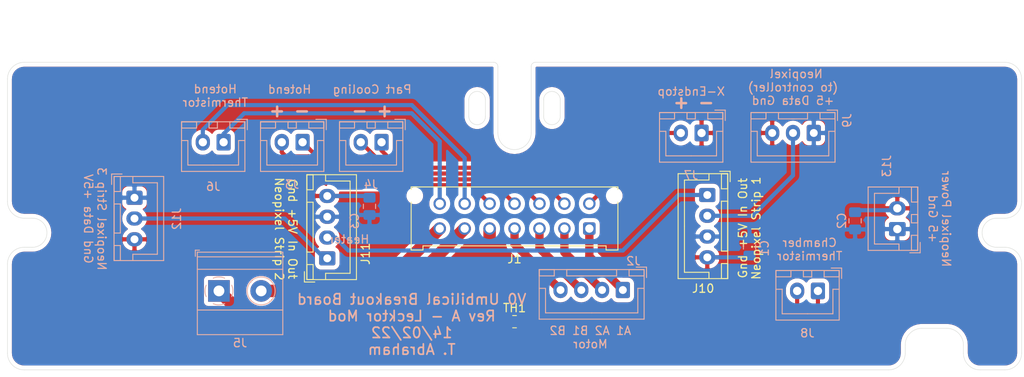
<source format=kicad_pcb>
(kicad_pcb (version 20171130) (host pcbnew "(5.1.12)-1")

  (general
    (thickness 1.6)
    (drawings 69)
    (tracks 71)
    (zones 0)
    (modules 17)
    (nets 21)
  )

  (page A4)
  (layers
    (0 F.Cu signal)
    (31 B.Cu signal)
    (32 B.Adhes user)
    (33 F.Adhes user)
    (34 B.Paste user)
    (35 F.Paste user)
    (36 B.SilkS user)
    (37 F.SilkS user)
    (38 B.Mask user)
    (39 F.Mask user)
    (40 Dwgs.User user)
    (41 Cmts.User user)
    (42 Eco1.User user hide)
    (43 Eco2.User user hide)
    (44 Edge.Cuts user)
    (45 Margin user)
    (46 B.CrtYd user)
    (47 F.CrtYd user)
    (48 B.Fab user hide)
    (49 F.Fab user hide)
  )

  (setup
    (last_trace_width 0.5)
    (user_trace_width 0.5)
    (user_trace_width 1)
    (trace_clearance 0.2)
    (zone_clearance 0.508)
    (zone_45_only no)
    (trace_min 0.2)
    (via_size 0.8)
    (via_drill 0.4)
    (via_min_size 0.4)
    (via_min_drill 0.3)
    (uvia_size 0.3)
    (uvia_drill 0.1)
    (uvias_allowed no)
    (uvia_min_size 0.2)
    (uvia_min_drill 0.1)
    (edge_width 0.05)
    (segment_width 0.2)
    (pcb_text_width 0.3)
    (pcb_text_size 1.5 1.5)
    (mod_edge_width 0.12)
    (mod_text_size 1 1)
    (mod_text_width 0.15)
    (pad_size 1.524 1.524)
    (pad_drill 0.762)
    (pad_to_mask_clearance 0)
    (aux_axis_origin 0 0)
    (visible_elements 7FFFEFFF)
    (pcbplotparams
      (layerselection 0x010fc_ffffffff)
      (usegerberextensions false)
      (usegerberattributes true)
      (usegerberadvancedattributes true)
      (creategerberjobfile true)
      (excludeedgelayer true)
      (linewidth 0.100000)
      (plotframeref false)
      (viasonmask false)
      (mode 1)
      (useauxorigin false)
      (hpglpennumber 1)
      (hpglpenspeed 20)
      (hpglpendiameter 15.000000)
      (psnegative false)
      (psa4output false)
      (plotreference true)
      (plotvalue true)
      (plotinvisibletext false)
      (padsonsilk false)
      (subtractmaskfromsilk false)
      (outputformat 1)
      (mirror false)
      (drillshape 0)
      (scaleselection 1)
      (outputdirectory "Gerbers/"))
  )

  (net 0 "")
  (net 1 "Net-(J1-Pad14)")
  (net 2 "Net-(J1-Pad13)")
  (net 3 "Net-(J1-Pad8)")
  (net 4 "Net-(J1-Pad7)")
  (net 5 "Net-(J1-Pad6)")
  (net 6 "Net-(J8-Pad2)")
  (net 7 "Net-(J8-Pad1)")
  (net 8 /Hotend_Fan+)
  (net 9 /Hotend_Fan-)
  (net 10 /PartFan-)
  (net 11 /PartFan+)
  (net 12 /B2)
  (net 13 /B1)
  (net 14 /A2)
  (net 15 /A1)
  (net 16 Ground)
  (net 17 5V)
  (net 18 Data)
  (net 19 DataIn2)
  (net 20 DataOut2)

  (net_class Default "This is the default net class."
    (clearance 0.2)
    (trace_width 0.25)
    (via_dia 0.8)
    (via_drill 0.4)
    (uvia_dia 0.3)
    (uvia_drill 0.1)
    (add_net /A1)
    (add_net /A2)
    (add_net /B1)
    (add_net /B2)
    (add_net /Hotend_Fan+)
    (add_net /Hotend_Fan-)
    (add_net /PartFan+)
    (add_net /PartFan-)
    (add_net 5V)
    (add_net Data)
    (add_net DataIn2)
    (add_net DataOut2)
    (add_net Ground)
    (add_net "Net-(J1-Pad13)")
    (add_net "Net-(J1-Pad14)")
    (add_net "Net-(J1-Pad6)")
    (add_net "Net-(J1-Pad7)")
    (add_net "Net-(J1-Pad8)")
    (add_net "Net-(J8-Pad1)")
    (add_net "Net-(J8-Pad2)")
  )

  (module Connector_JST:JST_XH_B2B-XH-A_1x02_P2.50mm_Vertical (layer B.Cu) (tedit 5C28146C) (tstamp 620A705F)
    (at 146.05 101.56 90)
    (descr "JST XH series connector, B2B-XH-A (http://www.jst-mfg.com/product/pdf/eng/eXH.pdf), generated with kicad-footprint-generator")
    (tags "connector JST XH vertical")
    (path /620A9F63)
    (fp_text reference J13 (at 7.58 -1.27 90) (layer B.SilkS)
      (effects (font (size 1 1) (thickness 0.15)) (justify mirror))
    )
    (fp_text value "Neopixel 5V Power" (at 1.25 -4.6 90) (layer B.Fab)
      (effects (font (size 1 1) (thickness 0.15)) (justify mirror))
    )
    (fp_text user %R (at 1.25 -2.7 90) (layer B.Fab)
      (effects (font (size 1 1) (thickness 0.15)) (justify mirror))
    )
    (fp_line (start -2.45 2.35) (end -2.45 -3.4) (layer B.Fab) (width 0.1))
    (fp_line (start -2.45 -3.4) (end 4.95 -3.4) (layer B.Fab) (width 0.1))
    (fp_line (start 4.95 -3.4) (end 4.95 2.35) (layer B.Fab) (width 0.1))
    (fp_line (start 4.95 2.35) (end -2.45 2.35) (layer B.Fab) (width 0.1))
    (fp_line (start -2.56 2.46) (end -2.56 -3.51) (layer B.SilkS) (width 0.12))
    (fp_line (start -2.56 -3.51) (end 5.06 -3.51) (layer B.SilkS) (width 0.12))
    (fp_line (start 5.06 -3.51) (end 5.06 2.46) (layer B.SilkS) (width 0.12))
    (fp_line (start 5.06 2.46) (end -2.56 2.46) (layer B.SilkS) (width 0.12))
    (fp_line (start -2.95 2.85) (end -2.95 -3.9) (layer B.CrtYd) (width 0.05))
    (fp_line (start -2.95 -3.9) (end 5.45 -3.9) (layer B.CrtYd) (width 0.05))
    (fp_line (start 5.45 -3.9) (end 5.45 2.85) (layer B.CrtYd) (width 0.05))
    (fp_line (start 5.45 2.85) (end -2.95 2.85) (layer B.CrtYd) (width 0.05))
    (fp_line (start -0.625 2.35) (end 0 1.35) (layer B.Fab) (width 0.1))
    (fp_line (start 0 1.35) (end 0.625 2.35) (layer B.Fab) (width 0.1))
    (fp_line (start 0.75 2.45) (end 0.75 1.7) (layer B.SilkS) (width 0.12))
    (fp_line (start 0.75 1.7) (end 1.75 1.7) (layer B.SilkS) (width 0.12))
    (fp_line (start 1.75 1.7) (end 1.75 2.45) (layer B.SilkS) (width 0.12))
    (fp_line (start 1.75 2.45) (end 0.75 2.45) (layer B.SilkS) (width 0.12))
    (fp_line (start -2.55 2.45) (end -2.55 1.7) (layer B.SilkS) (width 0.12))
    (fp_line (start -2.55 1.7) (end -0.75 1.7) (layer B.SilkS) (width 0.12))
    (fp_line (start -0.75 1.7) (end -0.75 2.45) (layer B.SilkS) (width 0.12))
    (fp_line (start -0.75 2.45) (end -2.55 2.45) (layer B.SilkS) (width 0.12))
    (fp_line (start 3.25 2.45) (end 3.25 1.7) (layer B.SilkS) (width 0.12))
    (fp_line (start 3.25 1.7) (end 5.05 1.7) (layer B.SilkS) (width 0.12))
    (fp_line (start 5.05 1.7) (end 5.05 2.45) (layer B.SilkS) (width 0.12))
    (fp_line (start 5.05 2.45) (end 3.25 2.45) (layer B.SilkS) (width 0.12))
    (fp_line (start -2.55 0.2) (end -1.8 0.2) (layer B.SilkS) (width 0.12))
    (fp_line (start -1.8 0.2) (end -1.8 -2.75) (layer B.SilkS) (width 0.12))
    (fp_line (start -1.8 -2.75) (end 1.25 -2.75) (layer B.SilkS) (width 0.12))
    (fp_line (start 5.05 0.2) (end 4.3 0.2) (layer B.SilkS) (width 0.12))
    (fp_line (start 4.3 0.2) (end 4.3 -2.75) (layer B.SilkS) (width 0.12))
    (fp_line (start 4.3 -2.75) (end 1.25 -2.75) (layer B.SilkS) (width 0.12))
    (fp_line (start -1.6 2.75) (end -2.85 2.75) (layer B.SilkS) (width 0.12))
    (fp_line (start -2.85 2.75) (end -2.85 1.5) (layer B.SilkS) (width 0.12))
    (pad 2 thru_hole oval (at 2.5 0 90) (size 1.7 2) (drill 1) (layers *.Cu *.Mask)
      (net 16 Ground))
    (pad 1 thru_hole roundrect (at 0 0 90) (size 1.7 2) (drill 1) (layers *.Cu *.Mask) (roundrect_rratio 0.147059)
      (net 17 5V))
    (model ${KISYS3DMOD}/Connector_JST.3dshapes/JST_XH_B2B-XH-A_1x02_P2.50mm_Vertical.wrl
      (at (xyz 0 0 0))
      (scale (xyz 1 1 1))
      (rotate (xyz 0 0 0))
    )
  )

  (module Connector_JST:JST_XH_B4B-XH-A_1x04_P2.50mm_Vertical (layer B.Cu) (tedit 5C28146C) (tstamp 607FFEF6)
    (at 113.03 108.89 180)
    (descr "JST XH series connector, B4B-XH-A (http://www.jst-mfg.com/product/pdf/eng/eXH.pdf), generated with kicad-footprint-generator")
    (tags "connector JST XH vertical")
    (path /607F8393)
    (fp_text reference J2 (at -1.27 3.48) (layer B.SilkS)
      (effects (font (size 1 1) (thickness 0.15)) (justify mirror))
    )
    (fp_text value Motor (at 3.75 -4.6) (layer B.Fab)
      (effects (font (size 1 1) (thickness 0.15)) (justify mirror))
    )
    (fp_line (start -2.85 2.75) (end -2.85 1.5) (layer B.SilkS) (width 0.12))
    (fp_line (start -1.6 2.75) (end -2.85 2.75) (layer B.SilkS) (width 0.12))
    (fp_line (start 9.3 -2.75) (end 3.75 -2.75) (layer B.SilkS) (width 0.12))
    (fp_line (start 9.3 0.2) (end 9.3 -2.75) (layer B.SilkS) (width 0.12))
    (fp_line (start 10.05 0.2) (end 9.3 0.2) (layer B.SilkS) (width 0.12))
    (fp_line (start -1.8 -2.75) (end 3.75 -2.75) (layer B.SilkS) (width 0.12))
    (fp_line (start -1.8 0.2) (end -1.8 -2.75) (layer B.SilkS) (width 0.12))
    (fp_line (start -2.55 0.2) (end -1.8 0.2) (layer B.SilkS) (width 0.12))
    (fp_line (start 10.05 2.45) (end 8.25 2.45) (layer B.SilkS) (width 0.12))
    (fp_line (start 10.05 1.7) (end 10.05 2.45) (layer B.SilkS) (width 0.12))
    (fp_line (start 8.25 1.7) (end 10.05 1.7) (layer B.SilkS) (width 0.12))
    (fp_line (start 8.25 2.45) (end 8.25 1.7) (layer B.SilkS) (width 0.12))
    (fp_line (start -0.75 2.45) (end -2.55 2.45) (layer B.SilkS) (width 0.12))
    (fp_line (start -0.75 1.7) (end -0.75 2.45) (layer B.SilkS) (width 0.12))
    (fp_line (start -2.55 1.7) (end -0.75 1.7) (layer B.SilkS) (width 0.12))
    (fp_line (start -2.55 2.45) (end -2.55 1.7) (layer B.SilkS) (width 0.12))
    (fp_line (start 6.75 2.45) (end 0.75 2.45) (layer B.SilkS) (width 0.12))
    (fp_line (start 6.75 1.7) (end 6.75 2.45) (layer B.SilkS) (width 0.12))
    (fp_line (start 0.75 1.7) (end 6.75 1.7) (layer B.SilkS) (width 0.12))
    (fp_line (start 0.75 2.45) (end 0.75 1.7) (layer B.SilkS) (width 0.12))
    (fp_line (start 0 1.35) (end 0.625 2.35) (layer B.Fab) (width 0.1))
    (fp_line (start -0.625 2.35) (end 0 1.35) (layer B.Fab) (width 0.1))
    (fp_line (start 10.45 2.85) (end -2.95 2.85) (layer B.CrtYd) (width 0.05))
    (fp_line (start 10.45 -3.9) (end 10.45 2.85) (layer B.CrtYd) (width 0.05))
    (fp_line (start -2.95 -3.9) (end 10.45 -3.9) (layer B.CrtYd) (width 0.05))
    (fp_line (start -2.95 2.85) (end -2.95 -3.9) (layer B.CrtYd) (width 0.05))
    (fp_line (start 10.06 2.46) (end -2.56 2.46) (layer B.SilkS) (width 0.12))
    (fp_line (start 10.06 -3.51) (end 10.06 2.46) (layer B.SilkS) (width 0.12))
    (fp_line (start -2.56 -3.51) (end 10.06 -3.51) (layer B.SilkS) (width 0.12))
    (fp_line (start -2.56 2.46) (end -2.56 -3.51) (layer B.SilkS) (width 0.12))
    (fp_line (start 9.95 2.35) (end -2.45 2.35) (layer B.Fab) (width 0.1))
    (fp_line (start 9.95 -3.4) (end 9.95 2.35) (layer B.Fab) (width 0.1))
    (fp_line (start -2.45 -3.4) (end 9.95 -3.4) (layer B.Fab) (width 0.1))
    (fp_line (start -2.45 2.35) (end -2.45 -3.4) (layer B.Fab) (width 0.1))
    (fp_text user %R (at 3.75 -2.7) (layer B.Fab)
      (effects (font (size 1 1) (thickness 0.15)) (justify mirror))
    )
    (pad 4 thru_hole oval (at 7.5 0 180) (size 1.7 1.95) (drill 0.95) (layers *.Cu *.Mask)
      (net 12 /B2))
    (pad 3 thru_hole oval (at 5 0 180) (size 1.7 1.95) (drill 0.95) (layers *.Cu *.Mask)
      (net 13 /B1))
    (pad 2 thru_hole oval (at 2.5 0 180) (size 1.7 1.95) (drill 0.95) (layers *.Cu *.Mask)
      (net 14 /A2))
    (pad 1 thru_hole roundrect (at 0 0 180) (size 1.7 1.95) (drill 0.95) (layers *.Cu *.Mask) (roundrect_rratio 0.1470588235294118)
      (net 15 /A1))
    (model ${KISYS3DMOD}/Connector_JST.3dshapes/JST_XH_B4B-XH-A_1x04_P2.50mm_Vertical.wrl
      (at (xyz 0 0 0))
      (scale (xyz 1 1 1))
      (rotate (xyz 0 0 0))
    )
  )

  (module Connector_JST:JST_XH_B3B-XH-A_1x03_P2.50mm_Vertical (layer B.Cu) (tedit 5C28146C) (tstamp 60811A70)
    (at 54.28 97.79 270)
    (descr "JST XH series connector, B3B-XH-A (http://www.jst-mfg.com/product/pdf/eng/eXH.pdf), generated with kicad-footprint-generator")
    (tags "connector JST XH vertical")
    (path /60863852)
    (fp_text reference J12 (at 2.54 -5.08 90) (layer B.SilkS)
      (effects (font (size 1 1) (thickness 0.15)) (justify mirror))
    )
    (fp_text value "Neopixel Out" (at 2.5 -4.6 90) (layer B.Fab)
      (effects (font (size 1 1) (thickness 0.15)) (justify mirror))
    )
    (fp_line (start -2.45 2.35) (end -2.45 -3.4) (layer B.Fab) (width 0.1))
    (fp_line (start -2.45 -3.4) (end 7.45 -3.4) (layer B.Fab) (width 0.1))
    (fp_line (start 7.45 -3.4) (end 7.45 2.35) (layer B.Fab) (width 0.1))
    (fp_line (start 7.45 2.35) (end -2.45 2.35) (layer B.Fab) (width 0.1))
    (fp_line (start -2.56 2.46) (end -2.56 -3.51) (layer B.SilkS) (width 0.12))
    (fp_line (start -2.56 -3.51) (end 7.56 -3.51) (layer B.SilkS) (width 0.12))
    (fp_line (start 7.56 -3.51) (end 7.56 2.46) (layer B.SilkS) (width 0.12))
    (fp_line (start 7.56 2.46) (end -2.56 2.46) (layer B.SilkS) (width 0.12))
    (fp_line (start -2.95 2.85) (end -2.95 -3.9) (layer B.CrtYd) (width 0.05))
    (fp_line (start -2.95 -3.9) (end 7.95 -3.9) (layer B.CrtYd) (width 0.05))
    (fp_line (start 7.95 -3.9) (end 7.95 2.85) (layer B.CrtYd) (width 0.05))
    (fp_line (start 7.95 2.85) (end -2.95 2.85) (layer B.CrtYd) (width 0.05))
    (fp_line (start -0.625 2.35) (end 0 1.35) (layer B.Fab) (width 0.1))
    (fp_line (start 0 1.35) (end 0.625 2.35) (layer B.Fab) (width 0.1))
    (fp_line (start 0.75 2.45) (end 0.75 1.7) (layer B.SilkS) (width 0.12))
    (fp_line (start 0.75 1.7) (end 4.25 1.7) (layer B.SilkS) (width 0.12))
    (fp_line (start 4.25 1.7) (end 4.25 2.45) (layer B.SilkS) (width 0.12))
    (fp_line (start 4.25 2.45) (end 0.75 2.45) (layer B.SilkS) (width 0.12))
    (fp_line (start -2.55 2.45) (end -2.55 1.7) (layer B.SilkS) (width 0.12))
    (fp_line (start -2.55 1.7) (end -0.75 1.7) (layer B.SilkS) (width 0.12))
    (fp_line (start -0.75 1.7) (end -0.75 2.45) (layer B.SilkS) (width 0.12))
    (fp_line (start -0.75 2.45) (end -2.55 2.45) (layer B.SilkS) (width 0.12))
    (fp_line (start 5.75 2.45) (end 5.75 1.7) (layer B.SilkS) (width 0.12))
    (fp_line (start 5.75 1.7) (end 7.55 1.7) (layer B.SilkS) (width 0.12))
    (fp_line (start 7.55 1.7) (end 7.55 2.45) (layer B.SilkS) (width 0.12))
    (fp_line (start 7.55 2.45) (end 5.75 2.45) (layer B.SilkS) (width 0.12))
    (fp_line (start -2.55 0.2) (end -1.8 0.2) (layer B.SilkS) (width 0.12))
    (fp_line (start -1.8 0.2) (end -1.8 -2.75) (layer B.SilkS) (width 0.12))
    (fp_line (start -1.8 -2.75) (end 2.5 -2.75) (layer B.SilkS) (width 0.12))
    (fp_line (start 7.55 0.2) (end 6.8 0.2) (layer B.SilkS) (width 0.12))
    (fp_line (start 6.8 0.2) (end 6.8 -2.75) (layer B.SilkS) (width 0.12))
    (fp_line (start 6.8 -2.75) (end 2.5 -2.75) (layer B.SilkS) (width 0.12))
    (fp_line (start -1.6 2.75) (end -2.85 2.75) (layer B.SilkS) (width 0.12))
    (fp_line (start -2.85 2.75) (end -2.85 1.5) (layer B.SilkS) (width 0.12))
    (fp_text user %R (at 2.5 -2.7 90) (layer B.Fab)
      (effects (font (size 1 1) (thickness 0.15)) (justify mirror))
    )
    (pad 3 thru_hole oval (at 5 0 270) (size 1.7 1.95) (drill 0.95) (layers *.Cu *.Mask)
      (net 16 Ground))
    (pad 2 thru_hole oval (at 2.5 0 270) (size 1.7 1.95) (drill 0.95) (layers *.Cu *.Mask)
      (net 20 DataOut2))
    (pad 1 thru_hole roundrect (at 0 0 270) (size 1.7 1.95) (drill 0.95) (layers *.Cu *.Mask) (roundrect_rratio 0.1470588235294118)
      (net 17 5V))
    (model ${KISYS3DMOD}/Connector_JST.3dshapes/JST_XH_B3B-XH-A_1x03_P2.50mm_Vertical.wrl
      (at (xyz 0 0 0))
      (scale (xyz 1 1 1))
      (rotate (xyz 0 0 0))
    )
  )

  (module Capacitor_SMD:C_0805_2012Metric_Pad1.18x1.45mm_HandSolder (layer B.Cu) (tedit 5F68FEEF) (tstamp 60810903)
    (at 82.55 98.8275 90)
    (descr "Capacitor SMD 0805 (2012 Metric), square (rectangular) end terminal, IPC_7351 nominal with elongated pad for handsoldering. (Body size source: IPC-SM-782 page 76, https://www.pcb-3d.com/wordpress/wp-content/uploads/ipc-sm-782a_amendment_1_and_2.pdf, https://docs.google.com/spreadsheets/d/1BsfQQcO9C6DZCsRaXUlFlo91Tg2WpOkGARC1WS5S8t0/edit?usp=sharing), generated with kicad-footprint-generator")
    (tags "capacitor handsolder")
    (path /6085648A)
    (attr smd)
    (fp_text reference C3 (at -1.762 -1.8 270) (layer B.SilkS)
      (effects (font (size 1 1) (thickness 0.15)) (justify mirror))
    )
    (fp_text value C (at 0 -1.68 270) (layer B.Fab)
      (effects (font (size 1 1) (thickness 0.15)) (justify mirror))
    )
    (fp_line (start -1 -0.625) (end -1 0.625) (layer B.Fab) (width 0.1))
    (fp_line (start -1 0.625) (end 1 0.625) (layer B.Fab) (width 0.1))
    (fp_line (start 1 0.625) (end 1 -0.625) (layer B.Fab) (width 0.1))
    (fp_line (start 1 -0.625) (end -1 -0.625) (layer B.Fab) (width 0.1))
    (fp_line (start -0.261252 0.735) (end 0.261252 0.735) (layer B.SilkS) (width 0.12))
    (fp_line (start -0.261252 -0.735) (end 0.261252 -0.735) (layer B.SilkS) (width 0.12))
    (fp_line (start -1.88 -0.98) (end -1.88 0.98) (layer B.CrtYd) (width 0.05))
    (fp_line (start -1.88 0.98) (end 1.88 0.98) (layer B.CrtYd) (width 0.05))
    (fp_line (start 1.88 0.98) (end 1.88 -0.98) (layer B.CrtYd) (width 0.05))
    (fp_line (start 1.88 -0.98) (end -1.88 -0.98) (layer B.CrtYd) (width 0.05))
    (fp_text user %R (at 0 0 270) (layer B.Fab)
      (effects (font (size 0.5 0.5) (thickness 0.08)) (justify mirror))
    )
    (pad 2 smd roundrect (at 1.0375 0 90) (size 1.175 1.45) (layers B.Cu B.Paste B.Mask) (roundrect_rratio 0.2127659574468085)
      (net 16 Ground))
    (pad 1 smd roundrect (at -1.0375 0 90) (size 1.175 1.45) (layers B.Cu B.Paste B.Mask) (roundrect_rratio 0.2127659574468085)
      (net 17 5V))
    (model ${KISYS3DMOD}/Capacitor_SMD.3dshapes/C_0805_2012Metric.wrl
      (at (xyz 0 0 0))
      (scale (xyz 1 1 1))
      (rotate (xyz 0 0 0))
    )
  )

  (module Capacitor_SMD:C_0805_2012Metric_Pad1.18x1.45mm_HandSolder (layer B.Cu) (tedit 5F68FEEF) (tstamp 608102AE)
    (at 140.97 100.56712 90)
    (descr "Capacitor SMD 0805 (2012 Metric), square (rectangular) end terminal, IPC_7351 nominal with elongated pad for handsoldering. (Body size source: IPC-SM-782 page 76, https://www.pcb-3d.com/wordpress/wp-content/uploads/ipc-sm-782a_amendment_1_and_2.pdf, https://docs.google.com/spreadsheets/d/1BsfQQcO9C6DZCsRaXUlFlo91Tg2WpOkGARC1WS5S8t0/edit?usp=sharing), generated with kicad-footprint-generator")
    (tags "capacitor handsolder")
    (path /60854D27)
    (attr smd)
    (fp_text reference C2 (at 0 -1.6 90) (layer B.SilkS)
      (effects (font (size 1 1) (thickness 0.15)) (justify mirror))
    )
    (fp_text value C (at 0 -1.68 90) (layer B.Fab)
      (effects (font (size 1 1) (thickness 0.15)) (justify mirror))
    )
    (fp_line (start -1 -0.625) (end -1 0.625) (layer B.Fab) (width 0.1))
    (fp_line (start -1 0.625) (end 1 0.625) (layer B.Fab) (width 0.1))
    (fp_line (start 1 0.625) (end 1 -0.625) (layer B.Fab) (width 0.1))
    (fp_line (start 1 -0.625) (end -1 -0.625) (layer B.Fab) (width 0.1))
    (fp_line (start -0.261252 0.735) (end 0.261252 0.735) (layer B.SilkS) (width 0.12))
    (fp_line (start -0.261252 -0.735) (end 0.261252 -0.735) (layer B.SilkS) (width 0.12))
    (fp_line (start -1.88 -0.98) (end -1.88 0.98) (layer B.CrtYd) (width 0.05))
    (fp_line (start -1.88 0.98) (end 1.88 0.98) (layer B.CrtYd) (width 0.05))
    (fp_line (start 1.88 0.98) (end 1.88 -0.98) (layer B.CrtYd) (width 0.05))
    (fp_line (start 1.88 -0.98) (end -1.88 -0.98) (layer B.CrtYd) (width 0.05))
    (fp_text user %R (at 0 0 90) (layer B.Fab)
      (effects (font (size 0.5 0.5) (thickness 0.08)) (justify mirror))
    )
    (pad 2 smd roundrect (at 1.0375 0 90) (size 1.175 1.45) (layers B.Cu B.Paste B.Mask) (roundrect_rratio 0.2127659574468085)
      (net 16 Ground))
    (pad 1 smd roundrect (at -1.0375 0 90) (size 1.175 1.45) (layers B.Cu B.Paste B.Mask) (roundrect_rratio 0.2127659574468085)
      (net 17 5V))
    (model ${KISYS3DMOD}/Capacitor_SMD.3dshapes/C_0805_2012Metric.wrl
      (at (xyz 0 0 0))
      (scale (xyz 1 1 1))
      (rotate (xyz 0 0 0))
    )
  )

  (module Capacitor_SMD:C_0805_2012Metric_Pad1.18x1.45mm_HandSolder (layer B.Cu) (tedit 5F68FEEF) (tstamp 6081029D)
    (at 128.27 103.707205 270)
    (descr "Capacitor SMD 0805 (2012 Metric), square (rectangular) end terminal, IPC_7351 nominal with elongated pad for handsoldering. (Body size source: IPC-SM-782 page 76, https://www.pcb-3d.com/wordpress/wp-content/uploads/ipc-sm-782a_amendment_1_and_2.pdf, https://docs.google.com/spreadsheets/d/1BsfQQcO9C6DZCsRaXUlFlo91Tg2WpOkGARC1WS5S8t0/edit?usp=sharing), generated with kicad-footprint-generator")
    (tags "capacitor handsolder")
    (path /608531DC)
    (attr smd)
    (fp_text reference C1 (at 0.1625 -1.8 270) (layer B.SilkS)
      (effects (font (size 1 1) (thickness 0.15)) (justify mirror))
    )
    (fp_text value C (at 0 -1.68 270) (layer B.Fab)
      (effects (font (size 1 1) (thickness 0.15)) (justify mirror))
    )
    (fp_line (start -1 -0.625) (end -1 0.625) (layer B.Fab) (width 0.1))
    (fp_line (start -1 0.625) (end 1 0.625) (layer B.Fab) (width 0.1))
    (fp_line (start 1 0.625) (end 1 -0.625) (layer B.Fab) (width 0.1))
    (fp_line (start 1 -0.625) (end -1 -0.625) (layer B.Fab) (width 0.1))
    (fp_line (start -0.261252 0.735) (end 0.261252 0.735) (layer B.SilkS) (width 0.12))
    (fp_line (start -0.261252 -0.735) (end 0.261252 -0.735) (layer B.SilkS) (width 0.12))
    (fp_line (start -1.88 -0.98) (end -1.88 0.98) (layer B.CrtYd) (width 0.05))
    (fp_line (start -1.88 0.98) (end 1.88 0.98) (layer B.CrtYd) (width 0.05))
    (fp_line (start 1.88 0.98) (end 1.88 -0.98) (layer B.CrtYd) (width 0.05))
    (fp_line (start 1.88 -0.98) (end -1.88 -0.98) (layer B.CrtYd) (width 0.05))
    (fp_text user %R (at 0 0 270) (layer B.Fab)
      (effects (font (size 0.5 0.5) (thickness 0.08)) (justify mirror))
    )
    (pad 2 smd roundrect (at 1.0375 0 270) (size 1.175 1.45) (layers B.Cu B.Paste B.Mask) (roundrect_rratio 0.2127659574468085)
      (net 16 Ground))
    (pad 1 smd roundrect (at -1.0375 0 270) (size 1.175 1.45) (layers B.Cu B.Paste B.Mask) (roundrect_rratio 0.2127659574468085)
      (net 17 5V))
    (model ${KISYS3DMOD}/Capacitor_SMD.3dshapes/C_0805_2012Metric.wrl
      (at (xyz 0 0 0))
      (scale (xyz 1 1 1))
      (rotate (xyz 0 0 0))
    )
  )

  (module Connector_JST:JST_XH_B4B-XH-A_1x04_P2.50mm_Vertical (layer F.Cu) (tedit 5C28146C) (tstamp 6080CF0E)
    (at 77.47 105.08 90)
    (descr "JST XH series connector, B4B-XH-A (http://www.jst-mfg.com/product/pdf/eng/eXH.pdf), generated with kicad-footprint-generator")
    (tags "connector JST XH vertical")
    (path /6082B5EA)
    (fp_text reference J11 (at 0.55 4.6 270) (layer F.SilkS)
      (effects (font (size 1 1) (thickness 0.15)))
    )
    (fp_text value "Neopixel Strip 1" (at 3.75 4.6 270) (layer F.Fab)
      (effects (font (size 1 1) (thickness 0.15)))
    )
    (fp_line (start -2.45 -2.35) (end -2.45 3.4) (layer F.Fab) (width 0.1))
    (fp_line (start -2.45 3.4) (end 9.95 3.4) (layer F.Fab) (width 0.1))
    (fp_line (start 9.95 3.4) (end 9.95 -2.35) (layer F.Fab) (width 0.1))
    (fp_line (start 9.95 -2.35) (end -2.45 -2.35) (layer F.Fab) (width 0.1))
    (fp_line (start -2.56 -2.46) (end -2.56 3.51) (layer F.SilkS) (width 0.12))
    (fp_line (start -2.56 3.51) (end 10.06 3.51) (layer F.SilkS) (width 0.12))
    (fp_line (start 10.06 3.51) (end 10.06 -2.46) (layer F.SilkS) (width 0.12))
    (fp_line (start 10.06 -2.46) (end -2.56 -2.46) (layer F.SilkS) (width 0.12))
    (fp_line (start -2.95 -2.85) (end -2.95 3.9) (layer F.CrtYd) (width 0.05))
    (fp_line (start -2.95 3.9) (end 10.45 3.9) (layer F.CrtYd) (width 0.05))
    (fp_line (start 10.45 3.9) (end 10.45 -2.85) (layer F.CrtYd) (width 0.05))
    (fp_line (start 10.45 -2.85) (end -2.95 -2.85) (layer F.CrtYd) (width 0.05))
    (fp_line (start -0.625 -2.35) (end 0 -1.35) (layer F.Fab) (width 0.1))
    (fp_line (start 0 -1.35) (end 0.625 -2.35) (layer F.Fab) (width 0.1))
    (fp_line (start 0.75 -2.45) (end 0.75 -1.7) (layer F.SilkS) (width 0.12))
    (fp_line (start 0.75 -1.7) (end 6.75 -1.7) (layer F.SilkS) (width 0.12))
    (fp_line (start 6.75 -1.7) (end 6.75 -2.45) (layer F.SilkS) (width 0.12))
    (fp_line (start 6.75 -2.45) (end 0.75 -2.45) (layer F.SilkS) (width 0.12))
    (fp_line (start -2.55 -2.45) (end -2.55 -1.7) (layer F.SilkS) (width 0.12))
    (fp_line (start -2.55 -1.7) (end -0.75 -1.7) (layer F.SilkS) (width 0.12))
    (fp_line (start -0.75 -1.7) (end -0.75 -2.45) (layer F.SilkS) (width 0.12))
    (fp_line (start -0.75 -2.45) (end -2.55 -2.45) (layer F.SilkS) (width 0.12))
    (fp_line (start 8.25 -2.45) (end 8.25 -1.7) (layer F.SilkS) (width 0.12))
    (fp_line (start 8.25 -1.7) (end 10.05 -1.7) (layer F.SilkS) (width 0.12))
    (fp_line (start 10.05 -1.7) (end 10.05 -2.45) (layer F.SilkS) (width 0.12))
    (fp_line (start 10.05 -2.45) (end 8.25 -2.45) (layer F.SilkS) (width 0.12))
    (fp_line (start -2.55 -0.2) (end -1.8 -0.2) (layer F.SilkS) (width 0.12))
    (fp_line (start -1.8 -0.2) (end -1.8 2.75) (layer F.SilkS) (width 0.12))
    (fp_line (start -1.8 2.75) (end 3.75 2.75) (layer F.SilkS) (width 0.12))
    (fp_line (start 10.05 -0.2) (end 9.3 -0.2) (layer F.SilkS) (width 0.12))
    (fp_line (start 9.3 -0.2) (end 9.3 2.75) (layer F.SilkS) (width 0.12))
    (fp_line (start 9.3 2.75) (end 3.75 2.75) (layer F.SilkS) (width 0.12))
    (fp_line (start -1.6 -2.75) (end -2.85 -2.75) (layer F.SilkS) (width 0.12))
    (fp_line (start -2.85 -2.75) (end -2.85 -1.5) (layer F.SilkS) (width 0.12))
    (fp_text user %R (at 3.75 2.7 270) (layer F.Fab)
      (effects (font (size 1 1) (thickness 0.15)))
    )
    (pad 4 thru_hole oval (at 7.5 0 90) (size 1.7 1.95) (drill 0.95) (layers *.Cu *.Mask)
      (net 16 Ground))
    (pad 3 thru_hole oval (at 5 0 90) (size 1.7 1.95) (drill 0.95) (layers *.Cu *.Mask)
      (net 17 5V))
    (pad 2 thru_hole oval (at 2.5 0 90) (size 1.7 1.95) (drill 0.95) (layers *.Cu *.Mask)
      (net 19 DataIn2))
    (pad 1 thru_hole roundrect (at 0 0 90) (size 1.7 1.95) (drill 0.95) (layers *.Cu *.Mask) (roundrect_rratio 0.1470588235294118)
      (net 20 DataOut2))
    (model ${KISYS3DMOD}/Connector_JST.3dshapes/JST_XH_B4B-XH-A_1x04_P2.50mm_Vertical.wrl
      (at (xyz 0 0 0))
      (scale (xyz 1 1 1))
      (rotate (xyz 0 0 0))
    )
  )

  (module Connector_JST:JST_XH_B4B-XH-A_1x04_P2.50mm_Vertical (layer F.Cu) (tedit 5C28146C) (tstamp 6080CEE3)
    (at 123.19 97.46 270)
    (descr "JST XH series connector, B4B-XH-A (http://www.jst-mfg.com/product/pdf/eng/eXH.pdf), generated with kicad-footprint-generator")
    (tags "connector JST XH vertical")
    (path /60829D1D)
    (fp_text reference J10 (at 11.25 0.5 180) (layer F.SilkS)
      (effects (font (size 1 1) (thickness 0.15)))
    )
    (fp_text value "Neopixel Strip 1" (at 3.75 4.6 270) (layer F.Fab)
      (effects (font (size 1 1) (thickness 0.15)))
    )
    (fp_line (start -2.45 -2.35) (end -2.45 3.4) (layer F.Fab) (width 0.1))
    (fp_line (start -2.45 3.4) (end 9.95 3.4) (layer F.Fab) (width 0.1))
    (fp_line (start 9.95 3.4) (end 9.95 -2.35) (layer F.Fab) (width 0.1))
    (fp_line (start 9.95 -2.35) (end -2.45 -2.35) (layer F.Fab) (width 0.1))
    (fp_line (start -2.56 -2.46) (end -2.56 3.51) (layer F.SilkS) (width 0.12))
    (fp_line (start -2.56 3.51) (end 10.06 3.51) (layer F.SilkS) (width 0.12))
    (fp_line (start 10.06 3.51) (end 10.06 -2.46) (layer F.SilkS) (width 0.12))
    (fp_line (start 10.06 -2.46) (end -2.56 -2.46) (layer F.SilkS) (width 0.12))
    (fp_line (start -2.95 -2.85) (end -2.95 3.9) (layer F.CrtYd) (width 0.05))
    (fp_line (start -2.95 3.9) (end 10.45 3.9) (layer F.CrtYd) (width 0.05))
    (fp_line (start 10.45 3.9) (end 10.45 -2.85) (layer F.CrtYd) (width 0.05))
    (fp_line (start 10.45 -2.85) (end -2.95 -2.85) (layer F.CrtYd) (width 0.05))
    (fp_line (start -0.625 -2.35) (end 0 -1.35) (layer F.Fab) (width 0.1))
    (fp_line (start 0 -1.35) (end 0.625 -2.35) (layer F.Fab) (width 0.1))
    (fp_line (start 0.75 -2.45) (end 0.75 -1.7) (layer F.SilkS) (width 0.12))
    (fp_line (start 0.75 -1.7) (end 6.75 -1.7) (layer F.SilkS) (width 0.12))
    (fp_line (start 6.75 -1.7) (end 6.75 -2.45) (layer F.SilkS) (width 0.12))
    (fp_line (start 6.75 -2.45) (end 0.75 -2.45) (layer F.SilkS) (width 0.12))
    (fp_line (start -2.55 -2.45) (end -2.55 -1.7) (layer F.SilkS) (width 0.12))
    (fp_line (start -2.55 -1.7) (end -0.75 -1.7) (layer F.SilkS) (width 0.12))
    (fp_line (start -0.75 -1.7) (end -0.75 -2.45) (layer F.SilkS) (width 0.12))
    (fp_line (start -0.75 -2.45) (end -2.55 -2.45) (layer F.SilkS) (width 0.12))
    (fp_line (start 8.25 -2.45) (end 8.25 -1.7) (layer F.SilkS) (width 0.12))
    (fp_line (start 8.25 -1.7) (end 10.05 -1.7) (layer F.SilkS) (width 0.12))
    (fp_line (start 10.05 -1.7) (end 10.05 -2.45) (layer F.SilkS) (width 0.12))
    (fp_line (start 10.05 -2.45) (end 8.25 -2.45) (layer F.SilkS) (width 0.12))
    (fp_line (start -2.55 -0.2) (end -1.8 -0.2) (layer F.SilkS) (width 0.12))
    (fp_line (start -1.8 -0.2) (end -1.8 2.75) (layer F.SilkS) (width 0.12))
    (fp_line (start -1.8 2.75) (end 3.75 2.75) (layer F.SilkS) (width 0.12))
    (fp_line (start 10.05 -0.2) (end 9.3 -0.2) (layer F.SilkS) (width 0.12))
    (fp_line (start 9.3 -0.2) (end 9.3 2.75) (layer F.SilkS) (width 0.12))
    (fp_line (start 9.3 2.75) (end 3.75 2.75) (layer F.SilkS) (width 0.12))
    (fp_line (start -1.6 -2.75) (end -2.85 -2.75) (layer F.SilkS) (width 0.12))
    (fp_line (start -2.85 -2.75) (end -2.85 -1.5) (layer F.SilkS) (width 0.12))
    (fp_text user %R (at 3.75 2.7 270) (layer F.Fab)
      (effects (font (size 1 1) (thickness 0.15)))
    )
    (pad 4 thru_hole oval (at 7.5 0 270) (size 1.7 1.95) (drill 0.95) (layers *.Cu *.Mask)
      (net 16 Ground))
    (pad 3 thru_hole oval (at 5 0 270) (size 1.7 1.95) (drill 0.95) (layers *.Cu *.Mask)
      (net 17 5V))
    (pad 2 thru_hole oval (at 2.5 0 270) (size 1.7 1.95) (drill 0.95) (layers *.Cu *.Mask)
      (net 18 Data))
    (pad 1 thru_hole roundrect (at 0 0 270) (size 1.7 1.95) (drill 0.95) (layers *.Cu *.Mask) (roundrect_rratio 0.1470588235294118)
      (net 19 DataIn2))
    (model ${KISYS3DMOD}/Connector_JST.3dshapes/JST_XH_B4B-XH-A_1x04_P2.50mm_Vertical.wrl
      (at (xyz 0 0 0))
      (scale (xyz 1 1 1))
      (rotate (xyz 0 0 0))
    )
  )

  (module Connector_JST:JST_XH_B3B-XH-A_1x03_P2.50mm_Vertical (layer B.Cu) (tedit 5C28146C) (tstamp 6080CEB8)
    (at 136 90 180)
    (descr "JST XH series connector, B3B-XH-A (http://www.jst-mfg.com/product/pdf/eng/eXH.pdf), generated with kicad-footprint-generator")
    (tags "connector JST XH vertical")
    (path /60829322)
    (fp_text reference J9 (at -4 1.5 90) (layer B.SilkS)
      (effects (font (size 1 1) (thickness 0.15)) (justify mirror))
    )
    (fp_text value "Neopixel (from controller)" (at 2.5 -4.6) (layer B.Fab)
      (effects (font (size 1 1) (thickness 0.15)) (justify mirror))
    )
    (fp_line (start -2.45 2.35) (end -2.45 -3.4) (layer B.Fab) (width 0.1))
    (fp_line (start -2.45 -3.4) (end 7.45 -3.4) (layer B.Fab) (width 0.1))
    (fp_line (start 7.45 -3.4) (end 7.45 2.35) (layer B.Fab) (width 0.1))
    (fp_line (start 7.45 2.35) (end -2.45 2.35) (layer B.Fab) (width 0.1))
    (fp_line (start -2.56 2.46) (end -2.56 -3.51) (layer B.SilkS) (width 0.12))
    (fp_line (start -2.56 -3.51) (end 7.56 -3.51) (layer B.SilkS) (width 0.12))
    (fp_line (start 7.56 -3.51) (end 7.56 2.46) (layer B.SilkS) (width 0.12))
    (fp_line (start 7.56 2.46) (end -2.56 2.46) (layer B.SilkS) (width 0.12))
    (fp_line (start -2.95 2.85) (end -2.95 -3.9) (layer B.CrtYd) (width 0.05))
    (fp_line (start -2.95 -3.9) (end 7.95 -3.9) (layer B.CrtYd) (width 0.05))
    (fp_line (start 7.95 -3.9) (end 7.95 2.85) (layer B.CrtYd) (width 0.05))
    (fp_line (start 7.95 2.85) (end -2.95 2.85) (layer B.CrtYd) (width 0.05))
    (fp_line (start -0.625 2.35) (end 0 1.35) (layer B.Fab) (width 0.1))
    (fp_line (start 0 1.35) (end 0.625 2.35) (layer B.Fab) (width 0.1))
    (fp_line (start 0.75 2.45) (end 0.75 1.7) (layer B.SilkS) (width 0.12))
    (fp_line (start 0.75 1.7) (end 4.25 1.7) (layer B.SilkS) (width 0.12))
    (fp_line (start 4.25 1.7) (end 4.25 2.45) (layer B.SilkS) (width 0.12))
    (fp_line (start 4.25 2.45) (end 0.75 2.45) (layer B.SilkS) (width 0.12))
    (fp_line (start -2.55 2.45) (end -2.55 1.7) (layer B.SilkS) (width 0.12))
    (fp_line (start -2.55 1.7) (end -0.75 1.7) (layer B.SilkS) (width 0.12))
    (fp_line (start -0.75 1.7) (end -0.75 2.45) (layer B.SilkS) (width 0.12))
    (fp_line (start -0.75 2.45) (end -2.55 2.45) (layer B.SilkS) (width 0.12))
    (fp_line (start 5.75 2.45) (end 5.75 1.7) (layer B.SilkS) (width 0.12))
    (fp_line (start 5.75 1.7) (end 7.55 1.7) (layer B.SilkS) (width 0.12))
    (fp_line (start 7.55 1.7) (end 7.55 2.45) (layer B.SilkS) (width 0.12))
    (fp_line (start 7.55 2.45) (end 5.75 2.45) (layer B.SilkS) (width 0.12))
    (fp_line (start -2.55 0.2) (end -1.8 0.2) (layer B.SilkS) (width 0.12))
    (fp_line (start -1.8 0.2) (end -1.8 -2.75) (layer B.SilkS) (width 0.12))
    (fp_line (start -1.8 -2.75) (end 2.5 -2.75) (layer B.SilkS) (width 0.12))
    (fp_line (start 7.55 0.2) (end 6.8 0.2) (layer B.SilkS) (width 0.12))
    (fp_line (start 6.8 0.2) (end 6.8 -2.75) (layer B.SilkS) (width 0.12))
    (fp_line (start 6.8 -2.75) (end 2.5 -2.75) (layer B.SilkS) (width 0.12))
    (fp_line (start -1.6 2.75) (end -2.85 2.75) (layer B.SilkS) (width 0.12))
    (fp_line (start -2.85 2.75) (end -2.85 1.5) (layer B.SilkS) (width 0.12))
    (fp_text user %R (at 2.5 -2.7) (layer B.Fab)
      (effects (font (size 1 1) (thickness 0.15)) (justify mirror))
    )
    (pad 3 thru_hole oval (at 5 0 180) (size 1.7 1.95) (drill 0.95) (layers *.Cu *.Mask)
      (net 16 Ground))
    (pad 2 thru_hole oval (at 2.5 0 180) (size 1.7 1.95) (drill 0.95) (layers *.Cu *.Mask)
      (net 18 Data))
    (pad 1 thru_hole roundrect (at 0 0 180) (size 1.7 1.95) (drill 0.95) (layers *.Cu *.Mask) (roundrect_rratio 0.1470588235294118)
      (net 17 5V))
    (model ${KISYS3DMOD}/Connector_JST.3dshapes/JST_XH_B3B-XH-A_1x03_P2.50mm_Vertical.wrl
      (at (xyz 0 0 0))
      (scale (xyz 1 1 1))
      (rotate (xyz 0 0 0))
    )
  )

  (module TerminalBlock_Phoenix:TerminalBlock_Phoenix_MKDS-1,5-2-5.08_1x02_P5.08mm_Horizontal (layer B.Cu) (tedit 5B294EBC) (tstamp 6080BAEA)
    (at 64.44 109)
    (descr "Terminal Block Phoenix MKDS-1,5-2-5.08, 2 pins, pitch 5.08mm, size 10.2x9.8mm^2, drill diamater 1.3mm, pad diameter 2.6mm, see http://www.farnell.com/datasheets/100425.pdf, script-generated using https://github.com/pointhi/kicad-footprint-generator/scripts/TerminalBlock_Phoenix")
    (tags "THT Terminal Block Phoenix MKDS-1,5-2-5.08 pitch 5.08mm size 10.2x9.8mm^2 drill 1.3mm pad 2.6mm")
    (path /607F983A)
    (fp_text reference J5 (at 2.54 6.26) (layer B.SilkS)
      (effects (font (size 1 1) (thickness 0.15)) (justify mirror))
    )
    (fp_text value Heater (at 2.54 -5.66) (layer B.Fab)
      (effects (font (size 1 1) (thickness 0.15)) (justify mirror))
    )
    (fp_circle (center 0 0) (end 1.5 0) (layer B.Fab) (width 0.1))
    (fp_circle (center 5.08 0) (end 6.58 0) (layer B.Fab) (width 0.1))
    (fp_circle (center 5.08 0) (end 6.76 0) (layer B.SilkS) (width 0.12))
    (fp_line (start -2.54 5.2) (end 7.62 5.2) (layer B.Fab) (width 0.1))
    (fp_line (start 7.62 5.2) (end 7.62 -4.6) (layer B.Fab) (width 0.1))
    (fp_line (start 7.62 -4.6) (end -2.04 -4.6) (layer B.Fab) (width 0.1))
    (fp_line (start -2.04 -4.6) (end -2.54 -4.1) (layer B.Fab) (width 0.1))
    (fp_line (start -2.54 -4.1) (end -2.54 5.2) (layer B.Fab) (width 0.1))
    (fp_line (start -2.54 -4.1) (end 7.62 -4.1) (layer B.Fab) (width 0.1))
    (fp_line (start -2.6 -4.1) (end 7.68 -4.1) (layer B.SilkS) (width 0.12))
    (fp_line (start -2.54 -2.6) (end 7.62 -2.6) (layer B.Fab) (width 0.1))
    (fp_line (start -2.6 -2.6) (end 7.68 -2.6) (layer B.SilkS) (width 0.12))
    (fp_line (start -2.54 2.3) (end 7.62 2.3) (layer B.Fab) (width 0.1))
    (fp_line (start -2.6 2.301) (end 7.68 2.301) (layer B.SilkS) (width 0.12))
    (fp_line (start -2.6 5.261) (end 7.68 5.261) (layer B.SilkS) (width 0.12))
    (fp_line (start -2.6 -4.66) (end 7.68 -4.66) (layer B.SilkS) (width 0.12))
    (fp_line (start -2.6 5.261) (end -2.6 -4.66) (layer B.SilkS) (width 0.12))
    (fp_line (start 7.68 5.261) (end 7.68 -4.66) (layer B.SilkS) (width 0.12))
    (fp_line (start 1.138 0.955) (end -0.955 -1.138) (layer B.Fab) (width 0.1))
    (fp_line (start 0.955 1.138) (end -1.138 -0.955) (layer B.Fab) (width 0.1))
    (fp_line (start 6.218 0.955) (end 4.126 -1.138) (layer B.Fab) (width 0.1))
    (fp_line (start 6.035 1.138) (end 3.943 -0.955) (layer B.Fab) (width 0.1))
    (fp_line (start 6.355 1.069) (end 6.308 1.023) (layer B.SilkS) (width 0.12))
    (fp_line (start 4.046 -1.239) (end 4.011 -1.274) (layer B.SilkS) (width 0.12))
    (fp_line (start 6.15 1.275) (end 6.115 1.239) (layer B.SilkS) (width 0.12))
    (fp_line (start 3.853 -1.023) (end 3.806 -1.069) (layer B.SilkS) (width 0.12))
    (fp_line (start -2.84 -4.16) (end -2.84 -4.9) (layer B.SilkS) (width 0.12))
    (fp_line (start -2.84 -4.9) (end -2.34 -4.9) (layer B.SilkS) (width 0.12))
    (fp_line (start -3.04 5.71) (end -3.04 -5.1) (layer B.CrtYd) (width 0.05))
    (fp_line (start -3.04 -5.1) (end 8.13 -5.1) (layer B.CrtYd) (width 0.05))
    (fp_line (start 8.13 -5.1) (end 8.13 5.71) (layer B.CrtYd) (width 0.05))
    (fp_line (start 8.13 5.71) (end -3.04 5.71) (layer B.CrtYd) (width 0.05))
    (fp_text user %R (at 2.54 -3.2) (layer B.Fab)
      (effects (font (size 1 1) (thickness 0.15)) (justify mirror))
    )
    (fp_arc (start 0 0) (end -0.684 -1.535) (angle 25) (layer B.SilkS) (width 0.12))
    (fp_arc (start 0 0) (end -1.535 0.684) (angle 48) (layer B.SilkS) (width 0.12))
    (fp_arc (start 0 0) (end 0.684 1.535) (angle 48) (layer B.SilkS) (width 0.12))
    (fp_arc (start 0 0) (end 1.535 -0.684) (angle 48) (layer B.SilkS) (width 0.12))
    (fp_arc (start 0 0) (end 0 -1.68) (angle 24) (layer B.SilkS) (width 0.12))
    (pad 2 thru_hole circle (at 5.08 0) (size 2.6 2.6) (drill 1.3) (layers *.Cu *.Mask)
      (net 4 "Net-(J1-Pad7)"))
    (pad 1 thru_hole rect (at 0 0) (size 2.6 2.6) (drill 1.3) (layers *.Cu *.Mask)
      (net 5 "Net-(J1-Pad6)"))
    (model ${KISYS3DMOD}/TerminalBlock_Phoenix.3dshapes/TerminalBlock_Phoenix_MKDS-1,5-2-5.08_1x02_P5.08mm_Horizontal.wrl
      (at (xyz 0 0 0))
      (scale (xyz 1 1 1))
      (rotate (xyz 0 0 0))
    )
  )

  (module Connector_Molex:Molex_Micro-Fit_3.0_43045-1412_2x07_P3.00mm_Vertical (layer F.Cu) (tedit 5B78138F) (tstamp 60806512)
    (at 109 101.5 180)
    (descr "Molex Micro-Fit 3.0 Connector System, 43045-1412 (compatible alternatives: 43045-1413, 43045-1424), 7 Pins per row (http://www.molex.com/pdm_docs/sd/430450212_sd.pdf), generated with kicad-footprint-generator")
    (tags "connector Molex Micro-Fit_3.0 side entry")
    (path /607F3FB4)
    (fp_text reference J1 (at 9 -3.67) (layer F.SilkS)
      (effects (font (size 1 1) (thickness 0.15)))
    )
    (fp_text value Conn_02x08_Odd_Even (at 9 7.5) (layer F.Fab)
      (effects (font (size 1 1) (thickness 0.15)))
    )
    (fp_line (start -3.82 6.8) (end -3.82 -2.97) (layer F.CrtYd) (width 0.05))
    (fp_line (start 21.82 6.8) (end -3.82 6.8) (layer F.CrtYd) (width 0.05))
    (fp_line (start 21.82 -2.97) (end 21.82 6.8) (layer F.CrtYd) (width 0.05))
    (fp_line (start -3.82 -2.97) (end 21.82 -2.97) (layer F.CrtYd) (width 0.05))
    (fp_line (start 21.435 -2.58) (end 21.435 3.18) (layer F.SilkS) (width 0.12))
    (fp_line (start 20.015 -2.58) (end 21.435 -2.58) (layer F.SilkS) (width 0.12))
    (fp_line (start 20.015 -2.08) (end 20.015 -2.58) (layer F.SilkS) (width 0.12))
    (fp_line (start -2.015 -2.08) (end 20.015 -2.08) (layer F.SilkS) (width 0.12))
    (fp_line (start -2.015 -2.58) (end -2.015 -2.08) (layer F.SilkS) (width 0.12))
    (fp_line (start -3.435 -2.58) (end -2.015 -2.58) (layer F.SilkS) (width 0.12))
    (fp_line (start -3.435 3.18) (end -3.435 -2.58) (layer F.SilkS) (width 0.12))
    (fp_line (start 21.435 5.01) (end 21.435 4.7) (layer F.SilkS) (width 0.12))
    (fp_line (start -3.435 5.01) (end 21.435 5.01) (layer F.SilkS) (width 0.12))
    (fp_line (start -3.435 4.7) (end -3.435 5.01) (layer F.SilkS) (width 0.12))
    (fp_line (start 0 -1.262893) (end 0.5 -1.97) (layer F.Fab) (width 0.1))
    (fp_line (start -0.5 -1.97) (end 0 -1.262893) (layer F.Fab) (width 0.1))
    (fp_line (start 9.7 6.3) (end 9.7 4.9) (layer F.Fab) (width 0.1))
    (fp_line (start 8.3 6.3) (end 9.7 6.3) (layer F.Fab) (width 0.1))
    (fp_line (start 8.3 4.9) (end 8.3 6.3) (layer F.Fab) (width 0.1))
    (fp_line (start 21.325 -1.34) (end 20.125 -1.97) (layer F.Fab) (width 0.1))
    (fp_line (start -3.325 -1.34) (end -2.125 -1.97) (layer F.Fab) (width 0.1))
    (fp_line (start 20.125 -1.97) (end -2.125 -1.97) (layer F.Fab) (width 0.1))
    (fp_line (start 20.125 -2.47) (end 20.125 -1.97) (layer F.Fab) (width 0.1))
    (fp_line (start 21.325 -2.47) (end 20.125 -2.47) (layer F.Fab) (width 0.1))
    (fp_line (start 21.325 4.9) (end 21.325 -2.47) (layer F.Fab) (width 0.1))
    (fp_line (start -3.325 4.9) (end 21.325 4.9) (layer F.Fab) (width 0.1))
    (fp_line (start -3.325 -2.47) (end -3.325 4.9) (layer F.Fab) (width 0.1))
    (fp_line (start -2.125 -2.47) (end -3.325 -2.47) (layer F.Fab) (width 0.1))
    (fp_line (start -2.125 -1.97) (end -2.125 -2.47) (layer F.Fab) (width 0.1))
    (fp_text user %R (at 9 4.2) (layer F.Fab)
      (effects (font (size 1 1) (thickness 0.15)))
    )
    (pad 14 thru_hole circle (at 18 3 180) (size 1.5 1.5) (drill 1) (layers *.Cu *.Mask)
      (net 1 "Net-(J1-Pad14)"))
    (pad 13 thru_hole circle (at 15 3 180) (size 1.5 1.5) (drill 1) (layers *.Cu *.Mask)
      (net 2 "Net-(J1-Pad13)"))
    (pad 12 thru_hole circle (at 12 3 180) (size 1.5 1.5) (drill 1) (layers *.Cu *.Mask)
      (net 8 /Hotend_Fan+))
    (pad 11 thru_hole circle (at 9 3 180) (size 1.5 1.5) (drill 1) (layers *.Cu *.Mask)
      (net 9 /Hotend_Fan-))
    (pad 10 thru_hole circle (at 6 3 180) (size 1.5 1.5) (drill 1) (layers *.Cu *.Mask)
      (net 10 /PartFan-))
    (pad 9 thru_hole circle (at 3 3 180) (size 1.5 1.5) (drill 1) (layers *.Cu *.Mask)
      (net 11 /PartFan+))
    (pad 8 thru_hole circle (at 0 3 180) (size 1.5 1.5) (drill 1) (layers *.Cu *.Mask)
      (net 3 "Net-(J1-Pad8)"))
    (pad 7 thru_hole circle (at 18 0 180) (size 1.5 1.5) (drill 1) (layers *.Cu *.Mask)
      (net 4 "Net-(J1-Pad7)"))
    (pad 6 thru_hole circle (at 15 0 180) (size 1.5 1.5) (drill 1) (layers *.Cu *.Mask)
      (net 5 "Net-(J1-Pad6)"))
    (pad 5 thru_hole circle (at 12 0 180) (size 1.5 1.5) (drill 1) (layers *.Cu *.Mask)
      (net 16 Ground))
    (pad 4 thru_hole circle (at 9 0 180) (size 1.5 1.5) (drill 1) (layers *.Cu *.Mask)
      (net 12 /B2))
    (pad 3 thru_hole circle (at 6 0 180) (size 1.5 1.5) (drill 1) (layers *.Cu *.Mask)
      (net 13 /B1))
    (pad 2 thru_hole circle (at 3 0 180) (size 1.5 1.5) (drill 1) (layers *.Cu *.Mask)
      (net 14 /A2))
    (pad 1 thru_hole roundrect (at 0 0 180) (size 1.5 1.5) (drill 1) (layers *.Cu *.Mask) (roundrect_rratio 0.1666666666666667)
      (net 15 /A1))
    (pad "" np_thru_hole circle (at 21 3.94 180) (size 1 1) (drill 1) (layers *.Cu *.Mask))
    (pad "" np_thru_hole circle (at -3 3.94 180) (size 1 1) (drill 1) (layers *.Cu *.Mask))
    (model ${KISYS3DMOD}/Connector_Molex.3dshapes/Molex_Micro-Fit_3.0_43045-1412_2x07_P3.00mm_Vertical.stp
      (offset (xyz 9 -1.5 5))
      (scale (xyz 1 1 1))
      (rotate (xyz 0 0 180))
    )
  )

  (module Connector_JST:JST_XH_B2B-XH-A_1x02_P2.50mm_Vertical (layer B.Cu) (tedit 5C28146C) (tstamp 607FFC9D)
    (at 136.5 109 180)
    (descr "JST XH series connector, B2B-XH-A (http://www.jst-mfg.com/product/pdf/eng/eXH.pdf), generated with kicad-footprint-generator")
    (tags "connector JST XH vertical")
    (path /6080F94E)
    (fp_text reference J8 (at 1.27 -5.08) (layer B.SilkS)
      (effects (font (size 1 1) (thickness 0.15)) (justify mirror))
    )
    (fp_text value "Chamber Thermistor" (at 1.25 -4.6) (layer B.Fab)
      (effects (font (size 1 1) (thickness 0.15)) (justify mirror))
    )
    (fp_line (start -2.85 2.75) (end -2.85 1.5) (layer B.SilkS) (width 0.12))
    (fp_line (start -1.6 2.75) (end -2.85 2.75) (layer B.SilkS) (width 0.12))
    (fp_line (start 4.3 -2.75) (end 1.25 -2.75) (layer B.SilkS) (width 0.12))
    (fp_line (start 4.3 0.2) (end 4.3 -2.75) (layer B.SilkS) (width 0.12))
    (fp_line (start 5.05 0.2) (end 4.3 0.2) (layer B.SilkS) (width 0.12))
    (fp_line (start -1.8 -2.75) (end 1.25 -2.75) (layer B.SilkS) (width 0.12))
    (fp_line (start -1.8 0.2) (end -1.8 -2.75) (layer B.SilkS) (width 0.12))
    (fp_line (start -2.55 0.2) (end -1.8 0.2) (layer B.SilkS) (width 0.12))
    (fp_line (start 5.05 2.45) (end 3.25 2.45) (layer B.SilkS) (width 0.12))
    (fp_line (start 5.05 1.7) (end 5.05 2.45) (layer B.SilkS) (width 0.12))
    (fp_line (start 3.25 1.7) (end 5.05 1.7) (layer B.SilkS) (width 0.12))
    (fp_line (start 3.25 2.45) (end 3.25 1.7) (layer B.SilkS) (width 0.12))
    (fp_line (start -0.75 2.45) (end -2.55 2.45) (layer B.SilkS) (width 0.12))
    (fp_line (start -0.75 1.7) (end -0.75 2.45) (layer B.SilkS) (width 0.12))
    (fp_line (start -2.55 1.7) (end -0.75 1.7) (layer B.SilkS) (width 0.12))
    (fp_line (start -2.55 2.45) (end -2.55 1.7) (layer B.SilkS) (width 0.12))
    (fp_line (start 1.75 2.45) (end 0.75 2.45) (layer B.SilkS) (width 0.12))
    (fp_line (start 1.75 1.7) (end 1.75 2.45) (layer B.SilkS) (width 0.12))
    (fp_line (start 0.75 1.7) (end 1.75 1.7) (layer B.SilkS) (width 0.12))
    (fp_line (start 0.75 2.45) (end 0.75 1.7) (layer B.SilkS) (width 0.12))
    (fp_line (start 0 1.35) (end 0.625 2.35) (layer B.Fab) (width 0.1))
    (fp_line (start -0.625 2.35) (end 0 1.35) (layer B.Fab) (width 0.1))
    (fp_line (start 5.45 2.85) (end -2.95 2.85) (layer B.CrtYd) (width 0.05))
    (fp_line (start 5.45 -3.9) (end 5.45 2.85) (layer B.CrtYd) (width 0.05))
    (fp_line (start -2.95 -3.9) (end 5.45 -3.9) (layer B.CrtYd) (width 0.05))
    (fp_line (start -2.95 2.85) (end -2.95 -3.9) (layer B.CrtYd) (width 0.05))
    (fp_line (start 5.06 2.46) (end -2.56 2.46) (layer B.SilkS) (width 0.12))
    (fp_line (start 5.06 -3.51) (end 5.06 2.46) (layer B.SilkS) (width 0.12))
    (fp_line (start -2.56 -3.51) (end 5.06 -3.51) (layer B.SilkS) (width 0.12))
    (fp_line (start -2.56 2.46) (end -2.56 -3.51) (layer B.SilkS) (width 0.12))
    (fp_line (start 4.95 2.35) (end -2.45 2.35) (layer B.Fab) (width 0.1))
    (fp_line (start 4.95 -3.4) (end 4.95 2.35) (layer B.Fab) (width 0.1))
    (fp_line (start -2.45 -3.4) (end 4.95 -3.4) (layer B.Fab) (width 0.1))
    (fp_line (start -2.45 2.35) (end -2.45 -3.4) (layer B.Fab) (width 0.1))
    (fp_text user %R (at 1.25 -2.7) (layer B.Fab)
      (effects (font (size 1 1) (thickness 0.15)) (justify mirror))
    )
    (pad 2 thru_hole oval (at 2.5 0 180) (size 1.7 2) (drill 1) (layers *.Cu *.Mask)
      (net 6 "Net-(J8-Pad2)"))
    (pad 1 thru_hole roundrect (at 0 0 180) (size 1.7 2) (drill 1) (layers *.Cu *.Mask) (roundrect_rratio 0.1470588235294118)
      (net 7 "Net-(J8-Pad1)"))
    (model ${KISYS3DMOD}/Connector_JST.3dshapes/JST_XH_B2B-XH-A_1x02_P2.50mm_Vertical.wrl
      (at (xyz 0 0 0))
      (scale (xyz 1 1 1))
      (rotate (xyz 0 0 0))
    )
  )

  (module Connector_JST:JST_XH_B2B-XH-A_1x02_P2.50mm_Vertical (layer B.Cu) (tedit 5C28146C) (tstamp 607FFA72)
    (at 122.5 90 180)
    (descr "JST XH series connector, B2B-XH-A (http://www.jst-mfg.com/product/pdf/eng/eXH.pdf), generated with kicad-footprint-generator")
    (tags "connector JST XH vertical")
    (path /607F9DD9)
    (fp_text reference J7 (at 1.27 -5.08) (layer B.SilkS)
      (effects (font (size 1 1) (thickness 0.15)) (justify mirror))
    )
    (fp_text value X-Endstop (at 1.25 -4.6) (layer B.Fab)
      (effects (font (size 1 1) (thickness 0.15)) (justify mirror))
    )
    (fp_line (start -2.85 2.75) (end -2.85 1.5) (layer B.SilkS) (width 0.12))
    (fp_line (start -1.6 2.75) (end -2.85 2.75) (layer B.SilkS) (width 0.12))
    (fp_line (start 4.3 -2.75) (end 1.25 -2.75) (layer B.SilkS) (width 0.12))
    (fp_line (start 4.3 0.2) (end 4.3 -2.75) (layer B.SilkS) (width 0.12))
    (fp_line (start 5.05 0.2) (end 4.3 0.2) (layer B.SilkS) (width 0.12))
    (fp_line (start -1.8 -2.75) (end 1.25 -2.75) (layer B.SilkS) (width 0.12))
    (fp_line (start -1.8 0.2) (end -1.8 -2.75) (layer B.SilkS) (width 0.12))
    (fp_line (start -2.55 0.2) (end -1.8 0.2) (layer B.SilkS) (width 0.12))
    (fp_line (start 5.05 2.45) (end 3.25 2.45) (layer B.SilkS) (width 0.12))
    (fp_line (start 5.05 1.7) (end 5.05 2.45) (layer B.SilkS) (width 0.12))
    (fp_line (start 3.25 1.7) (end 5.05 1.7) (layer B.SilkS) (width 0.12))
    (fp_line (start 3.25 2.45) (end 3.25 1.7) (layer B.SilkS) (width 0.12))
    (fp_line (start -0.75 2.45) (end -2.55 2.45) (layer B.SilkS) (width 0.12))
    (fp_line (start -0.75 1.7) (end -0.75 2.45) (layer B.SilkS) (width 0.12))
    (fp_line (start -2.55 1.7) (end -0.75 1.7) (layer B.SilkS) (width 0.12))
    (fp_line (start -2.55 2.45) (end -2.55 1.7) (layer B.SilkS) (width 0.12))
    (fp_line (start 1.75 2.45) (end 0.75 2.45) (layer B.SilkS) (width 0.12))
    (fp_line (start 1.75 1.7) (end 1.75 2.45) (layer B.SilkS) (width 0.12))
    (fp_line (start 0.75 1.7) (end 1.75 1.7) (layer B.SilkS) (width 0.12))
    (fp_line (start 0.75 2.45) (end 0.75 1.7) (layer B.SilkS) (width 0.12))
    (fp_line (start 0 1.35) (end 0.625 2.35) (layer B.Fab) (width 0.1))
    (fp_line (start -0.625 2.35) (end 0 1.35) (layer B.Fab) (width 0.1))
    (fp_line (start 5.45 2.85) (end -2.95 2.85) (layer B.CrtYd) (width 0.05))
    (fp_line (start 5.45 -3.9) (end 5.45 2.85) (layer B.CrtYd) (width 0.05))
    (fp_line (start -2.95 -3.9) (end 5.45 -3.9) (layer B.CrtYd) (width 0.05))
    (fp_line (start -2.95 2.85) (end -2.95 -3.9) (layer B.CrtYd) (width 0.05))
    (fp_line (start 5.06 2.46) (end -2.56 2.46) (layer B.SilkS) (width 0.12))
    (fp_line (start 5.06 -3.51) (end 5.06 2.46) (layer B.SilkS) (width 0.12))
    (fp_line (start -2.56 -3.51) (end 5.06 -3.51) (layer B.SilkS) (width 0.12))
    (fp_line (start -2.56 2.46) (end -2.56 -3.51) (layer B.SilkS) (width 0.12))
    (fp_line (start 4.95 2.35) (end -2.45 2.35) (layer B.Fab) (width 0.1))
    (fp_line (start 4.95 -3.4) (end 4.95 2.35) (layer B.Fab) (width 0.1))
    (fp_line (start -2.45 -3.4) (end 4.95 -3.4) (layer B.Fab) (width 0.1))
    (fp_line (start -2.45 2.35) (end -2.45 -3.4) (layer B.Fab) (width 0.1))
    (fp_text user %R (at 1.25 -2.7) (layer B.Fab)
      (effects (font (size 1 1) (thickness 0.15)) (justify mirror))
    )
    (pad 2 thru_hole oval (at 2.5 0 180) (size 1.7 2) (drill 1) (layers *.Cu *.Mask)
      (net 3 "Net-(J1-Pad8)"))
    (pad 1 thru_hole roundrect (at 0 0 180) (size 1.7 2) (drill 1) (layers *.Cu *.Mask) (roundrect_rratio 0.1470588235294118)
      (net 16 Ground))
    (model ${KISYS3DMOD}/Connector_JST.3dshapes/JST_XH_B2B-XH-A_1x02_P2.50mm_Vertical.wrl
      (at (xyz 0 0 0))
      (scale (xyz 1 1 1))
      (rotate (xyz 0 0 0))
    )
  )

  (module Connector_JST:JST_XH_B2B-XH-A_1x02_P2.50mm_Vertical (layer B.Cu) (tedit 5C28146C) (tstamp 607F9AD9)
    (at 65 91.11 180)
    (descr "JST XH series connector, B2B-XH-A (http://www.jst-mfg.com/product/pdf/eng/eXH.pdf), generated with kicad-footprint-generator")
    (tags "connector JST XH vertical")
    (path /607F9B98)
    (fp_text reference J6 (at 1.25 -5.34) (layer B.SilkS)
      (effects (font (size 1 1) (thickness 0.15)) (justify mirror))
    )
    (fp_text value Thermistor (at 1.25 -4.6) (layer B.Fab)
      (effects (font (size 1 1) (thickness 0.15)) (justify mirror))
    )
    (fp_line (start -2.85 2.75) (end -2.85 1.5) (layer B.SilkS) (width 0.12))
    (fp_line (start -1.6 2.75) (end -2.85 2.75) (layer B.SilkS) (width 0.12))
    (fp_line (start 4.3 -2.75) (end 1.25 -2.75) (layer B.SilkS) (width 0.12))
    (fp_line (start 4.3 0.2) (end 4.3 -2.75) (layer B.SilkS) (width 0.12))
    (fp_line (start 5.05 0.2) (end 4.3 0.2) (layer B.SilkS) (width 0.12))
    (fp_line (start -1.8 -2.75) (end 1.25 -2.75) (layer B.SilkS) (width 0.12))
    (fp_line (start -1.8 0.2) (end -1.8 -2.75) (layer B.SilkS) (width 0.12))
    (fp_line (start -2.55 0.2) (end -1.8 0.2) (layer B.SilkS) (width 0.12))
    (fp_line (start 5.05 2.45) (end 3.25 2.45) (layer B.SilkS) (width 0.12))
    (fp_line (start 5.05 1.7) (end 5.05 2.45) (layer B.SilkS) (width 0.12))
    (fp_line (start 3.25 1.7) (end 5.05 1.7) (layer B.SilkS) (width 0.12))
    (fp_line (start 3.25 2.45) (end 3.25 1.7) (layer B.SilkS) (width 0.12))
    (fp_line (start -0.75 2.45) (end -2.55 2.45) (layer B.SilkS) (width 0.12))
    (fp_line (start -0.75 1.7) (end -0.75 2.45) (layer B.SilkS) (width 0.12))
    (fp_line (start -2.55 1.7) (end -0.75 1.7) (layer B.SilkS) (width 0.12))
    (fp_line (start -2.55 2.45) (end -2.55 1.7) (layer B.SilkS) (width 0.12))
    (fp_line (start 1.75 2.45) (end 0.75 2.45) (layer B.SilkS) (width 0.12))
    (fp_line (start 1.75 1.7) (end 1.75 2.45) (layer B.SilkS) (width 0.12))
    (fp_line (start 0.75 1.7) (end 1.75 1.7) (layer B.SilkS) (width 0.12))
    (fp_line (start 0.75 2.45) (end 0.75 1.7) (layer B.SilkS) (width 0.12))
    (fp_line (start 0 1.35) (end 0.625 2.35) (layer B.Fab) (width 0.1))
    (fp_line (start -0.625 2.35) (end 0 1.35) (layer B.Fab) (width 0.1))
    (fp_line (start 5.45 2.85) (end -2.95 2.85) (layer B.CrtYd) (width 0.05))
    (fp_line (start 5.45 -3.9) (end 5.45 2.85) (layer B.CrtYd) (width 0.05))
    (fp_line (start -2.95 -3.9) (end 5.45 -3.9) (layer B.CrtYd) (width 0.05))
    (fp_line (start -2.95 2.85) (end -2.95 -3.9) (layer B.CrtYd) (width 0.05))
    (fp_line (start 5.06 2.46) (end -2.56 2.46) (layer B.SilkS) (width 0.12))
    (fp_line (start 5.06 -3.51) (end 5.06 2.46) (layer B.SilkS) (width 0.12))
    (fp_line (start -2.56 -3.51) (end 5.06 -3.51) (layer B.SilkS) (width 0.12))
    (fp_line (start -2.56 2.46) (end -2.56 -3.51) (layer B.SilkS) (width 0.12))
    (fp_line (start 4.95 2.35) (end -2.45 2.35) (layer B.Fab) (width 0.1))
    (fp_line (start 4.95 -3.4) (end 4.95 2.35) (layer B.Fab) (width 0.1))
    (fp_line (start -2.45 -3.4) (end 4.95 -3.4) (layer B.Fab) (width 0.1))
    (fp_line (start -2.45 2.35) (end -2.45 -3.4) (layer B.Fab) (width 0.1))
    (fp_text user %R (at 1.25 -2.7) (layer B.Fab)
      (effects (font (size 1 1) (thickness 0.15)) (justify mirror))
    )
    (pad 2 thru_hole oval (at 2.5 0 180) (size 1.7 2) (drill 1) (layers *.Cu *.Mask)
      (net 2 "Net-(J1-Pad13)"))
    (pad 1 thru_hole roundrect (at 0 0 180) (size 1.7 2) (drill 1) (layers *.Cu *.Mask) (roundrect_rratio 0.1470588235294118)
      (net 1 "Net-(J1-Pad14)"))
    (model ${KISYS3DMOD}/Connector_JST.3dshapes/JST_XH_B2B-XH-A_1x02_P2.50mm_Vertical.wrl
      (at (xyz 0 0 0))
      (scale (xyz 1 1 1))
      (rotate (xyz 0 0 0))
    )
  )

  (module Connector_JST:JST_XH_B2B-XH-A_1x02_P2.50mm_Vertical (layer B.Cu) (tedit 5C28146C) (tstamp 607F9A87)
    (at 84 91.11 180)
    (descr "JST XH series connector, B2B-XH-A (http://www.jst-mfg.com/product/pdf/eng/eXH.pdf), generated with kicad-footprint-generator")
    (tags "connector JST XH vertical")
    (path /607F91D9)
    (fp_text reference J4 (at 1.27 -5.08) (layer B.SilkS)
      (effects (font (size 1 1) (thickness 0.15)) (justify mirror))
    )
    (fp_text value "Part Cooling Fan" (at 1.25 -4.6) (layer B.Fab)
      (effects (font (size 1 1) (thickness 0.15)) (justify mirror))
    )
    (fp_line (start -2.85 2.75) (end -2.85 1.5) (layer B.SilkS) (width 0.12))
    (fp_line (start -1.6 2.75) (end -2.85 2.75) (layer B.SilkS) (width 0.12))
    (fp_line (start 4.3 -2.75) (end 1.25 -2.75) (layer B.SilkS) (width 0.12))
    (fp_line (start 4.3 0.2) (end 4.3 -2.75) (layer B.SilkS) (width 0.12))
    (fp_line (start 5.05 0.2) (end 4.3 0.2) (layer B.SilkS) (width 0.12))
    (fp_line (start -1.8 -2.75) (end 1.25 -2.75) (layer B.SilkS) (width 0.12))
    (fp_line (start -1.8 0.2) (end -1.8 -2.75) (layer B.SilkS) (width 0.12))
    (fp_line (start -2.55 0.2) (end -1.8 0.2) (layer B.SilkS) (width 0.12))
    (fp_line (start 5.05 2.45) (end 3.25 2.45) (layer B.SilkS) (width 0.12))
    (fp_line (start 5.05 1.7) (end 5.05 2.45) (layer B.SilkS) (width 0.12))
    (fp_line (start 3.25 1.7) (end 5.05 1.7) (layer B.SilkS) (width 0.12))
    (fp_line (start 3.25 2.45) (end 3.25 1.7) (layer B.SilkS) (width 0.12))
    (fp_line (start -0.75 2.45) (end -2.55 2.45) (layer B.SilkS) (width 0.12))
    (fp_line (start -0.75 1.7) (end -0.75 2.45) (layer B.SilkS) (width 0.12))
    (fp_line (start -2.55 1.7) (end -0.75 1.7) (layer B.SilkS) (width 0.12))
    (fp_line (start -2.55 2.45) (end -2.55 1.7) (layer B.SilkS) (width 0.12))
    (fp_line (start 1.75 2.45) (end 0.75 2.45) (layer B.SilkS) (width 0.12))
    (fp_line (start 1.75 1.7) (end 1.75 2.45) (layer B.SilkS) (width 0.12))
    (fp_line (start 0.75 1.7) (end 1.75 1.7) (layer B.SilkS) (width 0.12))
    (fp_line (start 0.75 2.45) (end 0.75 1.7) (layer B.SilkS) (width 0.12))
    (fp_line (start 0 1.35) (end 0.625 2.35) (layer B.Fab) (width 0.1))
    (fp_line (start -0.625 2.35) (end 0 1.35) (layer B.Fab) (width 0.1))
    (fp_line (start 5.45 2.85) (end -2.95 2.85) (layer B.CrtYd) (width 0.05))
    (fp_line (start 5.45 -3.9) (end 5.45 2.85) (layer B.CrtYd) (width 0.05))
    (fp_line (start -2.95 -3.9) (end 5.45 -3.9) (layer B.CrtYd) (width 0.05))
    (fp_line (start -2.95 2.85) (end -2.95 -3.9) (layer B.CrtYd) (width 0.05))
    (fp_line (start 5.06 2.46) (end -2.56 2.46) (layer B.SilkS) (width 0.12))
    (fp_line (start 5.06 -3.51) (end 5.06 2.46) (layer B.SilkS) (width 0.12))
    (fp_line (start -2.56 -3.51) (end 5.06 -3.51) (layer B.SilkS) (width 0.12))
    (fp_line (start -2.56 2.46) (end -2.56 -3.51) (layer B.SilkS) (width 0.12))
    (fp_line (start 4.95 2.35) (end -2.45 2.35) (layer B.Fab) (width 0.1))
    (fp_line (start 4.95 -3.4) (end 4.95 2.35) (layer B.Fab) (width 0.1))
    (fp_line (start -2.45 -3.4) (end 4.95 -3.4) (layer B.Fab) (width 0.1))
    (fp_line (start -2.45 2.35) (end -2.45 -3.4) (layer B.Fab) (width 0.1))
    (fp_text user %R (at 1.25 -2.7) (layer B.Fab)
      (effects (font (size 1 1) (thickness 0.15)) (justify mirror))
    )
    (pad 2 thru_hole oval (at 2.5 0 180) (size 1.7 2) (drill 1) (layers *.Cu *.Mask)
      (net 10 /PartFan-))
    (pad 1 thru_hole roundrect (at 0 0 180) (size 1.7 2) (drill 1) (layers *.Cu *.Mask) (roundrect_rratio 0.1470588235294118)
      (net 11 /PartFan+))
    (model ${KISYS3DMOD}/Connector_JST.3dshapes/JST_XH_B2B-XH-A_1x02_P2.50mm_Vertical.wrl
      (at (xyz 0 0 0))
      (scale (xyz 1 1 1))
      (rotate (xyz 0 0 0))
    )
  )

  (module Connector_JST:JST_XH_B2B-XH-A_1x02_P2.50mm_Vertical (layer B.Cu) (tedit 5C28146C) (tstamp 607F9A5E)
    (at 74.5 91.11 180)
    (descr "JST XH series connector, B2B-XH-A (http://www.jst-mfg.com/product/pdf/eng/eXH.pdf), generated with kicad-footprint-generator")
    (tags "connector JST XH vertical")
    (path /607F8B42)
    (fp_text reference J3 (at 1.27 -5.08) (layer B.SilkS)
      (effects (font (size 1 1) (thickness 0.15)) (justify mirror))
    )
    (fp_text value "Hotend Fan" (at 1.25 -4.6) (layer B.Fab)
      (effects (font (size 1 1) (thickness 0.15)) (justify mirror))
    )
    (fp_line (start -2.85 2.75) (end -2.85 1.5) (layer B.SilkS) (width 0.12))
    (fp_line (start -1.6 2.75) (end -2.85 2.75) (layer B.SilkS) (width 0.12))
    (fp_line (start 4.3 -2.75) (end 1.25 -2.75) (layer B.SilkS) (width 0.12))
    (fp_line (start 4.3 0.2) (end 4.3 -2.75) (layer B.SilkS) (width 0.12))
    (fp_line (start 5.05 0.2) (end 4.3 0.2) (layer B.SilkS) (width 0.12))
    (fp_line (start -1.8 -2.75) (end 1.25 -2.75) (layer B.SilkS) (width 0.12))
    (fp_line (start -1.8 0.2) (end -1.8 -2.75) (layer B.SilkS) (width 0.12))
    (fp_line (start -2.55 0.2) (end -1.8 0.2) (layer B.SilkS) (width 0.12))
    (fp_line (start 5.05 2.45) (end 3.25 2.45) (layer B.SilkS) (width 0.12))
    (fp_line (start 5.05 1.7) (end 5.05 2.45) (layer B.SilkS) (width 0.12))
    (fp_line (start 3.25 1.7) (end 5.05 1.7) (layer B.SilkS) (width 0.12))
    (fp_line (start 3.25 2.45) (end 3.25 1.7) (layer B.SilkS) (width 0.12))
    (fp_line (start -0.75 2.45) (end -2.55 2.45) (layer B.SilkS) (width 0.12))
    (fp_line (start -0.75 1.7) (end -0.75 2.45) (layer B.SilkS) (width 0.12))
    (fp_line (start -2.55 1.7) (end -0.75 1.7) (layer B.SilkS) (width 0.12))
    (fp_line (start -2.55 2.45) (end -2.55 1.7) (layer B.SilkS) (width 0.12))
    (fp_line (start 1.75 2.45) (end 0.75 2.45) (layer B.SilkS) (width 0.12))
    (fp_line (start 1.75 1.7) (end 1.75 2.45) (layer B.SilkS) (width 0.12))
    (fp_line (start 0.75 1.7) (end 1.75 1.7) (layer B.SilkS) (width 0.12))
    (fp_line (start 0.75 2.45) (end 0.75 1.7) (layer B.SilkS) (width 0.12))
    (fp_line (start 0 1.35) (end 0.625 2.35) (layer B.Fab) (width 0.1))
    (fp_line (start -0.625 2.35) (end 0 1.35) (layer B.Fab) (width 0.1))
    (fp_line (start 5.45 2.85) (end -2.95 2.85) (layer B.CrtYd) (width 0.05))
    (fp_line (start 5.45 -3.9) (end 5.45 2.85) (layer B.CrtYd) (width 0.05))
    (fp_line (start -2.95 -3.9) (end 5.45 -3.9) (layer B.CrtYd) (width 0.05))
    (fp_line (start -2.95 2.85) (end -2.95 -3.9) (layer B.CrtYd) (width 0.05))
    (fp_line (start 5.06 2.46) (end -2.56 2.46) (layer B.SilkS) (width 0.12))
    (fp_line (start 5.06 -3.51) (end 5.06 2.46) (layer B.SilkS) (width 0.12))
    (fp_line (start -2.56 -3.51) (end 5.06 -3.51) (layer B.SilkS) (width 0.12))
    (fp_line (start -2.56 2.46) (end -2.56 -3.51) (layer B.SilkS) (width 0.12))
    (fp_line (start 4.95 2.35) (end -2.45 2.35) (layer B.Fab) (width 0.1))
    (fp_line (start 4.95 -3.4) (end 4.95 2.35) (layer B.Fab) (width 0.1))
    (fp_line (start -2.45 -3.4) (end 4.95 -3.4) (layer B.Fab) (width 0.1))
    (fp_line (start -2.45 2.35) (end -2.45 -3.4) (layer B.Fab) (width 0.1))
    (fp_text user %R (at 1.25 -2.7) (layer B.Fab)
      (effects (font (size 1 1) (thickness 0.15)) (justify mirror))
    )
    (pad 2 thru_hole oval (at 2.5 0 180) (size 1.7 2) (drill 1) (layers *.Cu *.Mask)
      (net 8 /Hotend_Fan+))
    (pad 1 thru_hole roundrect (at 0 0 180) (size 1.7 2) (drill 1) (layers *.Cu *.Mask) (roundrect_rratio 0.1470588235294118)
      (net 9 /Hotend_Fan-))
    (model ${KISYS3DMOD}/Connector_JST.3dshapes/JST_XH_B2B-XH-A_1x02_P2.50mm_Vertical.wrl
      (at (xyz 0 0 0))
      (scale (xyz 1 1 1))
      (rotate (xyz 0 0 0))
    )
  )

  (module Resistor_SMD:R_0805_2012Metric_Pad1.20x1.40mm_HandSolder (layer F.Cu) (tedit 5F68FEEE) (tstamp 60806ABA)
    (at 100 112.7)
    (descr "Resistor SMD 0805 (2012 Metric), square (rectangular) end terminal, IPC_7351 nominal with elongated pad for handsoldering. (Body size source: IPC-SM-782 page 72, https://www.pcb-3d.com/wordpress/wp-content/uploads/ipc-sm-782a_amendment_1_and_2.pdf), generated with kicad-footprint-generator")
    (tags "resistor handsolder")
    (path /607F368F)
    (attr smd)
    (fp_text reference TH1 (at 0 -1.65) (layer F.SilkS)
      (effects (font (size 1 1) (thickness 0.15)))
    )
    (fp_text value Thermistor (at 0 1.65) (layer F.Fab)
      (effects (font (size 1 1) (thickness 0.15)))
    )
    (fp_line (start 1.85 0.95) (end -1.85 0.95) (layer F.CrtYd) (width 0.05))
    (fp_line (start 1.85 -0.95) (end 1.85 0.95) (layer F.CrtYd) (width 0.05))
    (fp_line (start -1.85 -0.95) (end 1.85 -0.95) (layer F.CrtYd) (width 0.05))
    (fp_line (start -1.85 0.95) (end -1.85 -0.95) (layer F.CrtYd) (width 0.05))
    (fp_line (start -0.227064 0.735) (end 0.227064 0.735) (layer F.SilkS) (width 0.12))
    (fp_line (start -0.227064 -0.735) (end 0.227064 -0.735) (layer F.SilkS) (width 0.12))
    (fp_line (start 1 0.625) (end -1 0.625) (layer F.Fab) (width 0.1))
    (fp_line (start 1 -0.625) (end 1 0.625) (layer F.Fab) (width 0.1))
    (fp_line (start -1 -0.625) (end 1 -0.625) (layer F.Fab) (width 0.1))
    (fp_line (start -1 0.625) (end -1 -0.625) (layer F.Fab) (width 0.1))
    (fp_text user %R (at 0 0 270) (layer F.Fab)
      (effects (font (size 0.5 0.5) (thickness 0.08)))
    )
    (pad 2 smd roundrect (at 1 0) (size 1.2 1.4) (layers F.Cu F.Paste F.Mask) (roundrect_rratio 0.2083325)
      (net 6 "Net-(J8-Pad2)"))
    (pad 1 smd roundrect (at -1 0) (size 1.2 1.4) (layers F.Cu F.Paste F.Mask) (roundrect_rratio 0.2083325)
      (net 7 "Net-(J8-Pad1)"))
    (model ${KISYS3DMOD}/Resistor_SMD.3dshapes/R_0805_2012Metric.wrl
      (at (xyz 0 0 0))
      (scale (xyz 1 1 1))
      (rotate (xyz 0 0 0))
    )
  )

  (gr_text "Neopixel Power\n+5 Gnd" (at 151.13 100.33 -90) (layer B.SilkS) (tstamp 620AD2C0)
    (effects (font (size 1 1) (thickness 0.15)) (justify mirror))
  )
  (gr_text "Neopixel Strip 3\nGnd Data +5V" (at 49.53 100.33 -90) (layer B.SilkS) (tstamp 60811EFE)
    (effects (font (size 1 1) (thickness 0.15)) (justify mirror))
  )
  (gr_text "A1 A2 B1 B2\nMotor" (at 109.120346 114.58957) (layer B.SilkS) (tstamp 60810F1C)
    (effects (font (size 1 1) (thickness 0.15)) (justify mirror))
  )
  (gr_text "Gnd +5V In Out\nNeopixel Strip 1" (at 128.27 101.454423 90) (layer F.SilkS) (tstamp 6080EE78)
    (effects (font (size 1 1) (thickness 0.15)))
  )
  (gr_text "Gnd +5V In Out\nNeopixel Strip 2" (at 72.490416 101.544815 270) (layer F.SilkS) (tstamp 6080EC40)
    (effects (font (size 1 1) (thickness 0.15)))
  )
  (gr_text "Neopixel \n(to controller)\n+5 Data Gnd" (at 133.5 84.5) (layer B.SilkS)
    (effects (font (size 1 1) (thickness 0.15)) (justify mirror))
  )
  (gr_text "V0 Umbilical Breakout Board\nRev A - Lecktor Mod\n14/02/22\nT. Abraham" (at 87.63 113.03) (layer B.SilkS) (tstamp 6080C2AC)
    (effects (font (size 1.25 1.25) (thickness 0.2)) (justify mirror))
  )
  (gr_line (start 100 100) (end 122.86 108.89) (layer Eco1.User) (width 0.15))
  (gr_text "- +" (at 121.56 86.3) (layer B.SilkS) (tstamp 60806E2B)
    (effects (font (size 1.5 1.5) (thickness 0.3)) (justify mirror))
  )
  (gr_text "- +" (at 72.94 87.3) (layer B.SilkS) (tstamp 60806E2B)
    (effects (font (size 1.5 1.5) (thickness 0.3)) (justify mirror))
  )
  (gr_text "+ -" (at 82.87 87.3) (layer B.SilkS)
    (effects (font (size 1.5 1.5) (thickness 0.3)) (justify mirror))
  )
  (gr_line (start 100 100) (end 77.14 108.89) (layer Eco1.User) (width 0.15) (tstamp 607FFD41))
  (gr_text "Chamber\nThermistor" (at 135.5 104) (layer B.SilkS)
    (effects (font (size 1 1) (thickness 0.15)) (justify mirror))
  )
  (gr_text X-Endstop (at 121.25 85) (layer B.SilkS)
    (effects (font (size 1 1) (thickness 0.15)) (justify mirror))
  )
  (gr_text "Part Cooling" (at 82.87 84.76) (layer B.SilkS)
    (effects (font (size 1 1) (thickness 0.15)) (justify mirror))
  )
  (gr_text Hotend (at 72.94 84.76) (layer B.SilkS)
    (effects (font (size 1 1) (thickness 0.15)) (justify mirror))
  )
  (gr_text "Hotend\nThermistor" (at 64 85.522) (layer B.SilkS)
    (effects (font (size 1 1) (thickness 0.15)) (justify mirror))
  )
  (gr_text Heater (at 80.088 102.794) (layer B.SilkS)
    (effects (font (size 1 1) (thickness 0.15)) (justify mirror))
  )
  (dimension 4 (width 0.15) (layer Dwgs.User)
    (gr_text "4.000 mm" (at 90.2 87 270) (layer Dwgs.User)
      (effects (font (size 1 1) (thickness 0.15)))
    )
    (feature1 (pts (xy 95.5 89) (xy 90.913579 89)))
    (feature2 (pts (xy 95.5 85) (xy 90.913579 85)))
    (crossbar (pts (xy 91.5 85) (xy 91.5 89)))
    (arrow1a (pts (xy 91.5 89) (xy 90.913579 87.873496)))
    (arrow1b (pts (xy 91.5 89) (xy 92.086421 87.873496)))
    (arrow2a (pts (xy 91.5 85) (xy 90.913579 86.126504)))
    (arrow2b (pts (xy 91.5 85) (xy 92.086421 86.126504)))
  )
  (dimension 2 (width 0.15) (layer Dwgs.User)
    (gr_text "2.000 mm" (at 95.5 77.7) (layer Dwgs.User)
      (effects (font (size 1 1) (thickness 0.15)))
    )
    (feature1 (pts (xy 94.5 86) (xy 94.5 78.413579)))
    (feature2 (pts (xy 96.5 86) (xy 96.5 78.413579)))
    (crossbar (pts (xy 96.5 79) (xy 94.5 79)))
    (arrow1a (pts (xy 94.5 79) (xy 95.626504 78.413579)))
    (arrow1b (pts (xy 94.5 79) (xy 95.626504 79.586421)))
    (arrow2a (pts (xy 96.5 79) (xy 95.373496 78.413579)))
    (arrow2b (pts (xy 96.5 79) (xy 95.373496 79.586421)))
  )
  (dimension 1.5 (width 0.15) (layer Dwgs.User)
    (gr_text "1.500 mm" (at 102.75 76.2) (layer Dwgs.User)
      (effects (font (size 1 1) (thickness 0.15)))
    )
    (feature1 (pts (xy 103.5 86) (xy 103.5 76.913579)))
    (feature2 (pts (xy 102 86) (xy 102 76.913579)))
    (crossbar (pts (xy 102 77.5) (xy 103.5 77.5)))
    (arrow1a (pts (xy 103.5 77.5) (xy 102.373496 78.086421)))
    (arrow1b (pts (xy 103.5 77.5) (xy 102.373496 76.913579)))
    (arrow2a (pts (xy 102 77.5) (xy 103.126504 78.086421)))
    (arrow2b (pts (xy 102 77.5) (xy 103.126504 76.913579)))
  )
  (dimension 4 (width 0.15) (layer Dwgs.User)
    (gr_text "4.000 mm" (at 100 74.7) (layer Dwgs.User)
      (effects (font (size 1 1) (thickness 0.15)))
    )
    (feature1 (pts (xy 102 82) (xy 102 75.413579)))
    (feature2 (pts (xy 98 82) (xy 98 75.413579)))
    (crossbar (pts (xy 98 76) (xy 102 76)))
    (arrow1a (pts (xy 102 76) (xy 100.873496 76.586421)))
    (arrow1b (pts (xy 102 76) (xy 100.873496 75.413579)))
    (arrow2a (pts (xy 98 76) (xy 99.126504 76.586421)))
    (arrow2b (pts (xy 98 76) (xy 99.126504 75.413579)))
  )
  (gr_line (start 96.5 88) (end 96.5 86) (layer Edge.Cuts) (width 0.05) (tstamp 607F954E))
  (gr_line (start 94.5 86) (end 94.5 88) (layer Edge.Cuts) (width 0.05) (tstamp 607F954D))
  (gr_arc (start 95.5 86) (end 96.5 86) (angle -180) (layer Edge.Cuts) (width 0.05) (tstamp 607F954C))
  (gr_arc (start 95.5 88) (end 94.5 88) (angle -180) (layer Edge.Cuts) (width 0.05) (tstamp 607F954B))
  (gr_line (start 105.5 88) (end 105.5 86) (layer Edge.Cuts) (width 0.05) (tstamp 607F9540))
  (gr_arc (start 104.5 88) (end 103.5 88) (angle -180) (layer Edge.Cuts) (width 0.05) (tstamp 607F953F))
  (gr_line (start 103.5 86) (end 103.5 88) (layer Edge.Cuts) (width 0.05))
  (gr_arc (start 104.5 86) (end 105.5 86) (angle -180) (layer Edge.Cuts) (width 0.05))
  (gr_circle (center 100 90) (end 102 90) (layer Eco1.User) (width 0.15))
  (gr_line (start 102 82) (end 102 90) (layer Edge.Cuts) (width 0.05) (tstamp 607F94E6))
  (gr_line (start 98 82) (end 98 90) (layer Edge.Cuts) (width 0.05) (tstamp 607F94E5))
  (gr_arc (start 97.5 82) (end 98 82) (angle -90) (layer Edge.Cuts) (width 0.05))
  (gr_arc (start 102.5 82) (end 102.5 81.5) (angle -90) (layer Edge.Cuts) (width 0.05))
  (gr_line (start 102.5 81.5) (end 159 81.5) (layer Edge.Cuts) (width 0.05) (tstamp 607F9490))
  (gr_line (start 97.5 81.5) (end 41 81.5) (layer Edge.Cuts) (width 0.05) (tstamp 607F948F))
  (gr_arc (start 100 90) (end 98 90) (angle -180) (layer Edge.Cuts) (width 0.05))
  (gr_arc (start 41 116.5) (end 39 116.5) (angle -90) (layer Edge.Cuts) (width 0.05))
  (gr_line (start 39 105.75) (end 39 116.5) (layer Edge.Cuts) (width 0.05))
  (gr_arc (start 41 105.75) (end 41 103.75) (angle -90) (layer Edge.Cuts) (width 0.05))
  (gr_line (start 41 103.75) (end 42 103.75) (layer Edge.Cuts) (width 0.05))
  (gr_arc (start 42 102) (end 42 103.75) (angle -180) (layer Edge.Cuts) (width 0.05))
  (gr_line (start 42 100.25) (end 41 100.25) (layer Edge.Cuts) (width 0.05))
  (gr_arc (start 41 98.25) (end 38.999999 98.25) (angle -90) (layer Edge.Cuts) (width 0.05))
  (gr_line (start 39 83.5) (end 39 98.25) (layer Edge.Cuts) (width 0.05))
  (gr_arc (start 41 83.5) (end 41 81.5) (angle -90) (layer Edge.Cuts) (width 0.05))
  (gr_arc (start 159 83.5) (end 161 83.5) (angle -90) (layer Edge.Cuts) (width 0.05))
  (gr_line (start 161 98.25) (end 161 83.5) (layer Edge.Cuts) (width 0.05))
  (gr_arc (start 159 98.25) (end 159 100.25) (angle -90) (layer Edge.Cuts) (width 0.05))
  (gr_line (start 159 100.25) (end 158 100.25) (layer Edge.Cuts) (width 0.05))
  (gr_arc (start 158 102) (end 158 100.25) (angle -180) (layer Edge.Cuts) (width 0.05))
  (gr_line (start 158 103.75) (end 159 103.75) (layer Edge.Cuts) (width 0.05))
  (gr_arc (start 159 105.75) (end 161 105.75) (angle -90) (layer Edge.Cuts) (width 0.05))
  (gr_line (start 161 116.5) (end 161 105.75) (layer Edge.Cuts) (width 0.05))
  (gr_arc (start 159 116.5) (end 159 118.5) (angle -90) (layer Edge.Cuts) (width 0.05))
  (gr_line (start 156 118.5) (end 159 118.5) (layer Edge.Cuts) (width 0.05))
  (gr_arc (start 156 116.5) (end 154 116.5) (angle -90) (layer Edge.Cuts) (width 0.05))
  (gr_line (start 154 116.5) (end 154 115.5) (layer Edge.Cuts) (width 0.05))
  (gr_arc (start 152 115.5) (end 154 115.5) (angle -90) (layer Edge.Cuts) (width 0.05))
  (gr_line (start 152 113.5) (end 149 113.5) (layer Edge.Cuts) (width 0.05))
  (gr_arc (start 149 115.5) (end 149 113.5) (angle -90) (layer Edge.Cuts) (width 0.05))
  (gr_line (start 147 115.5) (end 147 116.5) (layer Edge.Cuts) (width 0.05))
  (gr_arc (start 145 116.5) (end 145 118.5) (angle -90) (layer Edge.Cuts) (width 0.05))
  (gr_line (start 41 118.5) (end 145 118.5) (layer Edge.Cuts) (width 0.05))
  (gr_line (start 100 100) (end 100 120) (layer Eco1.User) (width 0.15))
  (gr_line (start 100 100) (end 100 80) (layer Eco1.User) (width 0.15))
  (gr_line (start 100 100) (end 155 100) (layer Eco1.User) (width 0.15) (tstamp 6080E423))
  (gr_line (start 100 100) (end 45 100) (layer Eco1.User) (width 0.15))

  (segment (start 91 91) (end 91 98.5) (width 0.5) (layer B.Cu) (net 1))
  (segment (start 87.63 87.63) (end 91 91) (width 0.5) (layer B.Cu) (net 1))
  (segment (start 67.48 87.63) (end 87.63 87.63) (width 0.5) (layer B.Cu) (net 1))
  (segment (start 65 90.11) (end 67.48 87.63) (width 0.5) (layer B.Cu) (net 1))
  (segment (start 65 91.11) (end 65 90.11) (width 0.5) (layer B.Cu) (net 1))
  (segment (start 62.5 89.61) (end 65.462603 86.647397) (width 0.5) (layer B.Cu) (net 2))
  (segment (start 62.5 91.11) (end 62.5 89.61) (width 0.5) (layer B.Cu) (net 2))
  (segment (start 94 93.010037) (end 94 98.5) (width 0.5) (layer B.Cu) (net 2))
  (segment (start 87.63736 86.647397) (end 94 93.010037) (width 0.5) (layer B.Cu) (net 2))
  (segment (start 65.462603 86.647397) (end 87.63736 86.647397) (width 0.5) (layer B.Cu) (net 2))
  (segment (start 117.5 90) (end 120 90) (width 0.5) (layer F.Cu) (net 3))
  (segment (start 109 98.5) (end 117.5 90) (width 0.5) (layer F.Cu) (net 3))
  (segment (start 83.5 109) (end 91 101.5) (width 1.5) (layer F.Cu) (net 4))
  (segment (start 69.52 109) (end 83.5 109) (width 1.5) (layer F.Cu) (net 4))
  (segment (start 94 101.5) (end 83.247408 112.252592) (width 1.5) (layer F.Cu) (net 5))
  (segment (start 67.692592 112.252592) (end 64.44 109) (width 1.5) (layer F.Cu) (net 5))
  (segment (start 83.247408 112.252592) (end 67.692592 112.252592) (width 1.5) (layer F.Cu) (net 5))
  (segment (start 101 112.7) (end 101 113) (width 0.5) (layer F.Cu) (net 6))
  (segment (start 101 113) (end 102.29999 114.29999) (width 0.5) (layer F.Cu) (net 6))
  (segment (start 134 111.8) (end 131.50001 114.29999) (width 0.5) (layer F.Cu) (net 6))
  (segment (start 134 109) (end 134 111.8) (width 0.5) (layer F.Cu) (net 6))
  (segment (start 102.29999 114.29999) (end 131.50001 114.29999) (width 0.5) (layer F.Cu) (net 6))
  (segment (start 99.6 115) (end 99 114.4) (width 0.5) (layer F.Cu) (net 7))
  (segment (start 134 115) (end 99.6 115) (width 0.5) (layer F.Cu) (net 7))
  (segment (start 99 114.4) (end 99 112.7) (width 0.5) (layer F.Cu) (net 7))
  (segment (start 136.5 112.5) (end 134 115) (width 0.5) (layer F.Cu) (net 7))
  (segment (start 136.5 109) (end 136.5 112.5) (width 0.5) (layer F.Cu) (net 7))
  (segment (start 94.77999 96.27999) (end 97 98.5) (width 0.5) (layer F.Cu) (net 8))
  (segment (start 75.274498 92.814488) (end 78.74 96.27999) (width 0.5) (layer F.Cu) (net 8))
  (segment (start 72 91.11) (end 72 92.32) (width 0.5) (layer F.Cu) (net 8))
  (segment (start 75.214526 92.814488) (end 75.244512 92.844474) (width 0.5) (layer F.Cu) (net 8))
  (segment (start 72.494488 92.814488) (end 75.214526 92.814488) (width 0.5) (layer F.Cu) (net 8))
  (segment (start 72 92.32) (end 72.494488 92.814488) (width 0.5) (layer F.Cu) (net 8))
  (segment (start 78.74 96.27999) (end 94.77999 96.27999) (width 0.5) (layer F.Cu) (net 8))
  (segment (start 97.07998 95.57998) (end 100 98.5) (width 0.5) (layer F.Cu) (net 9))
  (segment (start 78.96998 95.57998) (end 97.07998 95.57998) (width 0.5) (layer F.Cu) (net 9))
  (segment (start 74.5 91.11) (end 78.96998 95.57998) (width 0.5) (layer F.Cu) (net 9))
  (segment (start 99.37997 94.87997) (end 103 98.5) (width 0.5) (layer F.Cu) (net 10))
  (segment (start 85.26997 94.87997) (end 99.37997 94.87997) (width 0.5) (layer F.Cu) (net 10))
  (segment (start 81.5 91.11) (end 85.26997 94.87997) (width 0.5) (layer F.Cu) (net 10))
  (segment (start 84 92.11) (end 86.06996 94.17996) (width 0.5) (layer F.Cu) (net 11))
  (segment (start 84 91.11) (end 84 92.11) (width 0.5) (layer F.Cu) (net 11))
  (segment (start 101.67996 94.17996) (end 106 98.5) (width 0.5) (layer F.Cu) (net 11))
  (segment (start 86.06996 94.17996) (end 101.67996 94.17996) (width 0.5) (layer F.Cu) (net 11))
  (segment (start 100 103.36) (end 105.53 108.89) (width 1) (layer F.Cu) (net 12))
  (segment (start 100 101.5) (end 100 103.36) (width 1) (layer F.Cu) (net 12))
  (segment (start 103 103.86) (end 108.03 108.89) (width 1) (layer F.Cu) (net 13))
  (segment (start 103 101.5) (end 103 103.86) (width 1) (layer F.Cu) (net 13))
  (segment (start 106 104.36) (end 110.53 108.89) (width 1) (layer F.Cu) (net 14))
  (segment (start 106 101.5) (end 106 104.36) (width 1) (layer F.Cu) (net 14))
  (segment (start 109 104.86) (end 113.03 108.89) (width 1) (layer F.Cu) (net 15))
  (segment (start 109 101.5) (end 109 104.86) (width 1) (layer F.Cu) (net 15))
  (segment (start 131.125 90.125) (end 131 90) (width 0.5) (layer B.Cu) (net 16))
  (segment (start 128.054705 104.96) (end 128.27 104.744705) (width 0.5) (layer B.Cu) (net 16))
  (segment (start 145.8175 99.2925) (end 146.05 99.06) (width 0.5) (layer B.Cu) (net 16))
  (segment (start 140.97 99.2925) (end 145.8175 99.2925) (width 0.5) (layer B.Cu) (net 16))
  (segment (start 97 101.5) (end 97 104.93) (width 1.5) (layer F.Cu) (net 16))
  (segment (start 123.19 104.96) (end 128.27 104.96) (width 0.5) (layer B.Cu) (net 16))
  (segment (start 82.34 97.58) (end 82.55 97.79) (width 0.5) (layer B.Cu) (net 16))
  (segment (start 77.47 97.58) (end 82.34 97.58) (width 0.5) (layer B.Cu) (net 16))
  (segment (start 128.64 99.96) (end 123.19 99.96) (width 0.5) (layer B.Cu) (net 18))
  (segment (start 133.5 95.1) (end 128.64 99.96) (width 0.5) (layer B.Cu) (net 18))
  (segment (start 133.5 90) (end 133.5 95.1) (width 0.5) (layer B.Cu) (net 18))
  (segment (start 78.45 102.58) (end 77.47 102.58) (width 0.5) (layer B.Cu) (net 19))
  (segment (start 80.01 104.14) (end 78.45 102.58) (width 0.5) (layer B.Cu) (net 19))
  (segment (start 113.03 104.14) (end 80.01 104.14) (width 0.5) (layer B.Cu) (net 19))
  (segment (start 119.71 97.46) (end 113.03 104.14) (width 0.5) (layer B.Cu) (net 19))
  (segment (start 123.19 97.46) (end 119.71 97.46) (width 0.5) (layer B.Cu) (net 19))
  (segment (start 77.14 105.08) (end 77.47 105.08) (width 0.5) (layer B.Cu) (net 20))
  (segment (start 72.35 100.29) (end 77.14 105.08) (width 0.5) (layer B.Cu) (net 20))
  (segment (start 54.28 100.29) (end 72.35 100.29) (width 0.5) (layer B.Cu) (net 20))

  (zone (net 0) (net_name "") (layer F.Cu) (tstamp 0) (hatch edge 0.508)
    (connect_pads (clearance 0.508))
    (min_thickness 0.254)
    (keepout (tracks allowed) (vias allowed) (copperpour not_allowed))
    (fill (arc_segments 32) (thermal_gap 0.508) (thermal_bridge_width 0.508))
    (polygon
      (pts
        (xy 110.2 102.6) (xy 89.8 102.6) (xy 89.8 97.2) (xy 110.2 97.2)
      )
    )
  )
  (zone (net 17) (net_name 5V) (layer B.Cu) (tstamp 0) (hatch edge 0.508)
    (connect_pads (clearance 0.508))
    (min_thickness 0.254)
    (fill yes (arc_segments 32) (thermal_gap 0.508) (thermal_bridge_width 0.508))
    (polygon
      (pts
        (xy 161.29 119.38) (xy 38.1 119.38) (xy 38.1 81.28) (xy 161.29 81.28)
      )
    )
    (filled_polygon
      (pts
        (xy 97.340001 90.032419) (xy 97.343345 90.066372) (xy 97.343345 90.092329) (xy 97.344308 90.101494) (xy 97.387818 90.489393)
        (xy 97.400249 90.547873) (xy 97.411873 90.606583) (xy 97.414599 90.615386) (xy 97.532623 90.987447) (xy 97.556189 91.04243)
        (xy 97.578984 91.097736) (xy 97.583367 91.105842) (xy 97.771411 91.447892) (xy 97.805188 91.497221) (xy 97.838309 91.547074)
        (xy 97.844184 91.554174) (xy 98.095084 91.853185) (xy 98.137814 91.895029) (xy 98.179973 91.937484) (xy 98.187114 91.943308)
        (xy 98.491316 92.187892) (xy 98.541361 92.22064) (xy 98.590962 92.254097) (xy 98.599099 92.258423) (xy 98.945011 92.439262)
        (xy 99.00046 92.461665) (xy 99.055619 92.484852) (xy 99.064441 92.487515) (xy 99.438891 92.597722) (xy 99.497621 92.608925)
        (xy 99.55625 92.62096) (xy 99.565421 92.621859) (xy 99.954147 92.657235) (xy 100.013964 92.656817) (xy 100.073781 92.657235)
        (xy 100.082952 92.656335) (xy 100.082954 92.656335) (xy 100.471145 92.615534) (xy 100.529708 92.603513) (xy 100.588501 92.592298)
        (xy 100.597323 92.589634) (xy 100.970198 92.47421) (xy 101.025353 92.451025) (xy 101.080806 92.428621) (xy 101.088943 92.424294)
        (xy 101.432298 92.238643) (xy 101.481849 92.20522) (xy 101.531946 92.172438) (xy 101.539087 92.166613) (xy 101.839841 91.917806)
        (xy 101.881981 91.875371) (xy 101.92473 91.833508) (xy 101.930604 91.826408) (xy 102.177305 91.523923) (xy 102.210409 91.474096)
        (xy 102.244204 91.424741) (xy 102.248587 91.416635) (xy 102.431837 91.071993) (xy 102.454631 91.016689) (xy 102.478198 90.961705)
        (xy 102.480923 90.952902) (xy 102.593741 90.57923) (xy 102.605361 90.520542) (xy 102.617797 90.462039) (xy 102.61876 90.452874)
        (xy 102.65685 90.064405) (xy 102.65685 90.064402) (xy 102.66 90.032419) (xy 102.66 89.77705) (xy 118.515 89.77705)
        (xy 118.515 90.222949) (xy 118.536487 90.44111) (xy 118.621401 90.721033) (xy 118.759294 90.979013) (xy 118.944866 91.205134)
        (xy 119.170986 91.390706) (xy 119.428966 91.528599) (xy 119.708889 91.613513) (xy 120 91.642185) (xy 120.29111 91.613513)
        (xy 120.571033 91.528599) (xy 120.829013 91.390706) (xy 121.055134 91.205134) (xy 121.107223 91.141663) (xy 121.161595 91.243386)
        (xy 121.272038 91.377962) (xy 121.406614 91.488405) (xy 121.56015 91.570472) (xy 121.726746 91.621008) (xy 121.9 91.638072)
        (xy 123.1 91.638072) (xy 123.273254 91.621008) (xy 123.43985 91.570472) (xy 123.593386 91.488405) (xy 123.727962 91.377962)
        (xy 123.838405 91.243386) (xy 123.920472 91.08985) (xy 123.971008 90.923254) (xy 123.988072 90.75) (xy 123.988072 89.25)
        (xy 123.971008 89.076746) (xy 123.920472 88.91015) (xy 123.838405 88.756614) (xy 123.727962 88.622038) (xy 123.593386 88.511595)
        (xy 123.43985 88.429528) (xy 123.273254 88.378992) (xy 123.1 88.361928) (xy 121.9 88.361928) (xy 121.726746 88.378992)
        (xy 121.56015 88.429528) (xy 121.406614 88.511595) (xy 121.272038 88.622038) (xy 121.161595 88.756614) (xy 121.107223 88.858337)
        (xy 121.055134 88.794866) (xy 120.829014 88.609294) (xy 120.571034 88.471401) (xy 120.291111 88.386487) (xy 120 88.357815)
        (xy 119.70889 88.386487) (xy 119.428967 88.471401) (xy 119.170987 88.609294) (xy 118.944866 88.794866) (xy 118.759294 89.020986)
        (xy 118.621401 89.278966) (xy 118.536487 89.558889) (xy 118.515 89.77705) (xy 102.66 89.77705) (xy 102.66 85.967582)
        (xy 102.84 85.967582) (xy 102.840001 88.032419) (xy 102.843247 88.065377) (xy 102.843247 88.078367) (xy 102.84421 88.087532)
        (xy 102.865965 88.281481) (xy 102.878397 88.339966) (xy 102.890022 88.398676) (xy 102.892747 88.407479) (xy 102.95176 88.593509)
        (xy 102.975338 88.648519) (xy 102.99812 88.703794) (xy 103.002503 88.7119) (xy 103.096525 88.882925) (xy 103.130308 88.932264)
        (xy 103.163423 88.982106) (xy 103.169297 88.989206) (xy 103.294747 89.138712) (xy 103.337477 89.180557) (xy 103.379638 89.223013)
        (xy 103.38678 89.228837) (xy 103.538879 89.351128) (xy 103.588941 89.383887) (xy 103.638523 89.417331) (xy 103.64666 89.421657)
        (xy 103.646663 89.421659) (xy 103.646667 89.42166) (xy 103.819615 89.512077) (xy 103.875053 89.534475) (xy 103.930228 89.557669)
        (xy 103.93905 89.560332) (xy 104.126275 89.615435) (xy 104.184983 89.626633) (xy 104.243628 89.638672) (xy 104.252799 89.63957)
        (xy 104.447161 89.657259) (xy 104.506943 89.656842) (xy 104.566801 89.65726) (xy 104.575972 89.65636) (xy 104.770069 89.635959)
        (xy 104.828658 89.623932) (xy 104.887423 89.612723) (xy 104.896245 89.610059) (xy 105.082683 89.552347) (xy 105.137838 89.529162)
        (xy 105.193291 89.506758) (xy 105.201427 89.502432) (xy 105.373104 89.409607) (xy 105.422699 89.376154) (xy 105.472753 89.3434)
        (xy 105.479894 89.337576) (xy 105.630272 89.213172) (xy 105.672411 89.170737) (xy 105.715161 89.128874) (xy 105.721034 89.121773)
        (xy 105.844384 88.970531) (xy 105.877477 88.920723) (xy 105.911284 88.871349) (xy 105.915667 88.863243) (xy 106.007292 88.69092)
        (xy 106.03009 88.635608) (xy 106.053652 88.580634) (xy 106.056377 88.571831) (xy 106.112786 88.384994) (xy 106.124405 88.326314)
        (xy 106.136842 88.267804) (xy 106.137805 88.258639) (xy 106.15685 88.064406) (xy 106.15685 88.064402) (xy 106.16 88.032419)
        (xy 106.16 85.967581) (xy 106.156753 85.934613) (xy 106.156753 85.921633) (xy 106.15579 85.912468) (xy 106.134035 85.718518)
        (xy 106.1216 85.660019) (xy 106.109978 85.601325) (xy 106.107253 85.592522) (xy 106.04824 85.406491) (xy 106.024674 85.351509)
        (xy 106.00188 85.296206) (xy 105.997497 85.2881) (xy 105.903475 85.117075) (xy 105.869702 85.067752) (xy 105.836577 85.017894)
        (xy 105.830703 85.010794) (xy 105.705253 84.861288) (xy 105.662523 84.819443) (xy 105.620362 84.776987) (xy 105.61322 84.771163)
        (xy 105.46112 84.648872) (xy 105.411061 84.616114) (xy 105.361477 84.582669) (xy 105.35334 84.578343) (xy 105.353337 84.578341)
        (xy 105.353333 84.57834) (xy 105.180384 84.487923) (xy 105.124972 84.465535) (xy 105.069772 84.442331) (xy 105.06095 84.439668)
        (xy 104.873724 84.384565) (xy 104.814986 84.37336) (xy 104.756372 84.361328) (xy 104.7472 84.360429) (xy 104.552839 84.342741)
        (xy 104.493057 84.343158) (xy 104.433199 84.34274) (xy 104.424028 84.34364) (xy 104.229931 84.364041) (xy 104.171348 84.376066)
        (xy 104.112577 84.387277) (xy 104.103755 84.389941) (xy 103.917317 84.447653) (xy 103.862162 84.470838) (xy 103.806709 84.493242)
        (xy 103.798573 84.497568) (xy 103.626896 84.590393) (xy 103.577278 84.623861) (xy 103.527247 84.6566) (xy 103.520106 84.662424)
        (xy 103.369728 84.786828) (xy 103.327589 84.829263) (xy 103.284839 84.871126) (xy 103.278966 84.878227) (xy 103.155616 85.029469)
        (xy 103.122534 85.079262) (xy 103.088716 85.128651) (xy 103.084333 85.136757) (xy 102.992708 85.309079) (xy 102.969909 85.364394)
        (xy 102.946348 85.419366) (xy 102.943623 85.428169) (xy 102.887214 85.615005) (xy 102.875594 85.673693) (xy 102.863158 85.732196)
        (xy 102.862195 85.741361) (xy 102.84315 85.935595) (xy 102.84 85.967582) (xy 102.66 85.967582) (xy 102.66 82.16)
        (xy 158.967721 82.16) (xy 159.259659 82.188625) (xy 159.509429 82.264035) (xy 159.739792 82.386522) (xy 159.94198 82.551422)
        (xy 160.108286 82.75245) (xy 160.232378 82.981954) (xy 160.309531 83.231195) (xy 160.340001 83.521098) (xy 160.34 98.217721)
        (xy 160.311375 98.50966) (xy 160.235965 98.759429) (xy 160.113477 98.989794) (xy 159.948579 99.191979) (xy 159.747546 99.358288)
        (xy 159.518046 99.482378) (xy 159.268805 99.559531) (xy 158.978911 99.59) (xy 157.967581 99.59) (xy 157.933862 99.593321)
        (xy 157.911161 99.593321) (xy 157.901996 99.594284) (xy 157.562586 99.632355) (xy 157.504089 99.644789) (xy 157.445395 99.656411)
        (xy 157.436592 99.659136) (xy 157.111039 99.762407) (xy 157.056092 99.785958) (xy 157.000751 99.808767) (xy 156.992645 99.81315)
        (xy 156.693351 99.977688) (xy 156.643979 100.011494) (xy 156.594168 100.044588) (xy 156.587068 100.050462) (xy 156.325433 100.27)
        (xy 156.283589 100.31273) (xy 156.241135 100.354888) (xy 156.23531 100.36203) (xy 156.0213 100.628205) (xy 155.988547 100.678257)
        (xy 155.955094 100.727852) (xy 155.950771 100.735984) (xy 155.950768 100.735988) (xy 155.950768 100.735989) (xy 155.792534 101.038663)
        (xy 155.770138 101.094095) (xy 155.746944 101.149271) (xy 155.744281 101.158093) (xy 155.64785 101.485738) (xy 155.636652 101.544439)
        (xy 155.624612 101.603095) (xy 155.623713 101.612266) (xy 155.592759 101.952401) (xy 155.593177 102.012217) (xy 155.592759 102.072033)
        (xy 155.593658 102.081205) (xy 155.629358 102.420874) (xy 155.64139 102.479486) (xy 155.652595 102.538231) (xy 155.655259 102.547053)
        (xy 155.756255 102.873319) (xy 155.779435 102.928462) (xy 155.801844 102.983927) (xy 155.806171 102.992064) (xy 155.968616 103.2925)
        (xy 156.002061 103.342084) (xy 156.034821 103.392147) (xy 156.040646 103.399288) (xy 156.258351 103.662449) (xy 156.300823 103.704626)
        (xy 156.342651 103.747339) (xy 156.349751 103.753213) (xy 156.614426 103.969076) (xy 156.66425 104.002179) (xy 156.713606 104.035974)
        (xy 156.721713 104.040357) (xy 157.023274 104.200701) (xy 157.07858 104.223496) (xy 157.133563 104.247062) (xy 157.142366 104.249787)
        (xy 157.469329 104.348503) (xy 157.528 104.36012) (xy 157.586521 104.372559) (xy 157.595686 104.373522) (xy 157.935596 104.40685)
        (xy 157.935598 104.40685) (xy 157.967581 104.41) (xy 158.967721 104.41) (xy 159.259659 104.438625) (xy 159.509429 104.514035)
        (xy 159.739792 104.636522) (xy 159.94198 104.801422) (xy 160.108286 105.00245) (xy 160.232378 105.231954) (xy 160.309531 105.481195)
        (xy 160.340001 105.771098) (xy 160.34 116.467721) (xy 160.311375 116.75966) (xy 160.235965 117.009429) (xy 160.113477 117.239794)
        (xy 159.948579 117.441979) (xy 159.747546 117.608288) (xy 159.518046 117.732378) (xy 159.268805 117.809531) (xy 158.978911 117.84)
        (xy 156.032279 117.84) (xy 155.74034 117.811375) (xy 155.490571 117.735965) (xy 155.260206 117.613477) (xy 155.058021 117.448579)
        (xy 154.891712 117.247546) (xy 154.767622 117.018046) (xy 154.690469 116.768805) (xy 154.66 116.478911) (xy 154.66 115.467581)
        (xy 154.657148 115.438627) (xy 154.657235 115.426219) (xy 154.656335 115.417047) (xy 154.615534 115.028855) (xy 154.603514 114.970299)
        (xy 154.592298 114.911498) (xy 154.589634 114.902677) (xy 154.47421 114.529802) (xy 154.451025 114.474647) (xy 154.428621 114.419194)
        (xy 154.424294 114.411058) (xy 154.424294 114.411057) (xy 154.424291 114.411053) (xy 154.238643 114.067702) (xy 154.205187 114.018101)
        (xy 154.172437 113.968054) (xy 154.166613 113.960913) (xy 153.917806 113.660158) (xy 153.875371 113.618019) (xy 153.833508 113.575269)
        (xy 153.826407 113.569396) (xy 153.523923 113.322695) (xy 153.474107 113.289598) (xy 153.424741 113.255795) (xy 153.416635 113.251413)
        (xy 153.071993 113.068163) (xy 153.016687 113.045368) (xy 152.961704 113.021802) (xy 152.952901 113.019077) (xy 152.57923 112.906259)
        (xy 152.520542 112.894639) (xy 152.462039 112.882203) (xy 152.452874 112.88124) (xy 152.064405 112.84315) (xy 152.064402 112.84315)
        (xy 152.032419 112.84) (xy 148.967581 112.84) (xy 148.938627 112.842852) (xy 148.926219 112.842765) (xy 148.917047 112.843665)
        (xy 148.528855 112.884466) (xy 148.470299 112.896486) (xy 148.411498 112.907702) (xy 148.402677 112.910366) (xy 148.029802 113.02579)
        (xy 147.974647 113.048975) (xy 147.919194 113.071379) (xy 147.911062 113.075704) (xy 147.911057 113.075706) (xy 147.911053 113.075709)
        (xy 147.567702 113.261357) (xy 147.518101 113.294813) (xy 147.468054 113.327563) (xy 147.460913 113.333387) (xy 147.160158 113.582194)
        (xy 147.118019 113.624629) (xy 147.075269 113.666492) (xy 147.069396 113.673593) (xy 146.822695 113.976077) (xy 146.789598 114.025893)
        (xy 146.755795 114.075259) (xy 146.751413 114.083365) (xy 146.568163 114.428007) (xy 146.545368 114.483313) (xy 146.521802 114.538296)
        (xy 146.519077 114.547099) (xy 146.406259 114.92077) (xy 146.394639 114.979458) (xy 146.382203 115.037961) (xy 146.38124 115.047126)
        (xy 146.34315 115.435595) (xy 146.34 115.467582) (xy 146.340001 116.467711) (xy 146.311375 116.75966) (xy 146.235965 117.009429)
        (xy 146.113477 117.239794) (xy 145.948579 117.441979) (xy 145.747546 117.608288) (xy 145.518046 117.732378) (xy 145.268805 117.809531)
        (xy 144.978911 117.84) (xy 41.032279 117.84) (xy 40.74034 117.811375) (xy 40.490571 117.735965) (xy 40.260206 117.613477)
        (xy 40.058021 117.448579) (xy 39.891712 117.247546) (xy 39.767622 117.018046) (xy 39.690469 116.768805) (xy 39.66 116.478911)
        (xy 39.66 107.7) (xy 62.501928 107.7) (xy 62.501928 110.3) (xy 62.514188 110.424482) (xy 62.550498 110.54418)
        (xy 62.609463 110.654494) (xy 62.688815 110.751185) (xy 62.785506 110.830537) (xy 62.89582 110.889502) (xy 63.015518 110.925812)
        (xy 63.14 110.938072) (xy 65.74 110.938072) (xy 65.864482 110.925812) (xy 65.98418 110.889502) (xy 66.094494 110.830537)
        (xy 66.191185 110.751185) (xy 66.270537 110.654494) (xy 66.329502 110.54418) (xy 66.365812 110.424482) (xy 66.378072 110.3)
        (xy 66.378072 108.809419) (xy 67.585 108.809419) (xy 67.585 109.190581) (xy 67.659361 109.564419) (xy 67.805225 109.916566)
        (xy 68.016987 110.233491) (xy 68.286509 110.503013) (xy 68.603434 110.714775) (xy 68.955581 110.860639) (xy 69.329419 110.935)
        (xy 69.710581 110.935) (xy 70.084419 110.860639) (xy 70.436566 110.714775) (xy 70.753491 110.503013) (xy 71.023013 110.233491)
        (xy 71.234775 109.916566) (xy 71.380639 109.564419) (xy 71.455 109.190581) (xy 71.455 108.809419) (xy 71.431654 108.69205)
        (xy 104.045 108.69205) (xy 104.045 109.087949) (xy 104.066487 109.30611) (xy 104.151401 109.586033) (xy 104.289294 109.844013)
        (xy 104.474866 110.070134) (xy 104.700986 110.255706) (xy 104.958966 110.393599) (xy 105.238889 110.478513) (xy 105.53 110.507185)
        (xy 105.82111 110.478513) (xy 106.101033 110.393599) (xy 106.359013 110.255706) (xy 106.585134 110.070134) (xy 106.770706 109.844014)
        (xy 106.78 109.826626) (xy 106.789294 109.844013) (xy 106.974866 110.070134) (xy 107.200986 110.255706) (xy 107.458966 110.393599)
        (xy 107.738889 110.478513) (xy 108.03 110.507185) (xy 108.32111 110.478513) (xy 108.601033 110.393599) (xy 108.859013 110.255706)
        (xy 109.085134 110.070134) (xy 109.270706 109.844014) (xy 109.28 109.826626) (xy 109.289294 109.844013) (xy 109.474866 110.070134)
        (xy 109.700986 110.255706) (xy 109.958966 110.393599) (xy 110.238889 110.478513) (xy 110.53 110.507185) (xy 110.82111 110.478513)
        (xy 111.101033 110.393599) (xy 111.359013 110.255706) (xy 111.585134 110.070134) (xy 111.637223 110.006663) (xy 111.691595 110.108386)
        (xy 111.802038 110.242962) (xy 111.936614 110.353405) (xy 112.09015 110.435472) (xy 112.256746 110.486008) (xy 112.43 110.503072)
        (xy 113.63 110.503072) (xy 113.803254 110.486008) (xy 113.96985 110.435472) (xy 114.123386 110.353405) (xy 114.257962 110.242962)
        (xy 114.368405 110.108386) (xy 114.450472 109.95485) (xy 114.501008 109.788254) (xy 114.518072 109.615) (xy 114.518072 108.77705)
        (xy 132.515 108.77705) (xy 132.515 109.222949) (xy 132.536487 109.44111) (xy 132.621401 109.721033) (xy 132.759294 109.979013)
        (xy 132.944866 110.205134) (xy 133.170986 110.390706) (xy 133.428966 110.528599) (xy 133.708889 110.613513) (xy 134 110.642185)
        (xy 134.29111 110.613513) (xy 134.571033 110.528599) (xy 134.829013 110.390706) (xy 135.055134 110.205134) (xy 135.107223 110.141663)
        (xy 135.161595 110.243386) (xy 135.272038 110.377962) (xy 135.406614 110.488405) (xy 135.56015 110.570472) (xy 135.726746 110.621008)
        (xy 135.9 110.638072) (xy 137.1 110.638072) (xy 137.273254 110.621008) (xy 137.43985 110.570472) (xy 137.593386 110.488405)
        (xy 137.727962 110.377962) (xy 137.838405 110.243386) (xy 137.920472 110.08985) (xy 137.971008 109.923254) (xy 137.988072 109.75)
        (xy 137.988072 108.25) (xy 137.971008 108.076746) (xy 137.920472 107.91015) (xy 137.838405 107.756614) (xy 137.727962 107.622038)
        (xy 137.593386 107.511595) (xy 137.43985 107.429528) (xy 137.273254 107.378992) (xy 137.1 107.361928) (xy 135.9 107.361928)
        (xy 135.726746 107.378992) (xy 135.56015 107.429528) (xy 135.406614 107.511595) (xy 135.272038 107.622038) (xy 135.161595 107.756614)
        (xy 135.107223 107.858337) (xy 135.055134 107.794866) (xy 134.829014 107.609294) (xy 134.571034 107.471401) (xy 134.291111 107.386487)
        (xy 134 107.357815) (xy 133.70889 107.386487) (xy 133.428967 107.471401) (xy 133.170987 107.609294) (xy 132.944866 107.794866)
        (xy 132.759294 108.020986) (xy 132.621401 108.278966) (xy 132.536487 108.558889) (xy 132.515 108.77705) (xy 114.518072 108.77705)
        (xy 114.518072 108.165) (xy 114.501008 107.991746) (xy 114.450472 107.82515) (xy 114.368405 107.671614) (xy 114.257962 107.537038)
        (xy 114.123386 107.426595) (xy 113.96985 107.344528) (xy 113.803254 107.293992) (xy 113.63 107.276928) (xy 112.43 107.276928)
        (xy 112.256746 107.293992) (xy 112.09015 107.344528) (xy 111.936614 107.426595) (xy 111.802038 107.537038) (xy 111.691595 107.671614)
        (xy 111.637223 107.773337) (xy 111.585134 107.709866) (xy 111.359014 107.524294) (xy 111.101034 107.386401) (xy 110.821111 107.301487)
        (xy 110.53 107.272815) (xy 110.23889 107.301487) (xy 109.958967 107.386401) (xy 109.700987 107.524294) (xy 109.474866 107.709866)
        (xy 109.289294 107.935986) (xy 109.28 107.953374) (xy 109.270706 107.935986) (xy 109.085134 107.709866) (xy 108.859014 107.524294)
        (xy 108.601034 107.386401) (xy 108.321111 107.301487) (xy 108.03 107.272815) (xy 107.73889 107.301487) (xy 107.458967 107.386401)
        (xy 107.200987 107.524294) (xy 106.974866 107.709866) (xy 106.789294 107.935986) (xy 106.78 107.953374) (xy 106.770706 107.935986)
        (xy 106.585134 107.709866) (xy 106.359014 107.524294) (xy 106.101034 107.386401) (xy 105.821111 107.301487) (xy 105.53 107.272815)
        (xy 105.23889 107.301487) (xy 104.958967 107.386401) (xy 104.700987 107.524294) (xy 104.474866 107.709866) (xy 104.289294 107.935986)
        (xy 104.151401 108.193966) (xy 104.066487 108.473889) (xy 104.045 108.69205) (xy 71.431654 108.69205) (xy 71.380639 108.435581)
        (xy 71.234775 108.083434) (xy 71.023013 107.766509) (xy 70.753491 107.496987) (xy 70.436566 107.285225) (xy 70.084419 107.139361)
        (xy 69.710581 107.065) (xy 69.329419 107.065) (xy 68.955581 107.139361) (xy 68.603434 107.285225) (xy 68.286509 107.496987)
        (xy 68.016987 107.766509) (xy 67.805225 108.083434) (xy 67.659361 108.435581) (xy 67.585 108.809419) (xy 66.378072 108.809419)
        (xy 66.378072 107.7) (xy 66.365812 107.575518) (xy 66.329502 107.45582) (xy 66.270537 107.345506) (xy 66.191185 107.248815)
        (xy 66.094494 107.169463) (xy 65.98418 107.110498) (xy 65.864482 107.074188) (xy 65.74 107.061928) (xy 63.14 107.061928)
        (xy 63.015518 107.074188) (xy 62.89582 107.110498) (xy 62.785506 107.169463) (xy 62.688815 107.248815) (xy 62.609463 107.345506)
        (xy 62.550498 107.45582) (xy 62.514188 107.575518) (xy 62.501928 107.7) (xy 39.66 107.7) (xy 39.66 105.782279)
        (xy 39.688625 105.490341) (xy 39.764035 105.240571) (xy 39.886522 105.010208) (xy 40.051422 104.80802) (xy 40.25245 104.641714)
        (xy 40.481954 104.517622) (xy 40.731195 104.440469) (xy 41.021088 104.41) (xy 42.032419 104.41) (xy 42.066138 104.406679)
        (xy 42.088839 104.406679) (xy 42.098003 104.405716) (xy 42.437414 104.367645) (xy 42.495917 104.355209) (xy 42.554605 104.343589)
        (xy 42.563408 104.340864) (xy 42.888961 104.237593) (xy 42.943908 104.214042) (xy 42.999249 104.191233) (xy 43.007355 104.18685)
        (xy 43.306649 104.022312) (xy 43.356005 103.988517) (xy 43.405832 103.955412) (xy 43.412932 103.949538) (xy 43.674567 103.73)
        (xy 43.716411 103.68727) (xy 43.758865 103.645112) (xy 43.764689 103.63797) (xy 43.9787 103.371796) (xy 44.01145 103.321749)
        (xy 44.044906 103.272148) (xy 44.049232 103.264011) (xy 44.207466 102.961337) (xy 44.229862 102.905905) (xy 44.253056 102.850729)
        (xy 44.255719 102.841907) (xy 44.35215 102.514262) (xy 44.363349 102.455554) (xy 44.375388 102.396905) (xy 44.376287 102.387733)
        (xy 44.407241 102.047599) (xy 44.406823 101.987783) (xy 44.407241 101.927967) (xy 44.406342 101.918796) (xy 44.370642 101.579126)
        (xy 44.35861 101.520514) (xy 44.347405 101.461769) (xy 44.344741 101.452947) (xy 44.243745 101.126681) (xy 44.220565 101.071538)
        (xy 44.198156 101.016073) (xy 44.193829 101.007936) (xy 44.031384 100.7075) (xy 43.997939 100.657916) (xy 43.965179 100.607853)
        (xy 43.959354 100.600712) (xy 43.741648 100.337551) (xy 43.699212 100.29541) (xy 43.693915 100.29) (xy 52.662815 100.29)
        (xy 52.691487 100.581111) (xy 52.776401 100.861034) (xy 52.914294 101.119014) (xy 53.099866 101.345134) (xy 53.325986 101.530706)
        (xy 53.343374 101.54) (xy 53.325986 101.549294) (xy 53.099866 101.734866) (xy 52.914294 101.960986) (xy 52.776401 102.218966)
        (xy 52.691487 102.498889) (xy 52.662815 102.79) (xy 52.691487 103.081111) (xy 52.776401 103.361034) (xy 52.914294 103.619014)
        (xy 53.099866 103.845134) (xy 53.325986 104.030706) (xy 53.583966 104.168599) (xy 53.863889 104.253513) (xy 54.08205 104.275)
        (xy 54.47795 104.275) (xy 54.696111 104.253513) (xy 54.976034 104.168599) (xy 55.234014 104.030706) (xy 55.460134 103.845134)
        (xy 55.645706 103.619014) (xy 55.783599 103.361034) (xy 55.868513 103.081111) (xy 55.897185 102.79) (xy 55.868513 102.498889)
        (xy 55.783599 102.218966) (xy 55.645706 101.960986) (xy 55.460134 101.734866) (xy 55.234014 101.549294) (xy 55.216626 101.54)
        (xy 55.234014 101.530706) (xy 55.460134 101.345134) (xy 55.599759 101.175) (xy 71.983422 101.175) (xy 75.856928 105.048507)
        (xy 75.856928 105.68) (xy 75.873992 105.853254) (xy 75.924528 106.01985) (xy 76.006595 106.173386) (xy 76.117038 106.307962)
        (xy 76.251614 106.418405) (xy 76.40515 106.500472) (xy 76.571746 106.551008) (xy 76.745 106.568072) (xy 78.195 106.568072)
        (xy 78.368254 106.551008) (xy 78.53485 106.500472) (xy 78.688386 106.418405) (xy 78.822962 106.307962) (xy 78.933405 106.173386)
        (xy 79.015472 106.01985) (xy 79.066008 105.853254) (xy 79.083072 105.68) (xy 79.083072 104.48) (xy 79.081395 104.462974)
        (xy 79.35347 104.735049) (xy 79.381183 104.768817) (xy 79.414951 104.79653) (xy 79.414953 104.796532) (xy 79.460581 104.833978)
        (xy 79.515941 104.879411) (xy 79.669687 104.961589) (xy 79.83651 105.012195) (xy 79.966523 105.025) (xy 79.966533 105.025)
        (xy 80.009999 105.029281) (xy 80.053465 105.025) (xy 112.986531 105.025) (xy 113.03 105.029281) (xy 113.073469 105.025)
        (xy 113.073477 105.025) (xy 113.20349 105.012195) (xy 113.370313 104.961589) (xy 113.373285 104.96) (xy 121.572815 104.96)
        (xy 121.601487 105.251111) (xy 121.686401 105.531034) (xy 121.824294 105.789014) (xy 122.009866 106.015134) (xy 122.235986 106.200706)
        (xy 122.493966 106.338599) (xy 122.773889 106.423513) (xy 122.99205 106.445) (xy 123.38795 106.445) (xy 123.606111 106.423513)
        (xy 123.886034 106.338599) (xy 124.144014 106.200706) (xy 124.370134 106.015134) (xy 124.509759 105.845) (xy 127.347244 105.845)
        (xy 127.45515 105.902677) (xy 127.621746 105.953213) (xy 127.795 105.970277) (xy 128.745 105.970277) (xy 128.918254 105.953213)
        (xy 129.08485 105.902677) (xy 129.238386 105.82061) (xy 129.372962 105.710167) (xy 129.483405 105.575591) (xy 129.565472 105.422055)
        (xy 129.616008 105.255459) (xy 129.633072 105.082205) (xy 129.633072 104.407205) (xy 129.616008 104.233951) (xy 129.565472 104.067355)
        (xy 129.483405 103.913819) (xy 129.372962 103.779243) (xy 129.366406 103.773863) (xy 129.446185 103.70839) (xy 129.525537 103.611699)
        (xy 129.584502 103.501385) (xy 129.620812 103.381687) (xy 129.633072 103.257205) (xy 129.63 102.955455) (xy 129.47125 102.796705)
        (xy 128.397 102.796705) (xy 128.397 102.816705) (xy 128.143 102.816705) (xy 128.143 102.796705) (xy 127.06875 102.796705)
        (xy 126.91 102.955455) (xy 126.906928 103.257205) (xy 126.919188 103.381687) (xy 126.955498 103.501385) (xy 127.014463 103.611699)
        (xy 127.093815 103.70839) (xy 127.173594 103.773863) (xy 127.167038 103.779243) (xy 127.056595 103.913819) (xy 126.974528 104.067355)
        (xy 126.972209 104.075) (xy 124.509759 104.075) (xy 124.370134 103.904866) (xy 124.144014 103.719294) (xy 124.118278 103.705538)
        (xy 124.324429 103.549049) (xy 124.517496 103.331193) (xy 124.664352 103.079858) (xy 124.756476 102.81689) (xy 124.635155 102.587)
        (xy 123.317 102.587) (xy 123.317 102.607) (xy 123.063 102.607) (xy 123.063 102.587) (xy 121.744845 102.587)
        (xy 121.623524 102.81689) (xy 121.715648 103.079858) (xy 121.862504 103.331193) (xy 122.055571 103.549049) (xy 122.261722 103.705538)
        (xy 122.235986 103.719294) (xy 122.009866 103.904866) (xy 121.824294 104.130986) (xy 121.686401 104.388966) (xy 121.601487 104.668889)
        (xy 121.572815 104.96) (xy 113.373285 104.96) (xy 113.524059 104.879411) (xy 113.658817 104.768817) (xy 113.686534 104.735044)
        (xy 120.076579 98.345) (xy 121.62789 98.345) (xy 121.644528 98.39985) (xy 121.726595 98.553386) (xy 121.837038 98.687962)
        (xy 121.971614 98.798405) (xy 122.073337 98.852777) (xy 122.009866 98.904866) (xy 121.824294 99.130986) (xy 121.686401 99.388966)
        (xy 121.601487 99.668889) (xy 121.572815 99.96) (xy 121.601487 100.251111) (xy 121.686401 100.531034) (xy 121.824294 100.789014)
        (xy 122.009866 101.015134) (xy 122.235986 101.200706) (xy 122.261722 101.214462) (xy 122.055571 101.370951) (xy 121.862504 101.588807)
        (xy 121.715648 101.840142) (xy 121.623524 102.10311) (xy 121.744845 102.333) (xy 123.063 102.333) (xy 123.063 102.313)
        (xy 123.317 102.313) (xy 123.317 102.333) (xy 124.635155 102.333) (xy 124.756476 102.10311) (xy 124.749153 102.082205)
        (xy 126.906928 102.082205) (xy 126.91 102.383955) (xy 127.06875 102.542705) (xy 128.143 102.542705) (xy 128.143 101.605955)
        (xy 128.397 101.605955) (xy 128.397 102.542705) (xy 129.47125 102.542705) (xy 129.63 102.383955) (xy 129.631952 102.19212)
        (xy 139.606928 102.19212) (xy 139.619188 102.316602) (xy 139.655498 102.4363) (xy 139.714463 102.546614) (xy 139.793815 102.643305)
        (xy 139.890506 102.722657) (xy 140.00082 102.781622) (xy 140.120518 102.817932) (xy 140.245 102.830192) (xy 140.68425 102.82712)
        (xy 140.843 102.66837) (xy 140.843 101.73162) (xy 141.097 101.73162) (xy 141.097 102.66837) (xy 141.25575 102.82712)
        (xy 141.695 102.830192) (xy 141.819482 102.817932) (xy 141.93918 102.781622) (xy 142.049494 102.722657) (xy 142.146185 102.643305)
        (xy 142.225537 102.546614) (xy 142.284502 102.4363) (xy 142.29248 102.41) (xy 144.411928 102.41) (xy 144.424188 102.534482)
        (xy 144.460498 102.65418) (xy 144.519463 102.764494) (xy 144.598815 102.861185) (xy 144.695506 102.940537) (xy 144.80582 102.999502)
        (xy 144.925518 103.035812) (xy 145.05 103.048072) (xy 145.76425 103.045) (xy 145.923 102.88625) (xy 145.923 101.687)
        (xy 146.177 101.687) (xy 146.177 102.88625) (xy 146.33575 103.045) (xy 147.05 103.048072) (xy 147.174482 103.035812)
        (xy 147.29418 102.999502) (xy 147.404494 102.940537) (xy 147.501185 102.861185) (xy 147.580537 102.764494) (xy 147.639502 102.65418)
        (xy 147.675812 102.534482) (xy 147.688072 102.41) (xy 147.685 101.84575) (xy 147.52625 101.687) (xy 146.177 101.687)
        (xy 145.923 101.687) (xy 144.57375 101.687) (xy 144.415 101.84575) (xy 144.411928 102.41) (xy 142.29248 102.41)
        (xy 142.320812 102.316602) (xy 142.333072 102.19212) (xy 142.33 101.89037) (xy 142.17125 101.73162) (xy 141.097 101.73162)
        (xy 140.843 101.73162) (xy 139.76875 101.73162) (xy 139.61 101.89037) (xy 139.606928 102.19212) (xy 129.631952 102.19212)
        (xy 129.633072 102.082205) (xy 129.620812 101.957723) (xy 129.584502 101.838025) (xy 129.525537 101.727711) (xy 129.446185 101.63102)
        (xy 129.349494 101.551668) (xy 129.23918 101.492703) (xy 129.119482 101.456393) (xy 128.995 101.444133) (xy 128.55575 101.447205)
        (xy 128.397 101.605955) (xy 128.143 101.605955) (xy 127.98425 101.447205) (xy 127.545 101.444133) (xy 127.420518 101.456393)
        (xy 127.30082 101.492703) (xy 127.190506 101.551668) (xy 127.093815 101.63102) (xy 127.014463 101.727711) (xy 126.955498 101.838025)
        (xy 126.919188 101.957723) (xy 126.906928 102.082205) (xy 124.749153 102.082205) (xy 124.664352 101.840142) (xy 124.517496 101.588807)
        (xy 124.324429 101.370951) (xy 124.118278 101.214462) (xy 124.144014 101.200706) (xy 124.370134 101.015134) (xy 124.509759 100.845)
        (xy 128.596531 100.845) (xy 128.64 100.849281) (xy 128.683469 100.845) (xy 128.683477 100.845) (xy 128.81349 100.832195)
        (xy 128.980313 100.781589) (xy 129.134059 100.699411) (xy 129.268817 100.588817) (xy 129.296534 100.555044) (xy 130.659458 99.19212)
        (xy 139.606928 99.19212) (xy 139.606928 99.86712) (xy 139.623992 100.040374) (xy 139.674528 100.20697) (xy 139.756595 100.360506)
        (xy 139.867038 100.495082) (xy 139.873594 100.500462) (xy 139.793815 100.565935) (xy 139.714463 100.662626) (xy 139.655498 100.77294)
        (xy 139.619188 100.892638) (xy 139.606928 101.01712) (xy 139.61 101.31887) (xy 139.76875 101.47762) (xy 140.843 101.47762)
        (xy 140.843 101.45762) (xy 141.097 101.45762) (xy 141.097 101.47762) (xy 142.17125 101.47762) (xy 142.33 101.31887)
        (xy 142.333072 101.01712) (xy 142.320812 100.892638) (xy 142.284502 100.77294) (xy 142.225537 100.662626) (xy 142.146185 100.565935)
        (xy 142.066406 100.500462) (xy 142.072962 100.495082) (xy 142.183405 100.360506) (xy 142.265472 100.20697) (xy 142.274412 100.1775)
        (xy 144.699178 100.1775) (xy 144.695506 100.179463) (xy 144.598815 100.258815) (xy 144.519463 100.355506) (xy 144.460498 100.46582)
        (xy 144.424188 100.585518) (xy 144.411928 100.71) (xy 144.415 101.27425) (xy 144.57375 101.433) (xy 145.923 101.433)
        (xy 145.923 101.413) (xy 146.177 101.413) (xy 146.177 101.433) (xy 147.52625 101.433) (xy 147.685 101.27425)
        (xy 147.688072 100.71) (xy 147.675812 100.585518) (xy 147.639502 100.46582) (xy 147.580537 100.355506) (xy 147.501185 100.258815)
        (xy 147.404494 100.179463) (xy 147.29418 100.120498) (xy 147.259392 100.109945) (xy 147.440706 99.889014) (xy 147.578599 99.631034)
        (xy 147.663513 99.351111) (xy 147.692185 99.06) (xy 147.663513 98.768889) (xy 147.578599 98.488966) (xy 147.440706 98.230986)
        (xy 147.255134 98.004866) (xy 147.029014 97.819294) (xy 146.771034 97.681401) (xy 146.491111 97.596487) (xy 146.27295 97.575)
        (xy 145.82705 97.575) (xy 145.608889 97.596487) (xy 145.328966 97.681401) (xy 145.070986 97.819294) (xy 144.844866 98.004866)
        (xy 144.659294 98.230986) (xy 144.564945 98.4075) (xy 141.851924 98.4075) (xy 141.78485 98.371648) (xy 141.618254 98.321112)
        (xy 141.445 98.304048) (xy 140.495 98.304048) (xy 140.321746 98.321112) (xy 140.15515 98.371648) (xy 140.001614 98.453715)
        (xy 139.867038 98.564158) (xy 139.756595 98.698734) (xy 139.674528 98.85227) (xy 139.623992 99.018866) (xy 139.606928 99.19212)
        (xy 130.659458 99.19212) (xy 134.095049 95.75653) (xy 134.128817 95.728817) (xy 134.239411 95.594059) (xy 134.321589 95.440313)
        (xy 134.372195 95.27349) (xy 134.385 95.143477) (xy 134.385 95.143469) (xy 134.389281 95.1) (xy 134.385 95.056531)
        (xy 134.385 91.319759) (xy 134.549945 91.184392) (xy 134.560498 91.21918) (xy 134.619463 91.329494) (xy 134.698815 91.426185)
        (xy 134.795506 91.505537) (xy 134.90582 91.564502) (xy 135.025518 91.600812) (xy 135.15 91.613072) (xy 135.71425 91.61)
        (xy 135.873 91.45125) (xy 135.873 90.127) (xy 136.127 90.127) (xy 136.127 91.45125) (xy 136.28575 91.61)
        (xy 136.85 91.613072) (xy 136.974482 91.600812) (xy 137.09418 91.564502) (xy 137.204494 91.505537) (xy 137.301185 91.426185)
        (xy 137.380537 91.329494) (xy 137.439502 91.21918) (xy 137.475812 91.099482) (xy 137.488072 90.975) (xy 137.485 90.28575)
        (xy 137.32625 90.127) (xy 136.127 90.127) (xy 135.873 90.127) (xy 135.853 90.127) (xy 135.853 89.873)
        (xy 135.873 89.873) (xy 135.873 88.54875) (xy 136.127 88.54875) (xy 136.127 89.873) (xy 137.32625 89.873)
        (xy 137.485 89.71425) (xy 137.488072 89.025) (xy 137.475812 88.900518) (xy 137.439502 88.78082) (xy 137.380537 88.670506)
        (xy 137.301185 88.573815) (xy 137.204494 88.494463) (xy 137.09418 88.435498) (xy 136.974482 88.399188) (xy 136.85 88.386928)
        (xy 136.28575 88.39) (xy 136.127 88.54875) (xy 135.873 88.54875) (xy 135.71425 88.39) (xy 135.15 88.386928)
        (xy 135.025518 88.399188) (xy 134.90582 88.435498) (xy 134.795506 88.494463) (xy 134.698815 88.573815) (xy 134.619463 88.670506)
        (xy 134.560498 88.78082) (xy 134.549945 88.815608) (xy 134.329014 88.634294) (xy 134.071034 88.496401) (xy 133.791111 88.411487)
        (xy 133.5 88.382815) (xy 133.20889 88.411487) (xy 132.928967 88.496401) (xy 132.670987 88.634294) (xy 132.444866 88.819866)
        (xy 132.259294 89.045986) (xy 132.25 89.063374) (xy 132.240706 89.045986) (xy 132.055134 88.819866) (xy 131.829014 88.634294)
        (xy 131.571034 88.496401) (xy 131.291111 88.411487) (xy 131 88.382815) (xy 130.70889 88.411487) (xy 130.428967 88.496401)
        (xy 130.170987 88.634294) (xy 129.944866 88.819866) (xy 129.759294 89.045986) (xy 129.621401 89.303966) (xy 129.536487 89.583889)
        (xy 129.515 89.80205) (xy 129.515 90.197949) (xy 129.536487 90.41611) (xy 129.621401 90.696033) (xy 129.759294 90.954013)
        (xy 129.944866 91.180134) (xy 130.170986 91.365706) (xy 130.428966 91.503599) (xy 130.708889 91.588513) (xy 131 91.617185)
        (xy 131.29111 91.588513) (xy 131.571033 91.503599) (xy 131.829013 91.365706) (xy 132.055134 91.180134) (xy 132.240706 90.954014)
        (xy 132.25 90.936626) (xy 132.259294 90.954013) (xy 132.444866 91.180134) (xy 132.615 91.31976) (xy 132.615001 94.73342)
        (xy 128.273422 99.075) (xy 124.509759 99.075) (xy 124.370134 98.904866) (xy 124.306663 98.852777) (xy 124.408386 98.798405)
        (xy 124.542962 98.687962) (xy 124.653405 98.553386) (xy 124.735472 98.39985) (xy 124.786008 98.233254) (xy 124.803072 98.06)
        (xy 124.803072 96.86) (xy 124.786008 96.686746) (xy 124.735472 96.52015) (xy 124.653405 96.366614) (xy 124.542962 96.232038)
        (xy 124.408386 96.121595) (xy 124.25485 96.039528) (xy 124.088254 95.988992) (xy 123.915 95.971928) (xy 122.465 95.971928)
        (xy 122.291746 95.988992) (xy 122.12515 96.039528) (xy 121.971614 96.121595) (xy 121.837038 96.232038) (xy 121.726595 96.366614)
        (xy 121.644528 96.52015) (xy 121.62789 96.575) (xy 119.753469 96.575) (xy 119.71 96.570719) (xy 119.666531 96.575)
        (xy 119.666523 96.575) (xy 119.53651 96.587805) (xy 119.369686 96.638411) (xy 119.215941 96.720589) (xy 119.114953 96.803468)
        (xy 119.114951 96.80347) (xy 119.081183 96.831183) (xy 119.05347 96.864951) (xy 112.663422 103.255) (xy 80.376579 103.255)
        (xy 79.106534 101.984956) (xy 79.078817 101.951183) (xy 78.944059 101.840589) (xy 78.859418 101.795348) (xy 78.835706 101.750986)
        (xy 78.650134 101.524866) (xy 78.453618 101.363589) (xy 89.615 101.363589) (xy 89.615 101.636411) (xy 89.668225 101.903989)
        (xy 89.772629 102.156043) (xy 89.924201 102.382886) (xy 90.117114 102.575799) (xy 90.343957 102.727371) (xy 90.596011 102.831775)
        (xy 90.863589 102.885) (xy 91.136411 102.885) (xy 91.403989 102.831775) (xy 91.656043 102.727371) (xy 91.882886 102.575799)
        (xy 92.075799 102.382886) (xy 92.227371 102.156043) (xy 92.331775 101.903989) (xy 92.385 101.636411) (xy 92.385 101.363589)
        (xy 92.615 101.363589) (xy 92.615 101.636411) (xy 92.668225 101.903989) (xy 92.772629 102.156043) (xy 92.924201 102.382886)
        (xy 93.117114 102.575799) (xy 93.343957 102.727371) (xy 93.596011 102.831775) (xy 93.863589 102.885) (xy 94.136411 102.885)
        (xy 94.403989 102.831775) (xy 94.656043 102.727371) (xy 94.882886 102.575799) (xy 95.075799 102.382886) (xy 95.227371 102.156043)
        (xy 95.331775 101.903989) (xy 95.385 101.636411) (xy 95.385 101.363589) (xy 95.615 101.363589) (xy 95.615 101.636411)
        (xy 95.668225 101.903989) (xy 95.772629 102.156043) (xy 95.924201 102.382886) (xy 96.117114 102.575799) (xy 96.343957 102.727371)
        (xy 96.596011 102.831775) (xy 96.863589 102.885) (xy 97.136411 102.885) (xy 97.403989 102.831775) (xy 97.656043 102.727371)
        (xy 97.882886 102.575799) (xy 98.075799 102.382886) (xy 98.227371 102.156043) (xy 98.331775 101.903989) (xy 98.385 101.636411)
        (xy 98.385 101.363589) (xy 98.615 101.363589) (xy 98.615 101.636411) (xy 98.668225 101.903989) (xy 98.772629 102.156043)
        (xy 98.924201 102.382886) (xy 99.117114 102.575799) (xy 99.343957 102.727371) (xy 99.596011 102.831775) (xy 99.863589 102.885)
        (xy 100.136411 102.885) (xy 100.403989 102.831775) (xy 100.656043 102.727371) (xy 100.882886 102.575799) (xy 101.075799 102.382886)
        (xy 101.227371 102.156043) (xy 101.331775 101.903989) (xy 101.385 101.636411) (xy 101.385 101.363589) (xy 101.615 101.363589)
        (xy 101.615 101.636411) (xy 101.668225 101.903989) (xy 101.772629 102.156043) (xy 101.924201 102.382886) (xy 102.117114 102.575799)
        (xy 102.343957 102.727371) (xy 102.596011 102.831775) (xy 102.863589 102.885) (xy 103.136411 102.885) (xy 103.403989 102.831775)
        (xy 103.656043 102.727371) (xy 103.882886 102.575799) (xy 104.075799 102.382886) (xy 104.227371 102.156043) (xy 104.331775 101.903989)
        (xy 104.385 101.636411) (xy 104.385 101.363589) (xy 104.615 101.363589) (xy 104.615 101.636411) (xy 104.668225 101.903989)
        (xy 104.772629 102.156043) (xy 104.924201 102.382886) (xy 105.117114 102.575799) (xy 105.343957 102.727371) (xy 105.596011 102.831775)
        (xy 105.863589 102.885) (xy 106.136411 102.885) (xy 106.403989 102.831775) (xy 106.656043 102.727371) (xy 106.882886 102.575799)
        (xy 107.075799 102.382886) (xy 107.227371 102.156043) (xy 107.331775 101.903989) (xy 107.385 101.636411) (xy 107.385 101.363589)
        (xy 107.331775 101.096011) (xy 107.292007 101) (xy 107.611928 101) (xy 107.611928 102) (xy 107.628992 102.173254)
        (xy 107.679528 102.33985) (xy 107.761595 102.493386) (xy 107.872038 102.627962) (xy 108.006614 102.738405) (xy 108.16015 102.820472)
        (xy 108.326746 102.871008) (xy 108.5 102.888072) (xy 109.5 102.888072) (xy 109.673254 102.871008) (xy 109.83985 102.820472)
        (xy 109.993386 102.738405) (xy 110.127962 102.627962) (xy 110.238405 102.493386) (xy 110.320472 102.33985) (xy 110.371008 102.173254)
        (xy 110.388072 102) (xy 110.388072 101) (xy 110.371008 100.826746) (xy 110.320472 100.66015) (xy 110.238405 100.506614)
        (xy 110.127962 100.372038) (xy 109.993386 100.261595) (xy 109.83985 100.179528) (xy 109.673254 100.128992) (xy 109.5 100.111928)
        (xy 108.5 100.111928) (xy 108.326746 100.128992) (xy 108.16015 100.179528) (xy 108.006614 100.261595) (xy 107.872038 100.372038)
        (xy 107.761595 100.506614) (xy 107.679528 100.66015) (xy 107.628992 100.826746) (xy 107.611928 101) (xy 107.292007 101)
        (xy 107.227371 100.843957) (xy 107.075799 100.617114) (xy 106.882886 100.424201) (xy 106.656043 100.272629) (xy 106.403989 100.168225)
        (xy 106.136411 100.115) (xy 105.863589 100.115) (xy 105.596011 100.168225) (xy 105.343957 100.272629) (xy 105.117114 100.424201)
        (xy 104.924201 100.617114) (xy 104.772629 100.843957) (xy 104.668225 101.096011) (xy 104.615 101.363589) (xy 104.385 101.363589)
        (xy 104.331775 101.096011) (xy 104.227371 100.843957) (xy 104.075799 100.617114) (xy 103.882886 100.424201) (xy 103.656043 100.272629)
        (xy 103.403989 100.168225) (xy 103.136411 100.115) (xy 102.863589 100.115) (xy 102.596011 100.168225) (xy 102.343957 100.272629)
        (xy 102.117114 100.424201) (xy 101.924201 100.617114) (xy 101.772629 100.843957) (xy 101.668225 101.096011) (xy 101.615 101.363589)
        (xy 101.385 101.363589) (xy 101.331775 101.096011) (xy 101.227371 100.843957) (xy 101.075799 100.617114) (xy 100.882886 100.424201)
        (xy 100.656043 100.272629) (xy 100.403989 100.168225) (xy 100.136411 100.115) (xy 99.863589 100.115) (xy 99.596011 100.168225)
        (xy 99.343957 100.272629) (xy 99.117114 100.424201) (xy 98.924201 100.617114) (xy 98.772629 100.843957) (xy 98.668225 101.096011)
        (xy 98.615 101.363589) (xy 98.385 101.363589) (xy 98.331775 101.096011) (xy 98.227371 100.843957) (xy 98.075799 100.617114)
        (xy 97.882886 100.424201) (xy 97.656043 100.272629) (xy 97.403989 100.168225) (xy 97.136411 100.115) (xy 96.863589 100.115)
        (xy 96.596011 100.168225) (xy 96.343957 100.272629) (xy 96.117114 100.424201) (xy 95.924201 100.617114) (xy 95.772629 100.843957)
        (xy 95.668225 101.096011) (xy 95.615 101.363589) (xy 95.385 101.363589) (xy 95.331775 101.096011) (xy 95.227371 100.843957)
        (xy 95.075799 100.617114) (xy 94.882886 100.424201) (xy 94.656043 100.272629) (xy 94.403989 100.168225) (xy 94.136411 100.115)
        (xy 93.863589 100.115) (xy 93.596011 100.168225) (xy 93.343957 100.272629) (xy 93.117114 100.424201) (xy 92.924201 100.617114)
        (xy 92.772629 100.843957) (xy 92.668225 101.096011) (xy 92.615 101.363589) (xy 92.385 101.363589) (xy 92.331775 101.096011)
        (xy 92.227371 100.843957) (xy 92.075799 100.617114) (xy 91.882886 100.424201) (xy 91.656043 100.272629) (xy 91.403989 100.168225)
        (xy 91.136411 100.115) (xy 90.863589 100.115) (xy 90.596011 100.168225) (xy 90.343957 100.272629) (xy 90.117114 100.424201)
        (xy 89.924201 100.617114) (xy 89.772629 100.843957) (xy 89.668225 101.096011) (xy 89.615 101.363589) (xy 78.453618 101.363589)
        (xy 78.424014 101.339294) (xy 78.398278 101.325538) (xy 78.604429 101.169049) (xy 78.797496 100.951193) (xy 78.944352 100.699858)
        (xy 79.031007 100.4525) (xy 81.186928 100.4525) (xy 81.199188 100.576982) (xy 81.235498 100.69668) (xy 81.294463 100.806994)
        (xy 81.373815 100.903685) (xy 81.470506 100.983037) (xy 81.58082 101.042002) (xy 81.700518 101.078312) (xy 81.825 101.090572)
        (xy 82.26425 101.0875) (xy 82.423 100.92875) (xy 82.423 99.992) (xy 82.677 99.992) (xy 82.677 100.92875)
        (xy 82.83575 101.0875) (xy 83.275 101.090572) (xy 83.399482 101.078312) (xy 83.51918 101.042002) (xy 83.629494 100.983037)
        (xy 83.726185 100.903685) (xy 83.805537 100.806994) (xy 83.864502 100.69668) (xy 83.900812 100.576982) (xy 83.913072 100.4525)
        (xy 83.91 100.15075) (xy 83.75125 99.992) (xy 82.677 99.992) (xy 82.423 99.992) (xy 81.34875 99.992)
        (xy 81.19 100.15075) (xy 81.186928 100.4525) (xy 79.031007 100.4525) (xy 79.036476 100.43689) (xy 78.915155 100.207)
        (xy 77.597 100.207) (xy 77.597 100.227) (xy 77.343 100.227) (xy 77.343 100.207) (xy 76.024845 100.207)
        (xy 75.903524 100.43689) (xy 75.995648 100.699858) (xy 76.142504 100.951193) (xy 76.335571 101.169049) (xy 76.541722 101.325538)
        (xy 76.515986 101.339294) (xy 76.289866 101.524866) (xy 76.104294 101.750986) (xy 75.966401 102.008966) (xy 75.881487 102.288889)
        (xy 75.856291 102.544712) (xy 73.006534 99.694956) (xy 72.978817 99.661183) (xy 72.844059 99.550589) (xy 72.690313 99.468411)
        (xy 72.52349 99.417805) (xy 72.393477 99.405) (xy 72.393469 99.405) (xy 72.35 99.400719) (xy 72.306531 99.405)
        (xy 55.599759 99.405) (xy 55.464392 99.240055) (xy 55.49918 99.229502) (xy 55.609494 99.170537) (xy 55.706185 99.091185)
        (xy 55.785537 98.994494) (xy 55.844502 98.88418) (xy 55.880812 98.764482) (xy 55.893072 98.64) (xy 55.89 98.07575)
        (xy 55.73125 97.917) (xy 54.407 97.917) (xy 54.407 97.937) (xy 54.153 97.937) (xy 54.153 97.917)
        (xy 52.82875 97.917) (xy 52.67 98.07575) (xy 52.666928 98.64) (xy 52.679188 98.764482) (xy 52.715498 98.88418)
        (xy 52.774463 98.994494) (xy 52.853815 99.091185) (xy 52.950506 99.170537) (xy 53.06082 99.229502) (xy 53.095608 99.240055)
        (xy 52.914294 99.460986) (xy 52.776401 99.718966) (xy 52.691487 99.998889) (xy 52.662815 100.29) (xy 43.693915 100.29)
        (xy 43.657349 100.252661) (xy 43.650248 100.246787) (xy 43.385574 100.030924) (xy 43.335716 99.997799) (xy 43.286393 99.964026)
        (xy 43.278287 99.959643) (xy 42.976725 99.799299) (xy 42.921433 99.77651) (xy 42.866437 99.752938) (xy 42.857634 99.750213)
        (xy 42.530671 99.651497) (xy 42.472 99.63988) (xy 42.413479 99.627441) (xy 42.404314 99.626478) (xy 42.064404 99.59315)
        (xy 42.064402 99.59315) (xy 42.032419 99.59) (xy 41.032269 99.59) (xy 40.74034 99.561376) (xy 40.490572 99.485967)
        (xy 40.260206 99.363479) (xy 40.058021 99.198581) (xy 39.891712 98.997547) (xy 39.767621 98.768046) (xy 39.690468 98.518806)
        (xy 39.66 98.228921) (xy 39.66 96.94) (xy 52.666928 96.94) (xy 52.67 97.50425) (xy 52.82875 97.663)
        (xy 54.153 97.663) (xy 54.153 96.46375) (xy 54.407 96.46375) (xy 54.407 97.663) (xy 55.73125 97.663)
        (xy 55.81425 97.58) (xy 75.852815 97.58) (xy 75.881487 97.871111) (xy 75.966401 98.151034) (xy 76.104294 98.409014)
        (xy 76.289866 98.635134) (xy 76.515986 98.820706) (xy 76.541722 98.834462) (xy 76.335571 98.990951) (xy 76.142504 99.208807)
        (xy 75.995648 99.460142) (xy 75.903524 99.72311) (xy 76.024845 99.953) (xy 77.343 99.953) (xy 77.343 99.933)
        (xy 77.597 99.933) (xy 77.597 99.953) (xy 78.915155 99.953) (xy 79.036476 99.72311) (xy 78.944352 99.460142)
        (xy 78.797496 99.208807) (xy 78.604429 98.990951) (xy 78.398278 98.834462) (xy 78.424014 98.820706) (xy 78.650134 98.635134)
        (xy 78.789759 98.465) (xy 81.253815 98.465) (xy 81.254528 98.46735) (xy 81.336595 98.620886) (xy 81.447038 98.755462)
        (xy 81.453594 98.760842) (xy 81.373815 98.826315) (xy 81.294463 98.923006) (xy 81.235498 99.03332) (xy 81.199188 99.153018)
        (xy 81.186928 99.2775) (xy 81.19 99.57925) (xy 81.34875 99.738) (xy 82.423 99.738) (xy 82.423 99.718)
        (xy 82.677 99.718) (xy 82.677 99.738) (xy 83.75125 99.738) (xy 83.91 99.57925) (xy 83.913072 99.2775)
        (xy 83.900812 99.153018) (xy 83.864502 99.03332) (xy 83.805537 98.923006) (xy 83.726185 98.826315) (xy 83.646406 98.760842)
        (xy 83.652962 98.755462) (xy 83.763405 98.620886) (xy 83.845472 98.46735) (xy 83.896008 98.300754) (xy 83.913072 98.1275)
        (xy 83.913072 97.4525) (xy 83.91265 97.448212) (xy 86.865 97.448212) (xy 86.865 97.671788) (xy 86.908617 97.891067)
        (xy 86.994176 98.097624) (xy 87.118388 98.28352) (xy 87.27648 98.441612) (xy 87.462376 98.565824) (xy 87.668933 98.651383)
        (xy 87.888212 98.695) (xy 88.111788 98.695) (xy 88.331067 98.651383) (xy 88.537624 98.565824) (xy 88.72352 98.441612)
        (xy 88.881612 98.28352) (xy 89.005824 98.097624) (xy 89.091383 97.891067) (xy 89.135 97.671788) (xy 89.135 97.448212)
        (xy 89.091383 97.228933) (xy 89.005824 97.022376) (xy 88.881612 96.83648) (xy 88.72352 96.678388) (xy 88.537624 96.554176)
        (xy 88.331067 96.468617) (xy 88.111788 96.425) (xy 87.888212 96.425) (xy 87.668933 96.468617) (xy 87.462376 96.554176)
        (xy 87.27648 96.678388) (xy 87.118388 96.83648) (xy 86.994176 97.022376) (xy 86.908617 97.228933) (xy 86.865 97.448212)
        (xy 83.91265 97.448212) (xy 83.896008 97.279246) (xy 83.845472 97.11265) (xy 83.763405 96.959114) (xy 83.652962 96.824538)
        (xy 83.518386 96.714095) (xy 83.36485 96.632028) (xy 83.198254 96.581492) (xy 83.025 96.564428) (xy 82.075 96.564428)
        (xy 81.901746 96.581492) (xy 81.73515 96.632028) (xy 81.617338 96.695) (xy 78.789759 96.695) (xy 78.650134 96.524866)
        (xy 78.424014 96.339294) (xy 78.166034 96.201401) (xy 77.886111 96.116487) (xy 77.66795 96.095) (xy 77.27205 96.095)
        (xy 77.053889 96.116487) (xy 76.773966 96.201401) (xy 76.515986 96.339294) (xy 76.289866 96.524866) (xy 76.104294 96.750986)
        (xy 75.966401 97.008966) (xy 75.881487 97.288889) (xy 75.852815 97.58) (xy 55.81425 97.58) (xy 55.89 97.50425)
        (xy 55.893072 96.94) (xy 55.880812 96.815518) (xy 55.844502 96.69582) (xy 55.785537 96.585506) (xy 55.706185 96.488815)
        (xy 55.609494 96.409463) (xy 55.49918 96.350498) (xy 55.379482 96.314188) (xy 55.255 96.301928) (xy 54.56575 96.305)
        (xy 54.407 96.46375) (xy 54.153 96.46375) (xy 53.99425 96.305) (xy 53.305 96.301928) (xy 53.180518 96.314188)
        (xy 53.06082 96.350498) (xy 52.950506 96.409463) (xy 52.853815 96.488815) (xy 52.774463 96.585506) (xy 52.715498 96.69582)
        (xy 52.679188 96.815518) (xy 52.666928 96.94) (xy 39.66 96.94) (xy 39.66 90.88705) (xy 61.015 90.88705)
        (xy 61.015 91.332949) (xy 61.036487 91.55111) (xy 61.121401 91.831033) (xy 61.259294 92.089013) (xy 61.444866 92.315134)
        (xy 61.670986 92.500706) (xy 61.928966 92.638599) (xy 62.208889 92.723513) (xy 62.5 92.752185) (xy 62.79111 92.723513)
        (xy 63.071033 92.638599) (xy 63.329013 92.500706) (xy 63.555134 92.315134) (xy 63.607223 92.251663) (xy 63.661595 92.353386)
        (xy 63.772038 92.487962) (xy 63.906614 92.598405) (xy 64.06015 92.680472) (xy 64.226746 92.731008) (xy 64.4 92.748072)
        (xy 65.6 92.748072) (xy 65.773254 92.731008) (xy 65.93985 92.680472) (xy 66.093386 92.598405) (xy 66.227962 92.487962)
        (xy 66.338405 92.353386) (xy 66.420472 92.19985) (xy 66.471008 92.033254) (xy 66.488072 91.86) (xy 66.488072 90.88705)
        (xy 70.515 90.88705) (xy 70.515 91.332949) (xy 70.536487 91.55111) (xy 70.621401 91.831033) (xy 70.759294 92.089013)
        (xy 70.944866 92.315134) (xy 71.170986 92.500706) (xy 71.428966 92.638599) (xy 71.708889 92.723513) (xy 72 92.752185)
        (xy 72.29111 92.723513) (xy 72.571033 92.638599) (xy 72.829013 92.500706) (xy 73.055134 92.315134) (xy 73.107223 92.251663)
        (xy 73.161595 92.353386) (xy 73.272038 92.487962) (xy 73.406614 92.598405) (xy 73.56015 92.680472) (xy 73.726746 92.731008)
        (xy 73.9 92.748072) (xy 75.1 92.748072) (xy 75.273254 92.731008) (xy 75.43985 92.680472) (xy 75.593386 92.598405)
        (xy 75.727962 92.487962) (xy 75.838405 92.353386) (xy 75.920472 92.19985) (xy 75.971008 92.033254) (xy 75.988072 91.86)
        (xy 75.988072 90.88705) (xy 80.015 90.88705) (xy 80.015 91.332949) (xy 80.036487 91.55111) (xy 80.121401 91.831033)
        (xy 80.259294 92.089013) (xy 80.444866 92.315134) (xy 80.670986 92.500706) (xy 80.928966 92.638599) (xy 81.208889 92.723513)
        (xy 81.5 92.752185) (xy 81.79111 92.723513) (xy 82.071033 92.638599) (xy 82.329013 92.500706) (xy 82.555134 92.315134)
        (xy 82.607223 92.251663) (xy 82.661595 92.353386) (xy 82.772038 92.487962) (xy 82.906614 92.598405) (xy 83.06015 92.680472)
        (xy 83.226746 92.731008) (xy 83.4 92.748072) (xy 84.6 92.748072) (xy 84.773254 92.731008) (xy 84.93985 92.680472)
        (xy 85.093386 92.598405) (xy 85.227962 92.487962) (xy 85.338405 92.353386) (xy 85.420472 92.19985) (xy 85.471008 92.033254)
        (xy 85.488072 91.86) (xy 85.488072 90.36) (xy 85.471008 90.186746) (xy 85.420472 90.02015) (xy 85.338405 89.866614)
        (xy 85.227962 89.732038) (xy 85.093386 89.621595) (xy 84.93985 89.539528) (xy 84.773254 89.488992) (xy 84.6 89.471928)
        (xy 83.4 89.471928) (xy 83.226746 89.488992) (xy 83.06015 89.539528) (xy 82.906614 89.621595) (xy 82.772038 89.732038)
        (xy 82.661595 89.866614) (xy 82.607223 89.968337) (xy 82.555134 89.904866) (xy 82.329014 89.719294) (xy 82.071034 89.581401)
        (xy 81.791111 89.496487) (xy 81.5 89.467815) (xy 81.20889 89.496487) (xy 80.928967 89.581401) (xy 80.670987 89.719294)
        (xy 80.444866 89.904866) (xy 80.259294 90.130986) (xy 80.121401 90.388966) (xy 80.036487 90.668889) (xy 80.015 90.88705)
        (xy 75.988072 90.88705) (xy 75.988072 90.36) (xy 75.971008 90.186746) (xy 75.920472 90.02015) (xy 75.838405 89.866614)
        (xy 75.727962 89.732038) (xy 75.593386 89.621595) (xy 75.43985 89.539528) (xy 75.273254 89.488992) (xy 75.1 89.471928)
        (xy 73.9 89.471928) (xy 73.726746 89.488992) (xy 73.56015 89.539528) (xy 73.406614 89.621595) (xy 73.272038 89.732038)
        (xy 73.161595 89.866614) (xy 73.107223 89.968337) (xy 73.055134 89.904866) (xy 72.829014 89.719294) (xy 72.571034 89.581401)
        (xy 72.291111 89.496487) (xy 72 89.467815) (xy 71.70889 89.496487) (xy 71.428967 89.581401) (xy 71.170987 89.719294)
        (xy 70.944866 89.904866) (xy 70.759294 90.130986) (xy 70.621401 90.388966) (xy 70.536487 90.668889) (xy 70.515 90.88705)
        (xy 66.488072 90.88705) (xy 66.488072 90.36) (xy 66.471008 90.186746) (xy 66.420472 90.02015) (xy 66.392939 89.968639)
        (xy 67.846579 88.515) (xy 87.263422 88.515) (xy 90.115 91.366579) (xy 90.115001 97.426314) (xy 89.924201 97.617114)
        (xy 89.772629 97.843957) (xy 89.668225 98.096011) (xy 89.615 98.363589) (xy 89.615 98.636411) (xy 89.668225 98.903989)
        (xy 89.772629 99.156043) (xy 89.924201 99.382886) (xy 90.117114 99.575799) (xy 90.343957 99.727371) (xy 90.596011 99.831775)
        (xy 90.863589 99.885) (xy 91.136411 99.885) (xy 91.403989 99.831775) (xy 91.656043 99.727371) (xy 91.882886 99.575799)
        (xy 92.075799 99.382886) (xy 92.227371 99.156043) (xy 92.331775 98.903989) (xy 92.385 98.636411) (xy 92.385 98.363589)
        (xy 92.331775 98.096011) (xy 92.227371 97.843957) (xy 92.075799 97.617114) (xy 91.885 97.426315) (xy 91.885 92.146616)
        (xy 93.115 93.376616) (xy 93.115001 97.426314) (xy 92.924201 97.617114) (xy 92.772629 97.843957) (xy 92.668225 98.096011)
        (xy 92.615 98.363589) (xy 92.615 98.636411) (xy 92.668225 98.903989) (xy 92.772629 99.156043) (xy 92.924201 99.382886)
        (xy 93.117114 99.575799) (xy 93.343957 99.727371) (xy 93.596011 99.831775) (xy 93.863589 99.885) (xy 94.136411 99.885)
        (xy 94.403989 99.831775) (xy 94.656043 99.727371) (xy 94.882886 99.575799) (xy 95.075799 99.382886) (xy 95.227371 99.156043)
        (xy 95.331775 98.903989) (xy 95.385 98.636411) (xy 95.385 98.363589) (xy 95.615 98.363589) (xy 95.615 98.636411)
        (xy 95.668225 98.903989) (xy 95.772629 99.156043) (xy 95.924201 99.382886) (xy 96.117114 99.575799) (xy 96.343957 99.727371)
        (xy 96.596011 99.831775) (xy 96.863589 99.885) (xy 97.136411 99.885) (xy 97.403989 99.831775) (xy 97.656043 99.727371)
        (xy 97.882886 99.575799) (xy 98.075799 99.382886) (xy 98.227371 99.156043) (xy 98.331775 98.903989) (xy 98.385 98.636411)
        (xy 98.385 98.363589) (xy 98.615 98.363589) (xy 98.615 98.636411) (xy 98.668225 98.903989) (xy 98.772629 99.156043)
        (xy 98.924201 99.382886) (xy 99.117114 99.575799) (xy 99.343957 99.727371) (xy 99.596011 99.831775) (xy 99.863589 99.885)
        (xy 100.136411 99.885) (xy 100.403989 99.831775) (xy 100.656043 99.727371) (xy 100.882886 99.575799) (xy 101.075799 99.382886)
        (xy 101.227371 99.156043) (xy 101.331775 98.903989) (xy 101.385 98.636411) (xy 101.385 98.363589) (xy 101.615 98.363589)
        (xy 101.615 98.636411) (xy 101.668225 98.903989) (xy 101.772629 99.156043) (xy 101.924201 99.382886) (xy 102.117114 99.575799)
        (xy 102.343957 99.727371) (xy 102.596011 99.831775) (xy 102.863589 99.885) (xy 103.136411 99.885) (xy 103.403989 99.831775)
        (xy 103.656043 99.727371) (xy 103.882886 99.575799) (xy 104.075799 99.382886) (xy 104.227371 99.156043) (xy 104.331775 98.903989)
        (xy 104.385 98.636411) (xy 104.385 98.363589) (xy 104.615 98.363589) (xy 104.615 98.636411) (xy 104.668225 98.903989)
        (xy 104.772629 99.156043) (xy 104.924201 99.382886) (xy 105.117114 99.575799) (xy 105.343957 99.727371) (xy 105.596011 99.831775)
        (xy 105.863589 99.885) (xy 106.136411 99.885) (xy 106.403989 99.831775) (xy 106.656043 99.727371) (xy 106.882886 99.575799)
        (xy 107.075799 99.382886) (xy 107.227371 99.156043) (xy 107.331775 98.903989) (xy 107.385 98.636411) (xy 107.385 98.363589)
        (xy 107.615 98.363589) (xy 107.615 98.636411) (xy 107.668225 98.903989) (xy 107.772629 99.156043) (xy 107.924201 99.382886)
        (xy 108.117114 99.575799) (xy 108.343957 99.727371) (xy 108.596011 99.831775) (xy 108.863589 99.885) (xy 109.136411 99.885)
        (xy 109.403989 99.831775) (xy 109.656043 99.727371) (xy 109.882886 99.575799) (xy 110.075799 99.382886) (xy 110.227371 99.156043)
        (xy 110.331775 98.903989) (xy 110.385 98.636411) (xy 110.385 98.363589) (xy 110.331775 98.096011) (xy 110.227371 97.843957)
        (xy 110.075799 97.617114) (xy 109.906897 97.448212) (xy 110.865 97.448212) (xy 110.865 97.671788) (xy 110.908617 97.891067)
        (xy 110.994176 98.097624) (xy 111.118388 98.28352) (xy 111.27648 98.441612) (xy 111.462376 98.565824) (xy 111.668933 98.651383)
        (xy 111.888212 98.695) (xy 112.111788 98.695) (xy 112.331067 98.651383) (xy 112.537624 98.565824) (xy 112.72352 98.441612)
        (xy 112.881612 98.28352) (xy 113.005824 98.097624) (xy 113.091383 97.891067) (xy 113.135 97.671788) (xy 113.135 97.448212)
        (xy 113.091383 97.228933) (xy 113.005824 97.022376) (xy 112.881612 96.83648) (xy 112.72352 96.678388) (xy 112.537624 96.554176)
        (xy 112.331067 96.468617) (xy 112.111788 96.425) (xy 111.888212 96.425) (xy 111.668933 96.468617) (xy 111.462376 96.554176)
        (xy 111.27648 96.678388) (xy 111.118388 96.83648) (xy 110.994176 97.022376) (xy 110.908617 97.228933) (xy 110.865 97.448212)
        (xy 109.906897 97.448212) (xy 109.882886 97.424201) (xy 109.656043 97.272629) (xy 109.403989 97.168225) (xy 109.136411 97.115)
        (xy 108.863589 97.115) (xy 108.596011 97.168225) (xy 108.343957 97.272629) (xy 108.117114 97.424201) (xy 107.924201 97.617114)
        (xy 107.772629 97.843957) (xy 107.668225 98.096011) (xy 107.615 98.363589) (xy 107.385 98.363589) (xy 107.331775 98.096011)
        (xy 107.227371 97.843957) (xy 107.075799 97.617114) (xy 106.882886 97.424201) (xy 106.656043 97.272629) (xy 106.403989 97.168225)
        (xy 106.136411 97.115) (xy 105.863589 97.115) (xy 105.596011 97.168225) (xy 105.343957 97.272629) (xy 105.117114 97.424201)
        (xy 104.924201 97.617114) (xy 104.772629 97.843957) (xy 104.668225 98.096011) (xy 104.615 98.363589) (xy 104.385 98.363589)
        (xy 104.331775 98.096011) (xy 104.227371 97.843957) (xy 104.075799 97.617114) (xy 103.882886 97.424201) (xy 103.656043 97.272629)
        (xy 103.403989 97.168225) (xy 103.136411 97.115) (xy 102.863589 97.115) (xy 102.596011 97.168225) (xy 102.343957 97.272629)
        (xy 102.117114 97.424201) (xy 101.924201 97.617114) (xy 101.772629 97.843957) (xy 101.668225 98.096011) (xy 101.615 98.363589)
        (xy 101.385 98.363589) (xy 101.331775 98.096011) (xy 101.227371 97.843957) (xy 101.075799 97.617114) (xy 100.882886 97.424201)
        (xy 100.656043 97.272629) (xy 100.403989 97.168225) (xy 100.136411 97.115) (xy 99.863589 97.115) (xy 99.596011 97.168225)
        (xy 99.343957 97.272629) (xy 99.117114 97.424201) (xy 98.924201 97.617114) (xy 98.772629 97.843957) (xy 98.668225 98.096011)
        (xy 98.615 98.363589) (xy 98.385 98.363589) (xy 98.331775 98.096011) (xy 98.227371 97.843957) (xy 98.075799 97.617114)
        (xy 97.882886 97.424201) (xy 97.656043 97.272629) (xy 97.403989 97.168225) (xy 97.136411 97.115) (xy 96.863589 97.115)
        (xy 96.596011 97.168225) (xy 96.343957 97.272629) (xy 96.117114 97.424201) (xy 95.924201 97.617114) (xy 95.772629 97.843957)
        (xy 95.668225 98.096011) (xy 95.615 98.363589) (xy 95.385 98.363589) (xy 95.331775 98.096011) (xy 95.227371 97.843957)
        (xy 95.075799 97.617114) (xy 94.885 97.426315) (xy 94.885 93.053506) (xy 94.889281 93.010037) (xy 94.885 92.966568)
        (xy 94.885 92.96656) (xy 94.872195 92.836547) (xy 94.821589 92.669724) (xy 94.739411 92.515978) (xy 94.727127 92.50101)
        (xy 94.656532 92.41499) (xy 94.65653 92.414988) (xy 94.628817 92.38122) (xy 94.595051 92.353509) (xy 88.293894 86.052353)
        (xy 88.266177 86.01858) (xy 88.204037 85.967582) (xy 93.84 85.967582) (xy 93.840001 88.032419) (xy 93.843247 88.065377)
        (xy 93.843247 88.078367) (xy 93.84421 88.087532) (xy 93.865965 88.281481) (xy 93.878397 88.339966) (xy 93.890022 88.398676)
        (xy 93.892747 88.407479) (xy 93.95176 88.593509) (xy 93.975338 88.648519) (xy 93.99812 88.703794) (xy 94.002503 88.7119)
        (xy 94.096525 88.882925) (xy 94.130308 88.932264) (xy 94.163423 88.982106) (xy 94.169297 88.989206) (xy 94.294747 89.138712)
        (xy 94.337477 89.180557) (xy 94.379638 89.223013) (xy 94.38678 89.228837) (xy 94.538879 89.351128) (xy 94.588941 89.383887)
        (xy 94.638523 89.417331) (xy 94.64666 89.421657) (xy 94.646663 89.421659) (xy 94.646667 89.42166) (xy 94.819615 89.512077)
        (xy 94.875053 89.534475) (xy 94.930228 89.557669) (xy 94.93905 89.560332) (xy 95.126275 89.615435) (xy 95.184983 89.626633)
        (xy 95.243628 89.638672) (xy 95.252799 89.63957) (xy 95.447161 89.657259) (xy 95.506943 89.656842) (xy 95.566801 89.65726)
        (xy 95.575972 89.65636) (xy 95.770069 89.635959) (xy 95.828658 89.623932) (xy 95.887423 89.612723) (xy 95.896245 89.610059)
        (xy 96.082683 89.552347) (xy 96.137838 89.529162) (xy 96.193291 89.506758) (xy 96.201427 89.502432) (xy 96.373104 89.409607)
        (xy 96.422699 89.376154) (xy 96.472753 89.3434) (xy 96.479894 89.337576) (xy 96.630272 89.213172) (xy 96.672411 89.170737)
        (xy 96.715161 89.128874) (xy 96.721034 89.121773) (xy 96.844384 88.970531) (xy 96.877477 88.920723) (xy 96.911284 88.871349)
        (xy 96.915667 88.863243) (xy 97.007292 88.69092) (xy 97.03009 88.635608) (xy 97.053652 88.580634) (xy 97.056377 88.571831)
        (xy 97.112786 88.384994) (xy 97.124405 88.326314) (xy 97.136842 88.267804) (xy 97.137805 88.258639) (xy 97.15685 88.064406)
        (xy 97.15685 88.064402) (xy 97.16 88.032419) (xy 97.16 85.967581) (xy 97.156753 85.934613) (xy 97.156753 85.921633)
        (xy 97.15579 85.912468) (xy 97.134035 85.718518) (xy 97.1216 85.660019) (xy 97.109978 85.601325) (xy 97.107253 85.592522)
        (xy 97.04824 85.406491) (xy 97.024674 85.351509) (xy 97.00188 85.296206) (xy 96.997497 85.2881) (xy 96.903475 85.117075)
        (xy 96.869702 85.067752) (xy 96.836577 85.017894) (xy 96.830703 85.010794) (xy 96.705253 84.861288) (xy 96.662523 84.819443)
        (xy 96.620362 84.776987) (xy 96.61322 84.771163) (xy 96.46112 84.648872) (xy 96.411061 84.616114) (xy 96.361477 84.582669)
        (xy 96.35334 84.578343) (xy 96.353337 84.578341) (xy 96.353333 84.57834) (xy 96.180384 84.487923) (xy 96.124972 84.465535)
        (xy 96.069772 84.442331) (xy 96.06095 84.439668) (xy 95.873724 84.384565) (xy 95.814986 84.37336) (xy 95.756372 84.361328)
        (xy 95.7472 84.360429) (xy 95.552839 84.342741) (xy 95.493057 84.343158) (xy 95.433199 84.34274) (xy 95.424028 84.34364)
        (xy 95.229931 84.364041) (xy 95.171348 84.376066) (xy 95.112577 84.387277) (xy 95.103755 84.389941) (xy 94.917317 84.447653)
        (xy 94.862162 84.470838) (xy 94.806709 84.493242) (xy 94.798573 84.497568) (xy 94.626896 84.590393) (xy 94.577278 84.623861)
        (xy 94.527247 84.6566) (xy 94.520106 84.662424) (xy 94.369728 84.786828) (xy 94.327589 84.829263) (xy 94.284839 84.871126)
        (xy 94.278966 84.878227) (xy 94.155616 85.029469) (xy 94.122534 85.079262) (xy 94.088716 85.128651) (xy 94.084333 85.136757)
        (xy 93.992708 85.309079) (xy 93.969909 85.364394) (xy 93.946348 85.419366) (xy 93.943623 85.428169) (xy 93.887214 85.615005)
        (xy 93.875594 85.673693) (xy 93.863158 85.732196) (xy 93.862195 85.741361) (xy 93.84315 85.935595) (xy 93.84 85.967582)
        (xy 88.204037 85.967582) (xy 88.131419 85.907986) (xy 87.977673 85.825808) (xy 87.81085 85.775202) (xy 87.680837 85.762397)
        (xy 87.680829 85.762397) (xy 87.63736 85.758116) (xy 87.593891 85.762397) (xy 65.506068 85.762397) (xy 65.462602 85.758116)
        (xy 65.419136 85.762397) (xy 65.419126 85.762397) (xy 65.289113 85.775202) (xy 65.12229 85.825808) (xy 64.968544 85.907986)
        (xy 64.968542 85.907987) (xy 64.968543 85.907987) (xy 64.867556 85.990865) (xy 64.867554 85.990867) (xy 64.833786 86.01858)
        (xy 64.806073 86.052348) (xy 61.904951 88.953471) (xy 61.871184 88.981183) (xy 61.843471 89.014951) (xy 61.843468 89.014954)
        (xy 61.76059 89.115941) (xy 61.678412 89.269687) (xy 61.627805 89.43651) (xy 61.610719 89.61) (xy 61.615001 89.653479)
        (xy 61.615001 89.76524) (xy 61.444866 89.904866) (xy 61.259294 90.130986) (xy 61.121401 90.388966) (xy 61.036487 90.668889)
        (xy 61.015 90.88705) (xy 39.66 90.88705) (xy 39.66 83.532279) (xy 39.688625 83.240341) (xy 39.764035 82.990571)
        (xy 39.886522 82.760208) (xy 40.051422 82.55802) (xy 40.25245 82.391714) (xy 40.481954 82.267622) (xy 40.731195 82.190469)
        (xy 41.021088 82.16) (xy 97.34 82.16)
      )
    )
  )
  (zone (net 16) (net_name Ground) (layer F.Cu) (tstamp 0) (hatch edge 0.508)
    (connect_pads (clearance 0.508))
    (min_thickness 0.254)
    (fill yes (arc_segments 32) (thermal_gap 0.508) (thermal_bridge_width 0.508))
    (polygon
      (pts
        (xy 161.29 119.38) (xy 38.1 119.38) (xy 38.1 81.28) (xy 161.29 81.28)
      )
    )
    (filled_polygon
      (pts
        (xy 97.340001 90.032419) (xy 97.343345 90.066372) (xy 97.343345 90.092329) (xy 97.344308 90.101494) (xy 97.387818 90.489393)
        (xy 97.400249 90.547873) (xy 97.411873 90.606583) (xy 97.414599 90.615386) (xy 97.532623 90.987447) (xy 97.556189 91.04243)
        (xy 97.578984 91.097736) (xy 97.583367 91.105842) (xy 97.771411 91.447892) (xy 97.805188 91.497221) (xy 97.838309 91.547074)
        (xy 97.844184 91.554174) (xy 98.095084 91.853185) (xy 98.137814 91.895029) (xy 98.179973 91.937484) (xy 98.187114 91.943308)
        (xy 98.491316 92.187892) (xy 98.541361 92.22064) (xy 98.590962 92.254097) (xy 98.599099 92.258423) (xy 98.945011 92.439262)
        (xy 99.00046 92.461665) (xy 99.055619 92.484852) (xy 99.064441 92.487515) (xy 99.438891 92.597722) (xy 99.497621 92.608925)
        (xy 99.55625 92.62096) (xy 99.565421 92.621859) (xy 99.954147 92.657235) (xy 100.013964 92.656817) (xy 100.073781 92.657235)
        (xy 100.082952 92.656335) (xy 100.082954 92.656335) (xy 100.471145 92.615534) (xy 100.529708 92.603513) (xy 100.588501 92.592298)
        (xy 100.597323 92.589634) (xy 100.970198 92.47421) (xy 101.025353 92.451025) (xy 101.080806 92.428621) (xy 101.088943 92.424294)
        (xy 101.432298 92.238643) (xy 101.481849 92.20522) (xy 101.531946 92.172438) (xy 101.539087 92.166613) (xy 101.839841 91.917806)
        (xy 101.881981 91.875371) (xy 101.92473 91.833508) (xy 101.930604 91.826408) (xy 102.177305 91.523923) (xy 102.210409 91.474096)
        (xy 102.244204 91.424741) (xy 102.248587 91.416635) (xy 102.431837 91.071993) (xy 102.454631 91.016689) (xy 102.478198 90.961705)
        (xy 102.480923 90.952902) (xy 102.593741 90.57923) (xy 102.605361 90.520542) (xy 102.617797 90.462039) (xy 102.61876 90.452874)
        (xy 102.65685 90.064405) (xy 102.65685 90.064402) (xy 102.66 90.032419) (xy 102.66 85.967582) (xy 102.84 85.967582)
        (xy 102.840001 88.032419) (xy 102.843247 88.065377) (xy 102.843247 88.078367) (xy 102.84421 88.087532) (xy 102.865965 88.281481)
        (xy 102.878397 88.339966) (xy 102.890022 88.398676) (xy 102.892747 88.407479) (xy 102.95176 88.593509) (xy 102.975338 88.648519)
        (xy 102.99812 88.703794) (xy 103.002503 88.7119) (xy 103.096525 88.882925) (xy 103.130308 88.932264) (xy 103.163423 88.982106)
        (xy 103.169297 88.989206) (xy 103.294747 89.138712) (xy 103.337477 89.180557) (xy 103.379638 89.223013) (xy 103.38678 89.228837)
        (xy 103.538879 89.351128) (xy 103.588941 89.383887) (xy 103.638523 89.417331) (xy 103.64666 89.421657) (xy 103.646663 89.421659)
        (xy 103.646667 89.42166) (xy 103.819615 89.512077) (xy 103.875053 89.534475) (xy 103.930228 89.557669) (xy 103.93905 89.560332)
        (xy 104.126275 89.615435) (xy 104.184983 89.626633) (xy 104.243628 89.638672) (xy 104.252799 89.63957) (xy 104.447161 89.657259)
        (xy 104.506943 89.656842) (xy 104.566801 89.65726) (xy 104.575972 89.65636) (xy 104.770069 89.635959) (xy 104.828658 89.623932)
        (xy 104.887423 89.612723) (xy 104.896245 89.610059) (xy 105.082683 89.552347) (xy 105.137838 89.529162) (xy 105.193291 89.506758)
        (xy 105.201427 89.502432) (xy 105.373104 89.409607) (xy 105.422699 89.376154) (xy 105.472753 89.3434) (xy 105.479894 89.337576)
        (xy 105.630272 89.213172) (xy 105.672411 89.170737) (xy 105.715161 89.128874) (xy 105.721034 89.121773) (xy 105.844384 88.970531)
        (xy 105.877477 88.920723) (xy 105.911284 88.871349) (xy 105.915667 88.863243) (xy 106.007292 88.69092) (xy 106.03009 88.635608)
        (xy 106.053652 88.580634) (xy 106.056377 88.571831) (xy 106.112786 88.384994) (xy 106.124405 88.326314) (xy 106.136842 88.267804)
        (xy 106.137805 88.258639) (xy 106.15685 88.064406) (xy 106.15685 88.064402) (xy 106.16 88.032419) (xy 106.16 85.967581)
        (xy 106.156753 85.934613) (xy 106.156753 85.921633) (xy 106.15579 85.912468) (xy 106.134035 85.718518) (xy 106.1216 85.660019)
        (xy 106.109978 85.601325) (xy 106.107253 85.592522) (xy 106.04824 85.406491) (xy 106.024674 85.351509) (xy 106.00188 85.296206)
        (xy 105.997497 85.2881) (xy 105.903475 85.117075) (xy 105.869702 85.067752) (xy 105.836577 85.017894) (xy 105.830703 85.010794)
        (xy 105.705253 84.861288) (xy 105.662523 84.819443) (xy 105.620362 84.776987) (xy 105.61322 84.771163) (xy 105.46112 84.648872)
        (xy 105.411061 84.616114) (xy 105.361477 84.582669) (xy 105.35334 84.578343) (xy 105.353337 84.578341) (xy 105.353333 84.57834)
        (xy 105.180384 84.487923) (xy 105.124972 84.465535) (xy 105.069772 84.442331) (xy 105.06095 84.439668) (xy 104.873724 84.384565)
        (xy 104.814986 84.37336) (xy 104.756372 84.361328) (xy 104.7472 84.360429) (xy 104.552839 84.342741) (xy 104.493057 84.343158)
        (xy 104.433199 84.34274) (xy 104.424028 84.34364) (xy 104.229931 84.364041) (xy 104.171348 84.376066) (xy 104.112577 84.387277)
        (xy 104.103755 84.389941) (xy 103.917317 84.447653) (xy 103.862162 84.470838) (xy 103.806709 84.493242) (xy 103.798573 84.497568)
        (xy 103.626896 84.590393) (xy 103.577278 84.623861) (xy 103.527247 84.6566) (xy 103.520106 84.662424) (xy 103.369728 84.786828)
        (xy 103.327589 84.829263) (xy 103.284839 84.871126) (xy 103.278966 84.878227) (xy 103.155616 85.029469) (xy 103.122534 85.079262)
        (xy 103.088716 85.128651) (xy 103.084333 85.136757) (xy 102.992708 85.309079) (xy 102.969909 85.364394) (xy 102.946348 85.419366)
        (xy 102.943623 85.428169) (xy 102.887214 85.615005) (xy 102.875594 85.673693) (xy 102.863158 85.732196) (xy 102.862195 85.741361)
        (xy 102.84315 85.935595) (xy 102.84 85.967582) (xy 102.66 85.967582) (xy 102.66 82.16) (xy 158.967721 82.16)
        (xy 159.259659 82.188625) (xy 159.509429 82.264035) (xy 159.739792 82.386522) (xy 159.94198 82.551422) (xy 160.108286 82.75245)
        (xy 160.232378 82.981954) (xy 160.309531 83.231195) (xy 160.340001 83.521098) (xy 160.34 98.217721) (xy 160.311375 98.50966)
        (xy 160.235965 98.759429) (xy 160.113477 98.989794) (xy 159.948579 99.191979) (xy 159.747546 99.358288) (xy 159.518046 99.482378)
        (xy 159.268805 99.559531) (xy 158.978911 99.59) (xy 157.967581 99.59) (xy 157.933862 99.593321) (xy 157.911161 99.593321)
        (xy 157.901996 99.594284) (xy 157.562586 99.632355) (xy 157.504089 99.644789) (xy 157.445395 99.656411) (xy 157.436592 99.659136)
        (xy 157.111039 99.762407) (xy 157.056092 99.785958) (xy 157.000751 99.808767) (xy 156.992645 99.81315) (xy 156.693351 99.977688)
        (xy 156.643979 100.011494) (xy 156.594168 100.044588) (xy 156.587068 100.050462) (xy 156.325433 100.27) (xy 156.283589 100.31273)
        (xy 156.241135 100.354888) (xy 156.23531 100.36203) (xy 156.0213 100.628205) (xy 155.988547 100.678257) (xy 155.955094 100.727852)
        (xy 155.950771 100.735984) (xy 155.950768 100.735988) (xy 155.950768 100.735989) (xy 155.792534 101.038663) (xy 155.770138 101.094095)
        (xy 155.746944 101.149271) (xy 155.744281 101.158093) (xy 155.64785 101.485738) (xy 155.636652 101.544439) (xy 155.624612 101.603095)
        (xy 155.623713 101.612266) (xy 155.592759 101.952401) (xy 155.593177 102.012217) (xy 155.592759 102.072033) (xy 155.593658 102.081205)
        (xy 155.629358 102.420874) (xy 155.64139 102.479486) (xy 155.652595 102.538231) (xy 155.655259 102.547053) (xy 155.756255 102.873319)
        (xy 155.779435 102.928462) (xy 155.801844 102.983927) (xy 155.806171 102.992064) (xy 155.968616 103.2925) (xy 156.002061 103.342084)
        (xy 156.034821 103.392147) (xy 156.040646 103.399288) (xy 156.258351 103.662449) (xy 156.300823 103.704626) (xy 156.342651 103.747339)
        (xy 156.349751 103.753213) (xy 156.614426 103.969076) (xy 156.66425 104.002179) (xy 156.713606 104.035974) (xy 156.721713 104.040357)
        (xy 157.023274 104.200701) (xy 157.07858 104.223496) (xy 157.133563 104.247062) (xy 157.142366 104.249787) (xy 157.469329 104.348503)
        (xy 157.528 104.36012) (xy 157.586521 104.372559) (xy 157.595686 104.373522) (xy 157.935596 104.40685) (xy 157.935598 104.40685)
        (xy 157.967581 104.41) (xy 158.967721 104.41) (xy 159.259659 104.438625) (xy 159.509429 104.514035) (xy 159.739792 104.636522)
        (xy 159.94198 104.801422) (xy 160.108286 105.00245) (xy 160.232378 105.231954) (xy 160.309531 105.481195) (xy 160.340001 105.771098)
        (xy 160.34 116.467721) (xy 160.311375 116.75966) (xy 160.235965 117.009429) (xy 160.113477 117.239794) (xy 159.948579 117.441979)
        (xy 159.747546 117.608288) (xy 159.518046 117.732378) (xy 159.268805 117.809531) (xy 158.978911 117.84) (xy 156.032279 117.84)
        (xy 155.74034 117.811375) (xy 155.490571 117.735965) (xy 155.260206 117.613477) (xy 155.058021 117.448579) (xy 154.891712 117.247546)
        (xy 154.767622 117.018046) (xy 154.690469 116.768805) (xy 154.66 116.478911) (xy 154.66 115.467581) (xy 154.657148 115.438627)
        (xy 154.657235 115.426219) (xy 154.656335 115.417047) (xy 154.615534 115.028855) (xy 154.603514 114.970299) (xy 154.592298 114.911498)
        (xy 154.589634 114.902677) (xy 154.47421 114.529802) (xy 154.451025 114.474647) (xy 154.428621 114.419194) (xy 154.424294 114.411058)
        (xy 154.424294 114.411057) (xy 154.424291 114.411053) (xy 154.238643 114.067702) (xy 154.205187 114.018101) (xy 154.172437 113.968054)
        (xy 154.166613 113.960913) (xy 153.917806 113.660158) (xy 153.875371 113.618019) (xy 153.833508 113.575269) (xy 153.826407 113.569396)
        (xy 153.523923 113.322695) (xy 153.474107 113.289598) (xy 153.424741 113.255795) (xy 153.416635 113.251413) (xy 153.071993 113.068163)
        (xy 153.016687 113.045368) (xy 152.961704 113.021802) (xy 152.952901 113.019077) (xy 152.57923 112.906259) (xy 152.520542 112.894639)
        (xy 152.462039 112.882203) (xy 152.452874 112.88124) (xy 152.064405 112.84315) (xy 152.064402 112.84315) (xy 152.032419 112.84)
        (xy 148.967581 112.84) (xy 148.938627 112.842852) (xy 148.926219 112.842765) (xy 148.917047 112.843665) (xy 148.528855 112.884466)
        (xy 148.470299 112.896486) (xy 148.411498 112.907702) (xy 148.402677 112.910366) (xy 148.029802 113.02579) (xy 147.974647 113.048975)
        (xy 147.919194 113.071379) (xy 147.911062 113.075704) (xy 147.911057 113.075706) (xy 147.911053 113.075709) (xy 147.567702 113.261357)
        (xy 147.518101 113.294813) (xy 147.468054 113.327563) (xy 147.460913 113.333387) (xy 147.160158 113.582194) (xy 147.118019 113.624629)
        (xy 147.075269 113.666492) (xy 147.069396 113.673593) (xy 146.822695 113.976077) (xy 146.789598 114.025893) (xy 146.755795 114.075259)
        (xy 146.751413 114.083365) (xy 146.568163 114.428007) (xy 146.545368 114.483313) (xy 146.521802 114.538296) (xy 146.519077 114.547099)
        (xy 146.406259 114.92077) (xy 146.394639 114.979458) (xy 146.382203 115.037961) (xy 146.38124 115.047126) (xy 146.34315 115.435595)
        (xy 146.34 115.467582) (xy 146.340001 116.467711) (xy 146.311375 116.75966) (xy 146.235965 117.009429) (xy 146.113477 117.239794)
        (xy 145.948579 117.441979) (xy 145.747546 117.608288) (xy 145.518046 117.732378) (xy 145.268805 117.809531) (xy 144.978911 117.84)
        (xy 41.032279 117.84) (xy 40.74034 117.811375) (xy 40.490571 117.735965) (xy 40.260206 117.613477) (xy 40.058021 117.448579)
        (xy 39.891712 117.247546) (xy 39.767622 117.018046) (xy 39.690469 116.768805) (xy 39.66 116.478911) (xy 39.66 107.7)
        (xy 62.501928 107.7) (xy 62.501928 110.3) (xy 62.514188 110.424482) (xy 62.550498 110.54418) (xy 62.609463 110.654494)
        (xy 62.688815 110.751185) (xy 62.785506 110.830537) (xy 62.89582 110.889502) (xy 63.015518 110.925812) (xy 63.14 110.938072)
        (xy 64.419387 110.938072) (xy 66.665142 113.183828) (xy 66.708511 113.236673) (xy 66.761356 113.280042) (xy 66.761358 113.280044)
        (xy 66.848726 113.351745) (xy 66.919404 113.409749) (xy 67.160011 113.538356) (xy 67.421085 113.617552) (xy 67.624555 113.637592)
        (xy 67.624563 113.637592) (xy 67.692592 113.644292) (xy 67.760621 113.637592) (xy 83.179379 113.637592) (xy 83.247408 113.644292)
        (xy 83.315437 113.637592) (xy 83.315445 113.637592) (xy 83.518915 113.617552) (xy 83.779989 113.538356) (xy 84.020596 113.409749)
        (xy 84.231489 113.236673) (xy 84.274862 113.183823) (xy 85.208686 112.249999) (xy 97.761928 112.249999) (xy 97.761928 113.150001)
        (xy 97.778992 113.323255) (xy 97.829528 113.489851) (xy 97.911595 113.643387) (xy 98.022038 113.777962) (xy 98.115 113.854254)
        (xy 98.115 114.356531) (xy 98.110719 114.4) (xy 98.115 114.443469) (xy 98.115 114.443476) (xy 98.122054 114.515098)
        (xy 98.127805 114.57349) (xy 98.131716 114.586381) (xy 98.178411 114.740312) (xy 98.260589 114.894058) (xy 98.371183 115.028817)
        (xy 98.404956 115.056534) (xy 98.94347 115.595049) (xy 98.971183 115.628817) (xy 99.004951 115.65653) (xy 99.004953 115.656532)
        (xy 99.034268 115.68059) (xy 99.105941 115.739411) (xy 99.259687 115.821589) (xy 99.42651 115.872195) (xy 99.556523 115.885)
        (xy 99.556533 115.885) (xy 99.599999 115.889281) (xy 99.643465 115.885) (xy 133.956531 115.885) (xy 134 115.889281)
        (xy 134.043469 115.885) (xy 134.043477 115.885) (xy 134.17349 115.872195) (xy 134.340313 115.821589) (xy 134.494059 115.739411)
        (xy 134.628817 115.628817) (xy 134.656534 115.595044) (xy 137.095049 113.15653) (xy 137.128817 113.128817) (xy 137.172405 113.075706)
        (xy 137.239411 112.994059) (xy 137.260104 112.955344) (xy 137.321589 112.840313) (xy 137.372195 112.67349) (xy 137.385 112.543477)
        (xy 137.385 112.543469) (xy 137.389281 112.5) (xy 137.385 112.456531) (xy 137.385 110.58711) (xy 137.43985 110.570472)
        (xy 137.593386 110.488405) (xy 137.727962 110.377962) (xy 137.838405 110.243386) (xy 137.920472 110.08985) (xy 137.971008 109.923254)
        (xy 137.988072 109.75) (xy 137.988072 108.25) (xy 137.971008 108.076746) (xy 137.920472 107.91015) (xy 137.838405 107.756614)
        (xy 137.727962 107.622038) (xy 137.593386 107.511595) (xy 137.43985 107.429528) (xy 137.273254 107.378992) (xy 137.1 107.361928)
        (xy 135.9 107.361928) (xy 135.726746 107.378992) (xy 135.56015 107.429528) (xy 135.406614 107.511595) (xy 135.272038 107.622038)
        (xy 135.161595 107.756614) (xy 135.107223 107.858337) (xy 135.055134 107.794866) (xy 134.829014 107.609294) (xy 134.571034 107.471401)
        (xy 134.291111 107.386487) (xy 134 107.357815) (xy 133.70889 107.386487) (xy 133.428967 107.471401) (xy 133.170987 107.609294)
        (xy 132.944866 107.794866) (xy 132.759294 108.020986) (xy 132.621401 108.278966) (xy 132.536487 108.558889) (xy 132.515 108.77705)
        (xy 132.515 109.222949) (xy 132.536487 109.44111) (xy 132.621401 109.721033) (xy 132.759294 109.979013) (xy 132.944866 110.205134)
        (xy 133.115 110.34476) (xy 133.115001 111.43342) (xy 131.133432 113.41499) (xy 102.666569 113.41499) (xy 102.238072 112.986494)
        (xy 102.238072 112.249999) (xy 102.221008 112.076745) (xy 102.170472 111.910149) (xy 102.088405 111.756613) (xy 101.977962 111.622038)
        (xy 101.843387 111.511595) (xy 101.689851 111.429528) (xy 101.523255 111.378992) (xy 101.350001 111.361928) (xy 100.649999 111.361928)
        (xy 100.476745 111.378992) (xy 100.310149 111.429528) (xy 100.156613 111.511595) (xy 100.022038 111.622038) (xy 100 111.648891)
        (xy 99.977962 111.622038) (xy 99.843387 111.511595) (xy 99.689851 111.429528) (xy 99.523255 111.378992) (xy 99.350001 111.361928)
        (xy 98.649999 111.361928) (xy 98.476745 111.378992) (xy 98.310149 111.429528) (xy 98.156613 111.511595) (xy 98.022038 111.622038)
        (xy 97.911595 111.756613) (xy 97.829528 111.910149) (xy 97.778992 112.076745) (xy 97.761928 112.249999) (xy 85.208686 112.249999)
        (xy 94.731686 102.727) (xy 96.354495 102.727) (xy 96.535116 102.81176) (xy 96.79996 102.87725) (xy 97.072492 102.889812)
        (xy 97.342238 102.848965) (xy 97.598832 102.756277) (xy 97.653605 102.727) (xy 98.865001 102.727) (xy 98.865001 103.304239)
        (xy 98.859509 103.36) (xy 98.881423 103.582498) (xy 98.946324 103.796446) (xy 98.982779 103.864649) (xy 99.051717 103.993623)
        (xy 99.193552 104.166449) (xy 99.23686 104.201991) (xy 104.045 109.010132) (xy 104.045 109.087949) (xy 104.066487 109.30611)
        (xy 104.151401 109.586033) (xy 104.289294 109.844013) (xy 104.474866 110.070134) (xy 104.700986 110.255706) (xy 104.958966 110.393599)
        (xy 105.238889 110.478513) (xy 105.53 110.507185) (xy 105.82111 110.478513) (xy 106.101033 110.393599) (xy 106.359013 110.255706)
        (xy 106.585134 110.070134) (xy 106.770706 109.844014) (xy 106.78 109.826626) (xy 106.789294 109.844013) (xy 106.974866 110.070134)
        (xy 107.200986 110.255706) (xy 107.458966 110.393599) (xy 107.738889 110.478513) (xy 108.03 110.507185) (xy 108.32111 110.478513)
        (xy 108.601033 110.393599) (xy 108.859013 110.255706) (xy 109.085134 110.070134) (xy 109.270706 109.844014) (xy 109.28 109.826626)
        (xy 109.289294 109.844013) (xy 109.474866 110.070134) (xy 109.700986 110.255706) (xy 109.958966 110.393599) (xy 110.238889 110.478513)
        (xy 110.53 110.507185) (xy 110.82111 110.478513) (xy 111.101033 110.393599) (xy 111.359013 110.255706) (xy 111.585134 110.070134)
        (xy 111.637223 110.006663) (xy 111.691595 110.108386) (xy 111.802038 110.242962) (xy 111.936614 110.353405) (xy 112.09015 110.435472)
        (xy 112.256746 110.486008) (xy 112.43 110.503072) (xy 113.63 110.503072) (xy 113.803254 110.486008) (xy 113.96985 110.435472)
        (xy 114.123386 110.353405) (xy 114.257962 110.242962) (xy 114.368405 110.108386) (xy 114.450472 109.95485) (xy 114.501008 109.788254)
        (xy 114.518072 109.615) (xy 114.518072 108.165) (xy 114.501008 107.991746) (xy 114.450472 107.82515) (xy 114.368405 107.671614)
        (xy 114.257962 107.537038) (xy 114.123386 107.426595) (xy 113.96985 107.344528) (xy 113.803254 107.293992) (xy 113.63 107.276928)
        (xy 113.022061 107.276928) (xy 111.062022 105.31689) (xy 121.623524 105.31689) (xy 121.715648 105.579858) (xy 121.862504 105.831193)
        (xy 122.055571 106.049049) (xy 122.28743 106.225053) (xy 122.54917 106.352442) (xy 122.830733 106.42632) (xy 123.063 106.286165)
        (xy 123.063 105.087) (xy 123.317 105.087) (xy 123.317 106.286165) (xy 123.549267 106.42632) (xy 123.83083 106.352442)
        (xy 124.09257 106.225053) (xy 124.324429 106.049049) (xy 124.517496 105.831193) (xy 124.664352 105.579858) (xy 124.756476 105.31689)
        (xy 124.635155 105.087) (xy 123.317 105.087) (xy 123.063 105.087) (xy 121.744845 105.087) (xy 121.623524 105.31689)
        (xy 111.062022 105.31689) (xy 110.135 104.389869) (xy 110.135 102.727) (xy 110.2 102.727) (xy 110.224776 102.72456)
        (xy 110.248601 102.717333) (xy 110.270557 102.705597) (xy 110.289803 102.689803) (xy 110.305597 102.670557) (xy 110.317333 102.648601)
        (xy 110.32456 102.624776) (xy 110.327 102.6) (xy 110.327 102.31833) (xy 110.371008 102.173254) (xy 110.388072 102)
        (xy 110.388072 101) (xy 110.371008 100.826746) (xy 110.327 100.68167) (xy 110.327 99.96) (xy 121.572815 99.96)
        (xy 121.601487 100.251111) (xy 121.686401 100.531034) (xy 121.824294 100.789014) (xy 122.009866 101.015134) (xy 122.235986 101.200706)
        (xy 122.253374 101.21) (xy 122.235986 101.219294) (xy 122.009866 101.404866) (xy 121.824294 101.630986) (xy 121.686401 101.888966)
        (xy 121.601487 102.168889) (xy 121.572815 102.46) (xy 121.601487 102.751111) (xy 121.686401 103.031034) (xy 121.824294 103.289014)
        (xy 122.009866 103.515134) (xy 122.235986 103.700706) (xy 122.261722 103.714462) (xy 122.055571 103.870951) (xy 121.862504 104.088807)
        (xy 121.715648 104.340142) (xy 121.623524 104.60311) (xy 121.744845 104.833) (xy 123.063 104.833) (xy 123.063 104.813)
        (xy 123.317 104.813) (xy 123.317 104.833) (xy 124.635155 104.833) (xy 124.756476 104.60311) (xy 124.664352 104.340142)
        (xy 124.517496 104.088807) (xy 124.324429 103.870951) (xy 124.118278 103.714462) (xy 124.144014 103.700706) (xy 124.370134 103.515134)
        (xy 124.555706 103.289014) (xy 124.693599 103.031034) (xy 124.778513 102.751111) (xy 124.807185 102.46) (xy 124.778513 102.168889)
        (xy 124.693599 101.888966) (xy 124.555706 101.630986) (xy 124.370134 101.404866) (xy 124.144014 101.219294) (xy 124.126626 101.21)
        (xy 124.144014 101.200706) (xy 124.370134 101.015134) (xy 124.415381 100.96) (xy 144.411928 100.96) (xy 144.411928 102.16)
        (xy 144.428992 102.333254) (xy 144.479528 102.49985) (xy 144.561595 102.653386) (xy 144.672038 102.787962) (xy 144.806614 102.898405)
        (xy 144.96015 102.980472) (xy 145.126746 103.031008) (xy 145.3 103.048072) (xy 146.8 103.048072) (xy 146.973254 103.031008)
        (xy 147.13985 102.980472) (xy 147.293386 102.898405) (xy 147.427962 102.787962) (xy 147.538405 102.653386) (xy 147.620472 102.49985)
        (xy 147.671008 102.333254) (xy 147.688072 102.16) (xy 147.688072 100.96) (xy 147.671008 100.786746) (xy 147.620472 100.62015)
        (xy 147.538405 100.466614) (xy 147.427962 100.332038) (xy 147.293386 100.221595) (xy 147.191407 100.167086) (xy 147.191795 100.166802)
        (xy 147.388664 99.952046) (xy 147.539854 99.703009) (xy 147.639554 99.429261) (xy 147.641476 99.41689) (xy 147.520155 99.187)
        (xy 146.177 99.187) (xy 146.177 99.207) (xy 145.923 99.207) (xy 145.923 99.187) (xy 144.579845 99.187)
        (xy 144.458524 99.41689) (xy 144.460446 99.429261) (xy 144.560146 99.703009) (xy 144.711336 99.952046) (xy 144.908205 100.166802)
        (xy 144.908593 100.167086) (xy 144.806614 100.221595) (xy 144.672038 100.332038) (xy 144.561595 100.466614) (xy 144.479528 100.62015)
        (xy 144.428992 100.786746) (xy 144.411928 100.96) (xy 124.415381 100.96) (xy 124.555706 100.789014) (xy 124.693599 100.531034)
        (xy 124.778513 100.251111) (xy 124.807185 99.96) (xy 124.778513 99.668889) (xy 124.693599 99.388966) (xy 124.555706 99.130986)
        (xy 124.370134 98.904866) (xy 124.306663 98.852777) (xy 124.408386 98.798405) (xy 124.524503 98.70311) (xy 144.458524 98.70311)
        (xy 144.579845 98.933) (xy 145.923 98.933) (xy 145.923 97.732768) (xy 146.177 97.732768) (xy 146.177 98.933)
        (xy 147.520155 98.933) (xy 147.641476 98.70311) (xy 147.639554 98.690739) (xy 147.539854 98.416991) (xy 147.388664 98.167954)
        (xy 147.191795 97.953198) (xy 146.956812 97.780975) (xy 146.692745 97.657904) (xy 146.409742 97.588715) (xy 146.177 97.732768)
        (xy 145.923 97.732768) (xy 145.690258 97.588715) (xy 145.407255 97.657904) (xy 145.143188 97.780975) (xy 144.908205 97.953198)
        (xy 144.711336 98.167954) (xy 144.560146 98.416991) (xy 144.460446 98.690739) (xy 144.458524 98.70311) (xy 124.524503 98.70311)
        (xy 124.542962 98.687962) (xy 124.653405 98.553386) (xy 124.735472 98.39985) (xy 124.786008 98.233254) (xy 124.803072 98.06)
        (xy 124.803072 96.86) (xy 124.786008 96.686746) (xy 124.735472 96.52015) (xy 124.653405 96.366614) (xy 124.542962 96.232038)
        (xy 124.408386 96.121595) (xy 124.25485 96.039528) (xy 124.088254 95.988992) (xy 123.915 95.971928) (xy 122.465 95.971928)
        (xy 122.291746 95.988992) (xy 122.12515 96.039528) (xy 121.971614 96.121595) (xy 121.837038 96.232038) (xy 121.726595 96.366614)
        (xy 121.644528 96.52015) (xy 121.593992 96.686746) (xy 121.576928 96.86) (xy 121.576928 98.06) (xy 121.593992 98.233254)
        (xy 121.644528 98.39985) (xy 121.726595 98.553386) (xy 121.837038 98.687962) (xy 121.971614 98.798405) (xy 122.073337 98.852777)
        (xy 122.009866 98.904866) (xy 121.824294 99.130986) (xy 121.686401 99.388966) (xy 121.601487 99.668889) (xy 121.572815 99.96)
        (xy 110.327 99.96) (xy 110.327 98.915517) (xy 110.331775 98.903989) (xy 110.385 98.636411) (xy 110.385 98.366578)
        (xy 110.900636 97.850942) (xy 110.908617 97.891067) (xy 110.994176 98.097624) (xy 111.118388 98.28352) (xy 111.27648 98.441612)
        (xy 111.462376 98.565824) (xy 111.668933 98.651383) (xy 111.888212 98.695) (xy 112.111788 98.695) (xy 112.331067 98.651383)
        (xy 112.537624 98.565824) (xy 112.72352 98.441612) (xy 112.881612 98.28352) (xy 113.005824 98.097624) (xy 113.091383 97.891067)
        (xy 113.135 97.671788) (xy 113.135 97.448212) (xy 113.091383 97.228933) (xy 113.005824 97.022376) (xy 112.881612 96.83648)
        (xy 112.72352 96.678388) (xy 112.537624 96.554176) (xy 112.331067 96.468617) (xy 112.290943 96.460636) (xy 117.866579 90.885)
        (xy 118.709043 90.885) (xy 118.759294 90.979013) (xy 118.944866 91.205134) (xy 119.170986 91.390706) (xy 119.428966 91.528599)
        (xy 119.708889 91.613513) (xy 120 91.642185) (xy 120.29111 91.613513) (xy 120.571033 91.528599) (xy 120.829013 91.390706)
        (xy 121.049945 91.209392) (xy 121.060498 91.24418) (xy 121.119463 91.354494) (xy 121.198815 91.451185) (xy 121.295506 91.530537)
        (xy 121.40582 91.589502) (xy 121.525518 91.625812) (xy 121.65 91.638072) (xy 122.21425 91.635) (xy 122.373 91.47625)
        (xy 122.373 90.127) (xy 122.627 90.127) (xy 122.627 91.47625) (xy 122.78575 91.635) (xy 123.35 91.638072)
        (xy 123.474482 91.625812) (xy 123.59418 91.589502) (xy 123.704494 91.530537) (xy 123.801185 91.451185) (xy 123.880537 91.354494)
        (xy 123.939502 91.24418) (xy 123.975812 91.124482) (xy 123.988072 91) (xy 123.985317 90.359267) (xy 129.53368 90.359267)
        (xy 129.607558 90.64083) (xy 129.734947 90.90257) (xy 129.910951 91.134429) (xy 130.128807 91.327496) (xy 130.380142 91.474352)
        (xy 130.64311 91.566476) (xy 130.873 91.445155) (xy 130.873 90.127) (xy 129.673835 90.127) (xy 129.53368 90.359267)
        (xy 123.985317 90.359267) (xy 123.985 90.28575) (xy 123.82625 90.127) (xy 122.627 90.127) (xy 122.373 90.127)
        (xy 122.353 90.127) (xy 122.353 89.873) (xy 122.373 89.873) (xy 122.373 88.52375) (xy 122.627 88.52375)
        (xy 122.627 89.873) (xy 123.82625 89.873) (xy 123.985 89.71425) (xy 123.985316 89.640733) (xy 129.53368 89.640733)
        (xy 129.673835 89.873) (xy 130.873 89.873) (xy 130.873 88.554845) (xy 131.127 88.554845) (xy 131.127 89.873)
        (xy 131.147 89.873) (xy 131.147 90.127) (xy 131.127 90.127) (xy 131.127 91.445155) (xy 131.35689 91.566476)
        (xy 131.619858 91.474352) (xy 131.871193 91.327496) (xy 132.089049 91.134429) (xy 132.245538 90.928278) (xy 132.259294 90.954013)
        (xy 132.444866 91.180134) (xy 132.670986 91.365706) (xy 132.928966 91.503599) (xy 133.208889 91.588513) (xy 133.5 91.617185)
        (xy 133.79111 91.588513) (xy 134.071033 91.503599) (xy 134.329013 91.365706) (xy 134.555134 91.180134) (xy 134.607223 91.116663)
        (xy 134.661595 91.218386) (xy 134.772038 91.352962) (xy 134.906614 91.463405) (xy 135.06015 91.545472) (xy 135.226746 91.596008)
        (xy 135.4 91.613072) (xy 136.6 91.613072) (xy 136.773254 91.596008) (xy 136.93985 91.545472) (xy 137.093386 91.463405)
        (xy 137.227962 91.352962) (xy 137.338405 91.218386) (xy 137.420472 91.06485) (xy 137.471008 90.898254) (xy 137.488072 90.725)
        (xy 137.488072 89.275) (xy 137.471008 89.101746) (xy 137.420472 88.93515) (xy 137.338405 88.781614) (xy 137.227962 88.647038)
        (xy 137.093386 88.536595) (xy 136.93985 88.454528) (xy 136.773254 88.403992) (xy 136.6 88.386928) (xy 135.4 88.386928)
        (xy 135.226746 88.403992) (xy 135.06015 88.454528) (xy 134.906614 88.536595) (xy 134.772038 88.647038) (xy 134.661595 88.781614)
        (xy 134.607223 88.883337) (xy 134.555134 88.819866) (xy 134.329014 88.634294) (xy 134.071034 88.496401) (xy 133.791111 88.411487)
        (xy 133.5 88.382815) (xy 133.20889 88.411487) (xy 132.928967 88.496401) (xy 132.670987 88.634294) (xy 132.444866 88.819866)
        (xy 132.259294 89.045986) (xy 132.245538 89.071722) (xy 132.089049 88.865571) (xy 131.871193 88.672504) (xy 131.619858 88.525648)
        (xy 131.35689 88.433524) (xy 131.127 88.554845) (xy 130.873 88.554845) (xy 130.64311 88.433524) (xy 130.380142 88.525648)
        (xy 130.128807 88.672504) (xy 129.910951 88.865571) (xy 129.734947 89.09743) (xy 129.607558 89.35917) (xy 129.53368 89.640733)
        (xy 123.985316 89.640733) (xy 123.988072 89) (xy 123.975812 88.875518) (xy 123.939502 88.75582) (xy 123.880537 88.645506)
        (xy 123.801185 88.548815) (xy 123.704494 88.469463) (xy 123.59418 88.410498) (xy 123.474482 88.374188) (xy 123.35 88.361928)
        (xy 122.78575 88.365) (xy 122.627 88.52375) (xy 122.373 88.52375) (xy 122.21425 88.365) (xy 121.65 88.361928)
        (xy 121.525518 88.374188) (xy 121.40582 88.410498) (xy 121.295506 88.469463) (xy 121.198815 88.548815) (xy 121.119463 88.645506)
        (xy 121.060498 88.75582) (xy 121.049945 88.790608) (xy 120.829014 88.609294) (xy 120.571034 88.471401) (xy 120.291111 88.386487)
        (xy 120 88.357815) (xy 119.70889 88.386487) (xy 119.428967 88.471401) (xy 119.170987 88.609294) (xy 118.944866 88.794866)
        (xy 118.759294 89.020986) (xy 118.709043 89.115) (xy 117.543465 89.115) (xy 117.499999 89.110719) (xy 117.456533 89.115)
        (xy 117.456523 89.115) (xy 117.32651 89.127805) (xy 117.159687 89.178411) (xy 117.005941 89.260589) (xy 117.005939 89.26059)
        (xy 117.00594 89.26059) (xy 116.904953 89.343468) (xy 116.904951 89.34347) (xy 116.871183 89.371183) (xy 116.84347 89.404951)
        (xy 109.175422 97.073) (xy 105.824579 97.073) (xy 102.336494 93.584916) (xy 102.308777 93.551143) (xy 102.174019 93.440549)
        (xy 102.020273 93.358371) (xy 101.85345 93.307765) (xy 101.723437 93.29496) (xy 101.723429 93.29496) (xy 101.67996 93.290679)
        (xy 101.636491 93.29496) (xy 86.436539 93.29496) (xy 85.392939 92.251361) (xy 85.420472 92.19985) (xy 85.471008 92.033254)
        (xy 85.488072 91.86) (xy 85.488072 90.36) (xy 85.471008 90.186746) (xy 85.420472 90.02015) (xy 85.338405 89.866614)
        (xy 85.227962 89.732038) (xy 85.093386 89.621595) (xy 84.93985 89.539528) (xy 84.773254 89.488992) (xy 84.6 89.471928)
        (xy 83.4 89.471928) (xy 83.226746 89.488992) (xy 83.06015 89.539528) (xy 82.906614 89.621595) (xy 82.772038 89.732038)
        (xy 82.661595 89.866614) (xy 82.607223 89.968337) (xy 82.555134 89.904866) (xy 82.329014 89.719294) (xy 82.071034 89.581401)
        (xy 81.791111 89.496487) (xy 81.5 89.467815) (xy 81.20889 89.496487) (xy 80.928967 89.581401) (xy 80.670987 89.719294)
        (xy 80.444866 89.904866) (xy 80.259294 90.130986) (xy 80.121401 90.388966) (xy 80.036487 90.668889) (xy 80.015 90.88705)
        (xy 80.015 91.332949) (xy 80.036487 91.55111) (xy 80.121401 91.831033) (xy 80.259294 92.089013) (xy 80.444866 92.315134)
        (xy 80.670986 92.500706) (xy 80.928966 92.638599) (xy 81.208889 92.723513) (xy 81.5 92.752185) (xy 81.79111 92.723513)
        (xy 81.845451 92.707029) (xy 83.833401 94.69498) (xy 79.336559 94.69498) (xy 75.988072 91.346494) (xy 75.988072 90.36)
        (xy 75.971008 90.186746) (xy 75.920472 90.02015) (xy 75.838405 89.866614) (xy 75.727962 89.732038) (xy 75.593386 89.621595)
        (xy 75.43985 89.539528) (xy 75.273254 89.488992) (xy 75.1 89.471928) (xy 73.9 89.471928) (xy 73.726746 89.488992)
        (xy 73.56015 89.539528) (xy 73.406614 89.621595) (xy 73.272038 89.732038) (xy 73.161595 89.866614) (xy 73.107223 89.968337)
        (xy 73.055134 89.904866) (xy 72.829014 89.719294) (xy 72.571034 89.581401) (xy 72.291111 89.496487) (xy 72 89.467815)
        (xy 71.70889 89.496487) (xy 71.428967 89.581401) (xy 71.170987 89.719294) (xy 70.944866 89.904866) (xy 70.759294 90.130986)
        (xy 70.621401 90.388966) (xy 70.536487 90.668889) (xy 70.515 90.88705) (xy 70.515 91.332949) (xy 70.536487 91.55111)
        (xy 70.621401 91.831033) (xy 70.759294 92.089013) (xy 70.944866 92.315134) (xy 71.124781 92.462787) (xy 71.127805 92.49349)
        (xy 71.178412 92.660313) (xy 71.26059 92.814059) (xy 71.343468 92.915046) (xy 71.343471 92.915049) (xy 71.371184 92.948817)
        (xy 71.404952 92.97653) (xy 71.837954 93.409532) (xy 71.865671 93.443305) (xy 71.9633 93.523428) (xy 72.000429 93.553899)
        (xy 72.154174 93.636077) (xy 72.253024 93.666063) (xy 72.320998 93.686683) (xy 72.451011 93.699488) (xy 72.451019 93.699488)
        (xy 72.494488 93.703769) (xy 72.537957 93.699488) (xy 74.90792 93.699488) (xy 77.342998 96.134567) (xy 77.342998 96.253834)
        (xy 77.110733 96.11368) (xy 76.82917 96.187558) (xy 76.56743 96.314947) (xy 76.335571 96.490951) (xy 76.142504 96.708807)
        (xy 75.995648 96.960142) (xy 75.903524 97.22311) (xy 76.024845 97.453) (xy 77.343 97.453) (xy 77.343 97.433)
        (xy 77.597 97.433) (xy 77.597 97.453) (xy 78.915155 97.453) (xy 79.036476 97.22311) (xy 79.016115 97.16499)
        (xy 86.935103 97.16499) (xy 86.908617 97.228933) (xy 86.865 97.448212) (xy 86.865 97.671788) (xy 86.908617 97.891067)
        (xy 86.994176 98.097624) (xy 87.118388 98.28352) (xy 87.27648 98.441612) (xy 87.462376 98.565824) (xy 87.668933 98.651383)
        (xy 87.888212 98.695) (xy 88.111788 98.695) (xy 88.331067 98.651383) (xy 88.537624 98.565824) (xy 88.72352 98.441612)
        (xy 88.881612 98.28352) (xy 89.005824 98.097624) (xy 89.091383 97.891067) (xy 89.135 97.671788) (xy 89.135 97.448212)
        (xy 89.091383 97.228933) (xy 89.064897 97.16499) (xy 89.678544 97.16499) (xy 89.67544 97.175224) (xy 89.673 97.2)
        (xy 89.673 98.084483) (xy 89.668225 98.096011) (xy 89.615 98.363589) (xy 89.615 98.636411) (xy 89.668225 98.903989)
        (xy 89.673 98.915517) (xy 89.673 100.868314) (xy 82.926315 107.615) (xy 70.871504 107.615) (xy 70.753491 107.496987)
        (xy 70.436566 107.285225) (xy 70.084419 107.139361) (xy 69.710581 107.065) (xy 69.329419 107.065) (xy 68.955581 107.139361)
        (xy 68.603434 107.285225) (xy 68.286509 107.496987) (xy 68.016987 107.766509) (xy 67.805225 108.083434) (xy 67.659361 108.435581)
        (xy 67.585 108.809419) (xy 67.585 109.190581) (xy 67.659361 109.564419) (xy 67.805225 109.916566) (xy 68.016987 110.233491)
        (xy 68.286509 110.503013) (xy 68.603434 110.714775) (xy 68.955581 110.860639) (xy 68.990536 110.867592) (xy 68.266278 110.867592)
        (xy 66.378072 108.979387) (xy 66.378072 107.7) (xy 66.365812 107.575518) (xy 66.329502 107.45582) (xy 66.270537 107.345506)
        (xy 66.191185 107.248815) (xy 66.094494 107.169463) (xy 65.98418 107.110498) (xy 65.864482 107.074188) (xy 65.74 107.061928)
        (xy 63.14 107.061928) (xy 63.015518 107.074188) (xy 62.89582 107.110498) (xy 62.785506 107.169463) (xy 62.688815 107.248815)
        (xy 62.609463 107.345506) (xy 62.550498 107.45582) (xy 62.514188 107.575518) (xy 62.501928 107.7) (xy 39.66 107.7)
        (xy 39.66 105.782279) (xy 39.688625 105.490341) (xy 39.764035 105.240571) (xy 39.886522 105.010208) (xy 40.051422 104.80802)
        (xy 40.25245 104.641714) (xy 40.481954 104.517622) (xy 40.731195 104.440469) (xy 41.021088 104.41) (xy 42.032419 104.41)
        (xy 42.066138 104.406679) (xy 42.088839 104.406679) (xy 42.098003 104.405716) (xy 42.437414 104.367645) (xy 42.495917 104.355209)
        (xy 42.554605 104.343589) (xy 42.563408 104.340864) (xy 42.888961 104.237593) (xy 42.943908 104.214042) (xy 42.999249 104.191233)
        (xy 43.007355 104.18685) (xy 43.306649 104.022312) (xy 43.356005 103.988517) (xy 43.405832 103.955412) (xy 43.412932 103.949538)
        (xy 43.674567 103.73) (xy 43.716411 103.68727) (xy 43.758865 103.645112) (xy 43.764689 103.63797) (xy 43.9787 103.371796)
        (xy 44.01145 103.321749) (xy 44.044906 103.272148) (xy 44.049232 103.264011) (xy 44.110461 103.14689) (xy 52.713524 103.14689)
        (xy 52.805648 103.409858) (xy 52.952504 103.661193) (xy 53.145571 103.879049) (xy 53.37743 104.055053) (xy 53.63917 104.182442)
        (xy 53.920733 104.25632) (xy 54.153 104.116165) (xy 54.153 102.917) (xy 54.407 102.917) (xy 54.407 104.116165)
        (xy 54.639267 104.25632) (xy 54.92083 104.182442) (xy 55.18257 104.055053) (xy 55.414429 103.879049) (xy 55.607496 103.661193)
        (xy 55.754352 103.409858) (xy 55.846476 103.14689) (xy 55.725155 102.917) (xy 54.407 102.917) (xy 54.153 102.917)
        (xy 52.834845 102.917) (xy 52.713524 103.14689) (xy 44.110461 103.14689) (xy 44.207466 102.961337) (xy 44.229862 102.905905)
        (xy 44.253056 102.850729) (xy 44.255719 102.841907) (xy 44.35215 102.514262) (xy 44.363349 102.455554) (xy 44.375388 102.396905)
        (xy 44.376287 102.387733) (xy 44.407241 102.047599) (xy 44.406823 101.987783) (xy 44.407241 101.927967) (xy 44.406342 101.918796)
        (xy 44.370642 101.579126) (xy 44.35861 101.520514) (xy 44.347405 101.461769) (xy 44.344741 101.452947) (xy 44.243745 101.126681)
        (xy 44.220565 101.071538) (xy 44.198156 101.016073) (xy 44.193829 101.007936) (xy 44.031384 100.7075) (xy 43.997939 100.657916)
        (xy 43.965179 100.607853) (xy 43.959354 100.600712) (xy 43.741648 100.337551) (xy 43.699212 100.29541) (xy 43.693915 100.29)
        (xy 52.662815 100.29) (xy 52.691487 100.581111) (xy 52.776401 100.861034) (xy 52.914294 101.119014) (xy 53.099866 101.345134)
        (xy 53.325986 101.530706) (xy 53.351722 101.544462) (xy 53.145571 101.700951) (xy 52.952504 101.918807) (xy 52.805648 102.170142)
        (xy 52.713524 102.43311) (xy 52.834845 102.663) (xy 54.153 102.663) (xy 54.153 102.643) (xy 54.407 102.643)
        (xy 54.407 102.663) (xy 55.725155 102.663) (xy 55.846476 102.43311) (xy 55.754352 102.170142) (xy 55.607496 101.918807)
        (xy 55.414429 101.700951) (xy 55.208278 101.544462) (xy 55.234014 101.530706) (xy 55.460134 101.345134) (xy 55.645706 101.119014)
        (xy 55.783599 100.861034) (xy 55.868513 100.581111) (xy 55.897185 100.29) (xy 55.876502 100.08) (xy 75.852815 100.08)
        (xy 75.881487 100.371111) (xy 75.966401 100.651034) (xy 76.104294 100.909014) (xy 76.289866 101.135134) (xy 76.515986 101.320706)
        (xy 76.533374 101.33) (xy 76.515986 101.339294) (xy 76.289866 101.524866) (xy 76.104294 101.750986) (xy 75.966401 102.008966)
        (xy 75.881487 102.288889) (xy 75.852815 102.58) (xy 75.881487 102.871111) (xy 75.966401 103.151034) (xy 76.104294 103.409014)
        (xy 76.289866 103.635134) (xy 76.353337 103.687223) (xy 76.251614 103.741595) (xy 76.117038 103.852038) (xy 76.006595 103.986614)
        (xy 75.924528 104.14015) (xy 75.873992 104.306746) (xy 75.856928 104.48) (xy 75.856928 105.68) (xy 75.873992 105.853254)
        (xy 75.924528 106.01985) (xy 76.006595 106.173386) (xy 76.117038 106.307962) (xy 76.251614 106.418405) (xy 76.40515 106.500472)
        (xy 76.571746 106.551008) (xy 76.745 106.568072) (xy 78.195 106.568072) (xy 78.368254 106.551008) (xy 78.53485 106.500472)
        (xy 78.688386 106.418405) (xy 78.822962 106.307962) (xy 78.933405 106.173386) (xy 79.015472 106.01985) (xy 79.066008 105.853254)
        (xy 79.083072 105.68) (xy 79.083072 104.48) (xy 79.066008 104.306746) (xy 79.015472 104.14015) (xy 78.933405 103.986614)
        (xy 78.822962 103.852038) (xy 78.688386 103.741595) (xy 78.586663 103.687223) (xy 78.650134 103.635134) (xy 78.835706 103.409014)
        (xy 78.973599 103.151034) (xy 79.058513 102.871111) (xy 79.087185 102.58) (xy 79.058513 102.288889) (xy 78.973599 102.008966)
        (xy 78.835706 101.750986) (xy 78.650134 101.524866) (xy 78.424014 101.339294) (xy 78.406626 101.33) (xy 78.424014 101.320706)
        (xy 78.650134 101.135134) (xy 78.835706 100.909014) (xy 78.973599 100.651034) (xy 79.058513 100.371111) (xy 79.087185 100.08)
        (xy 79.058513 99.788889) (xy 78.973599 99.508966) (xy 78.835706 99.250986) (xy 78.650134 99.024866) (xy 78.424014 98.839294)
        (xy 78.398278 98.825538) (xy 78.604429 98.669049) (xy 78.797496 98.451193) (xy 78.944352 98.199858) (xy 79.036476 97.93689)
        (xy 78.915155 97.707) (xy 77.597 97.707) (xy 77.597 97.727) (xy 77.343 97.727) (xy 77.343 97.707)
        (xy 76.024845 97.707) (xy 75.903524 97.93689) (xy 75.995648 98.199858) (xy 76.142504 98.451193) (xy 76.335571 98.669049)
        (xy 76.541722 98.825538) (xy 76.515986 98.839294) (xy 76.289866 99.024866) (xy 76.104294 99.250986) (xy 75.966401 99.508966)
        (xy 75.881487 99.788889) (xy 75.852815 100.08) (xy 55.876502 100.08) (xy 55.868513 99.998889) (xy 55.783599 99.718966)
        (xy 55.645706 99.460986) (xy 55.460134 99.234866) (xy 55.396663 99.182777) (xy 55.498386 99.128405) (xy 55.632962 99.017962)
        (xy 55.743405 98.883386) (xy 55.825472 98.72985) (xy 55.876008 98.563254) (xy 55.893072 98.39) (xy 55.893072 97.19)
        (xy 55.876008 97.016746) (xy 55.825472 96.85015) (xy 55.743405 96.696614) (xy 55.632962 96.562038) (xy 55.498386 96.451595)
        (xy 55.34485 96.369528) (xy 55.178254 96.318992) (xy 55.005 96.301928) (xy 53.555 96.301928) (xy 53.381746 96.318992)
        (xy 53.21515 96.369528) (xy 53.061614 96.451595) (xy 52.927038 96.562038) (xy 52.816595 96.696614) (xy 52.734528 96.85015)
        (xy 52.683992 97.016746) (xy 52.666928 97.19) (xy 52.666928 98.39) (xy 52.683992 98.563254) (xy 52.734528 98.72985)
        (xy 52.816595 98.883386) (xy 52.927038 99.017962) (xy 53.061614 99.128405) (xy 53.163337 99.182777) (xy 53.099866 99.234866)
        (xy 52.914294 99.460986) (xy 52.776401 99.718966) (xy 52.691487 99.998889) (xy 52.662815 100.29) (xy 43.693915 100.29)
        (xy 43.657349 100.252661) (xy 43.650248 100.246787) (xy 43.385574 100.030924) (xy 43.335716 99.997799) (xy 43.286393 99.964026)
        (xy 43.278287 99.959643) (xy 42.976725 99.799299) (xy 42.921433 99.77651) (xy 42.866437 99.752938) (xy 42.857634 99.750213)
        (xy 42.530671 99.651497) (xy 42.472 99.63988) (xy 42.413479 99.627441) (xy 42.404314 99.626478) (xy 42.064404 99.59315)
        (xy 42.064402 99.59315) (xy 42.032419 99.59) (xy 41.032269 99.59) (xy 40.74034 99.561376) (xy 40.490572 99.485967)
        (xy 40.260206 99.363479) (xy 40.058021 99.198581) (xy 39.891712 98.997547) (xy 39.767621 98.768046) (xy 39.690468 98.518806)
        (xy 39.66 98.228921) (xy 39.66 90.88705) (xy 61.015 90.88705) (xy 61.015 91.332949) (xy 61.036487 91.55111)
        (xy 61.121401 91.831033) (xy 61.259294 92.089013) (xy 61.444866 92.315134) (xy 61.670986 92.500706) (xy 61.928966 92.638599)
        (xy 62.208889 92.723513) (xy 62.5 92.752185) (xy 62.79111 92.723513) (xy 63.071033 92.638599) (xy 63.329013 92.500706)
        (xy 63.555134 92.315134) (xy 63.607223 92.251663) (xy 63.661595 92.353386) (xy 63.772038 92.487962) (xy 63.906614 92.598405)
        (xy 64.06015 92.680472) (xy 64.226746 92.731008) (xy 64.4 92.748072) (xy 65.6 92.748072) (xy 65.773254 92.731008)
        (xy 65.93985 92.680472) (xy 66.093386 92.598405) (xy 66.227962 92.487962) (xy 66.338405 92.353386) (xy 66.420472 92.19985)
        (xy 66.471008 92.033254) (xy 66.488072 91.86) (xy 66.488072 90.36) (xy 66.471008 90.186746) (xy 66.420472 90.02015)
        (xy 66.338405 89.866614) (xy 66.227962 89.732038) (xy 66.093386 89.621595) (xy 65.93985 89.539528) (xy 65.773254 89.488992)
        (xy 65.6 89.471928) (xy 64.4 89.471928) (xy 64.226746 89.488992) (xy 64.06015 89.539528) (xy 63.906614 89.621595)
        (xy 63.772038 89.732038) (xy 63.661595 89.866614) (xy 63.607223 89.968337) (xy 63.555134 89.904866) (xy 63.329014 89.719294)
        (xy 63.071034 89.581401) (xy 62.791111 89.496487) (xy 62.5 89.467815) (xy 62.20889 89.496487) (xy 61.928967 89.581401)
        (xy 61.670987 89.719294) (xy 61.444866 89.904866) (xy 61.259294 90.130986) (xy 61.121401 90.388966) (xy 61.036487 90.668889)
        (xy 61.015 90.88705) (xy 39.66 90.88705) (xy 39.66 85.967582) (xy 93.84 85.967582) (xy 93.840001 88.032419)
        (xy 93.843247 88.065377) (xy 93.843247 88.078367) (xy 93.84421 88.087532) (xy 93.865965 88.281481) (xy 93.878397 88.339966)
        (xy 93.890022 88.398676) (xy 93.892747 88.407479) (xy 93.95176 88.593509) (xy 93.975338 88.648519) (xy 93.99812 88.703794)
        (xy 94.002503 88.7119) (xy 94.096525 88.882925) (xy 94.130308 88.932264) (xy 94.163423 88.982106) (xy 94.169297 88.989206)
        (xy 94.294747 89.138712) (xy 94.337477 89.180557) (xy 94.379638 89.223013) (xy 94.38678 89.228837) (xy 94.538879 89.351128)
        (xy 94.588941 89.383887) (xy 94.638523 89.417331) (xy 94.64666 89.421657) (xy 94.646663 89.421659) (xy 94.646667 89.42166)
        (xy 94.819615 89.512077) (xy 94.875053 89.534475) (xy 94.930228 89.557669) (xy 94.93905 89.560332) (xy 95.126275 89.615435)
        (xy 95.184983 89.626633) (xy 95.243628 89.638672) (xy 95.252799 89.63957) (xy 95.447161 89.657259) (xy 95.506943 89.656842)
        (xy 95.566801 89.65726) (xy 95.575972 89.65636) (xy 95.770069 89.635959) (xy 95.828658 89.623932) (xy 95.887423 89.612723)
        (xy 95.896245 89.610059) (xy 96.082683 89.552347) (xy 96.137838 89.529162) (xy 96.193291 89.506758) (xy 96.201427 89.502432)
        (xy 96.373104 89.409607) (xy 96.422699 89.376154) (xy 96.472753 89.3434) (xy 96.479894 89.337576) (xy 96.630272 89.213172)
        (xy 96.672411 89.170737) (xy 96.715161 89.128874) (xy 96.721034 89.121773) (xy 96.844384 88.970531) (xy 96.877477 88.920723)
        (xy 96.911284 88.871349) (xy 96.915667 88.863243) (xy 97.007292 88.69092) (xy 97.03009 88.635608) (xy 97.053652 88.580634)
        (xy 97.056377 88.571831) (xy 97.112786 88.384994) (xy 97.124405 88.326314) (xy 97.136842 88.267804) (xy 97.137805 88.258639)
        (xy 97.15685 88.064406) (xy 97.15685 88.064402) (xy 97.16 88.032419) (xy 97.16 85.967581) (xy 97.156753 85.934613)
        (xy 97.156753 85.921633) (xy 97.15579 85.912468) (xy 97.134035 85.718518) (xy 97.1216 85.660019) (xy 97.109978 85.601325)
        (xy 97.107253 85.592522) (xy 97.04824 85.406491) (xy 97.024674 85.351509) (xy 97.00188 85.296206) (xy 96.997497 85.2881)
        (xy 96.903475 85.117075) (xy 96.869702 85.067752) (xy 96.836577 85.017894) (xy 96.830703 85.010794) (xy 96.705253 84.861288)
        (xy 96.662523 84.819443) (xy 96.620362 84.776987) (xy 96.61322 84.771163) (xy 96.46112 84.648872) (xy 96.411061 84.616114)
        (xy 96.361477 84.582669) (xy 96.35334 84.578343) (xy 96.353337 84.578341) (xy 96.353333 84.57834) (xy 96.180384 84.487923)
        (xy 96.124972 84.465535) (xy 96.069772 84.442331) (xy 96.06095 84.439668) (xy 95.873724 84.384565) (xy 95.814986 84.37336)
        (xy 95.756372 84.361328) (xy 95.7472 84.360429) (xy 95.552839 84.342741) (xy 95.493057 84.343158) (xy 95.433199 84.34274)
        (xy 95.424028 84.34364) (xy 95.229931 84.364041) (xy 95.171348 84.376066) (xy 95.112577 84.387277) (xy 95.103755 84.389941)
        (xy 94.917317 84.447653) (xy 94.862162 84.470838) (xy 94.806709 84.493242) (xy 94.798573 84.497568) (xy 94.626896 84.590393)
        (xy 94.577278 84.623861) (xy 94.527247 84.6566) (xy 94.520106 84.662424) (xy 94.369728 84.786828) (xy 94.327589 84.829263)
        (xy 94.284839 84.871126) (xy 94.278966 84.878227) (xy 94.155616 85.029469) (xy 94.122534 85.079262) (xy 94.088716 85.128651)
        (xy 94.084333 85.136757) (xy 93.992708 85.309079) (xy 93.969909 85.364394) (xy 93.946348 85.419366) (xy 93.943623 85.428169)
        (xy 93.887214 85.615005) (xy 93.875594 85.673693) (xy 93.863158 85.732196) (xy 93.862195 85.741361) (xy 93.84315 85.935595)
        (xy 93.84 85.967582) (xy 39.66 85.967582) (xy 39.66 83.532279) (xy 39.688625 83.240341) (xy 39.764035 82.990571)
        (xy 39.886522 82.760208) (xy 40.051422 82.55802) (xy 40.25245 82.391714) (xy 40.481954 82.267622) (xy 40.731195 82.190469)
        (xy 41.021088 82.16) (xy 97.34 82.16)
      )
    )
  )
)

</source>
